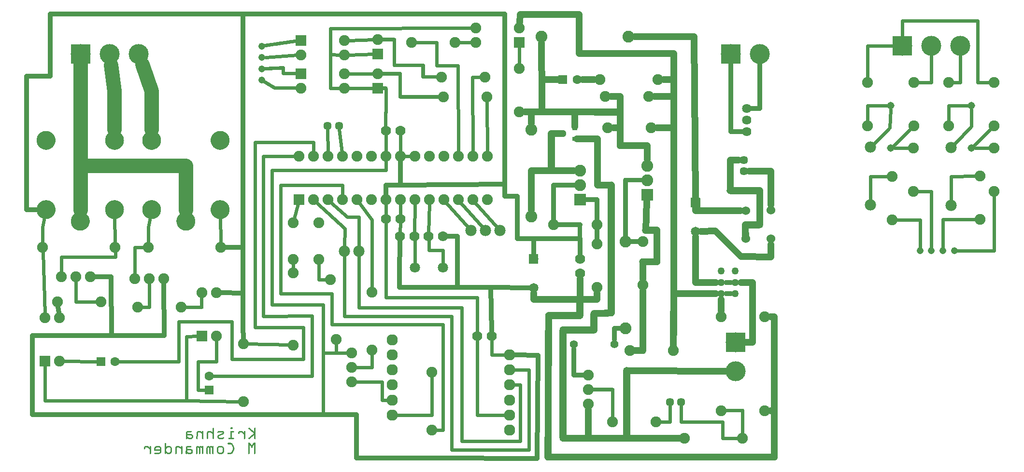
<source format=gbl>
G04 MADE WITH FRITZING*
G04 WWW.FRITZING.ORG*
G04 DOUBLE SIDED*
G04 HOLES PLATED*
G04 CONTOUR ON CENTER OF CONTOUR VECTOR*
%ASAXBY*%
%FSLAX23Y23*%
%MOIN*%
%OFA0B0*%
%SFA1.0B1.0*%
%ADD10C,0.075000*%
%ADD11C,0.077119*%
%ADD12C,0.050000*%
%ADD13C,0.051496*%
%ADD14C,0.078000*%
%ADD15C,0.057000*%
%ADD16C,0.064000*%
%ADD17C,0.047559*%
%ADD18C,0.060000*%
%ADD19C,0.055433*%
%ADD20C,0.082000*%
%ADD21C,0.129921*%
%ADD22C,0.062992*%
%ADD23C,0.065000*%
%ADD24C,0.137795*%
%ADD25C,0.070925*%
%ADD26C,0.070866*%
%ADD27C,0.070000*%
%ADD28R,0.035433X0.031496*%
%ADD29R,0.075000X0.075000*%
%ADD30R,0.082000X0.082000*%
%ADD31R,0.062992X0.062992*%
%ADD32R,0.137795X0.137795*%
%ADD33C,0.024000*%
%ADD34C,0.048000*%
%ADD35C,0.032000*%
%ADD36C,0.100000*%
%ADD37R,0.001000X0.001000*%
%LNCOPPER0*%
G90*
G70*
G54D10*
X2329Y1516D03*
X2368Y1102D03*
X5025Y1260D03*
X5325Y1260D03*
G54D11*
X3564Y474D03*
X3564Y579D03*
X3564Y683D03*
X3564Y787D03*
X3564Y891D03*
X3564Y995D03*
X2754Y579D03*
X2754Y683D03*
X2754Y787D03*
X2754Y891D03*
X2754Y995D03*
X2754Y1100D03*
G54D12*
X5123Y1496D03*
X5025Y1496D03*
X5025Y1417D03*
X5025Y1575D03*
X5123Y1575D03*
X5123Y1417D03*
G54D10*
X2073Y1654D03*
X2073Y1910D03*
X2250Y1654D03*
X2250Y1910D03*
X6037Y2878D03*
X6037Y2578D03*
X6357Y2877D03*
X6357Y2577D03*
X6909Y2877D03*
X6909Y2577D03*
X6352Y2425D03*
X6352Y2125D03*
X6909Y2424D03*
X6909Y2124D03*
X6594Y2877D03*
X6594Y2577D03*
X6207Y1929D03*
X6207Y2229D03*
X6812Y1932D03*
X6812Y2232D03*
G54D13*
X6195Y2425D03*
X6195Y2720D03*
X6751Y2424D03*
X6751Y2719D03*
G54D14*
X6057Y2031D03*
X6057Y2431D03*
X6613Y2030D03*
X6613Y2430D03*
G54D10*
X2654Y3075D03*
X2654Y3175D03*
X2654Y2838D03*
X2654Y2938D03*
G54D15*
X4671Y669D03*
X4750Y669D03*
X2309Y2579D03*
X2388Y2579D03*
X5183Y2264D03*
X5183Y2343D03*
G54D16*
X5203Y2539D03*
X5203Y2618D03*
X5203Y2697D03*
G54D17*
X6398Y1715D03*
X6477Y1715D03*
X6556Y1715D03*
X6635Y1715D03*
X1856Y2894D03*
X1856Y2972D03*
X1856Y3051D03*
X1856Y3130D03*
G54D18*
X5195Y1993D03*
X5195Y1798D03*
X5370Y1797D03*
X5368Y1996D03*
G54D19*
X4008Y1068D03*
X4288Y1068D03*
G54D20*
X4051Y2069D03*
X4051Y2169D03*
X4051Y2269D03*
X4514Y2103D03*
X4514Y2203D03*
X4514Y2303D03*
G54D21*
X1332Y1919D03*
X1568Y1999D03*
X1568Y2478D03*
X1096Y1999D03*
X1096Y2478D03*
X603Y1919D03*
X840Y1999D03*
X840Y2478D03*
X367Y1999D03*
X367Y2478D03*
G54D10*
X2111Y2068D03*
X2111Y2368D03*
X2211Y2068D03*
X2211Y2368D03*
X2311Y2068D03*
X2311Y2368D03*
X2411Y2068D03*
X2411Y2368D03*
X2511Y2068D03*
X2511Y2368D03*
X2611Y2068D03*
X2611Y2368D03*
X2711Y2068D03*
X2711Y2368D03*
X2811Y2068D03*
X2811Y2368D03*
X2911Y2068D03*
X2911Y2368D03*
X3011Y2068D03*
X3011Y2368D03*
X3111Y2068D03*
X3111Y2368D03*
X3211Y2068D03*
X3211Y2368D03*
X3311Y2068D03*
X3311Y2368D03*
X3411Y2068D03*
X3411Y2368D03*
X3632Y3155D03*
X3332Y3155D03*
X3632Y3255D03*
X3332Y3255D03*
X2127Y3169D03*
X2427Y3169D03*
X2127Y3069D03*
X2427Y3069D03*
X2127Y2940D03*
X2427Y2940D03*
X2127Y2840D03*
X2427Y2840D03*
X1442Y1125D03*
X1442Y1425D03*
X1542Y1125D03*
X1542Y1425D03*
X359Y952D03*
X359Y1252D03*
X459Y952D03*
X459Y1252D03*
X1071Y1738D03*
X1571Y1738D03*
X343Y1738D03*
X843Y1738D03*
X980Y1521D03*
X1080Y1521D03*
X1180Y1521D03*
X472Y1534D03*
X572Y1534D03*
X672Y1534D03*
G54D14*
X2427Y1713D03*
X2527Y1713D03*
X3300Y1856D03*
X3400Y1856D03*
X3500Y1856D03*
G54D10*
X4589Y2899D03*
X4189Y2899D03*
X1729Y673D03*
X1729Y1073D03*
X2073Y1063D03*
X2073Y1563D03*
X4277Y532D03*
X4577Y532D03*
X4773Y419D03*
X5173Y419D03*
X4396Y1024D03*
X4696Y1024D03*
X5025Y610D03*
X5325Y610D03*
X4484Y1778D03*
X4484Y1478D03*
X4169Y1762D03*
X4169Y1462D03*
X3869Y1895D03*
X4169Y1895D03*
X3633Y2975D03*
X3633Y2675D03*
X3409Y2778D03*
X3109Y2778D03*
X3190Y3155D03*
X2890Y3155D03*
X3397Y2916D03*
X3097Y2916D03*
X1300Y1324D03*
X1000Y1324D03*
X744Y1363D03*
X444Y1363D03*
G54D22*
X3933Y2899D03*
X4032Y2899D03*
X1492Y752D03*
X1492Y850D03*
X744Y950D03*
X843Y950D03*
G54D20*
X4366Y1177D03*
X4366Y1777D03*
X3717Y1952D03*
X3717Y2552D03*
X4386Y3194D03*
X3786Y3194D03*
G54D23*
X4848Y1847D03*
X4848Y2047D03*
X3732Y1459D03*
X3732Y1659D03*
G54D24*
X5124Y1083D03*
X5124Y883D03*
X607Y3076D03*
X807Y3076D03*
X1007Y3076D03*
X6274Y3133D03*
X6474Y3133D03*
X6674Y3133D03*
X5092Y3076D03*
X5292Y3076D03*
G54D25*
X3106Y1599D03*
G54D26*
X2913Y1599D03*
G54D10*
X4243Y2564D03*
X4543Y2564D03*
X4224Y2781D03*
X4524Y2781D03*
X4110Y655D03*
X4110Y755D03*
X4110Y855D03*
X2477Y808D03*
X2477Y908D03*
X2477Y1008D03*
X3028Y476D03*
X3028Y876D03*
X2614Y1027D03*
X2614Y1427D03*
G54D27*
X3107Y1815D03*
X3007Y1815D03*
X4051Y1559D03*
X4051Y1659D03*
X3441Y1126D03*
X3341Y1126D03*
X2813Y2545D03*
X2713Y2545D03*
X2812Y1934D03*
X2712Y1934D03*
X2910Y1815D03*
X2810Y1815D03*
G54D28*
X4016Y2562D03*
X4016Y2488D03*
X3933Y2525D03*
G54D29*
X2654Y3075D03*
X2654Y2838D03*
G54D30*
X4051Y2069D03*
X4514Y2103D03*
G54D29*
X2111Y2068D03*
X3632Y3155D03*
X2127Y3169D03*
X2127Y2940D03*
X1442Y1125D03*
X359Y952D03*
G54D31*
X3933Y2899D03*
X1492Y752D03*
X744Y950D03*
G54D32*
X5124Y1083D03*
X607Y3076D03*
X6274Y3133D03*
X5092Y3076D03*
G54D33*
X2428Y1870D02*
X2232Y2048D01*
D02*
X2427Y1743D02*
X2428Y1870D01*
D02*
X2073Y1625D02*
X2073Y1592D01*
D02*
X2250Y1516D02*
X2250Y1625D01*
D02*
X2300Y1516D02*
X2250Y1516D01*
D02*
X2368Y1008D02*
X2368Y1074D01*
G54D34*
D02*
X4848Y1993D02*
X5159Y1993D01*
D02*
X4848Y2011D02*
X4848Y1993D01*
D02*
X4988Y1496D02*
X4848Y1496D01*
D02*
X4848Y1496D02*
X4848Y1811D01*
D02*
X5243Y1496D02*
X5243Y1083D01*
D02*
X5243Y1083D02*
X5176Y1083D01*
D02*
X5161Y1496D02*
X5243Y1496D01*
G54D35*
D02*
X5091Y1496D02*
X5058Y1496D01*
G54D34*
D02*
X4700Y1417D02*
X4988Y1417D01*
G54D35*
D02*
X5058Y1417D02*
X5091Y1417D01*
G54D34*
D02*
X5025Y1380D02*
X5025Y1300D01*
G54D33*
D02*
X2390Y2554D02*
X2408Y2396D01*
G54D34*
D02*
X4514Y2441D02*
X4514Y2346D01*
G54D35*
D02*
X4366Y2203D02*
X4366Y1815D01*
G54D34*
D02*
X4484Y1639D02*
X4484Y1518D01*
D02*
X4484Y1024D02*
X4484Y1438D01*
D02*
X5088Y2343D02*
X5147Y2343D01*
D02*
X5088Y2131D02*
X5088Y2343D01*
D02*
X5368Y2264D02*
X5219Y2264D01*
G54D33*
D02*
X3632Y3126D02*
X3633Y3004D01*
D02*
X6770Y2443D02*
X6888Y2557D01*
G54D34*
D02*
X3717Y2675D02*
X3673Y2675D01*
G54D33*
D02*
X2368Y1008D02*
X2448Y1008D01*
D02*
X2280Y1008D02*
X2368Y1008D01*
D02*
X6778Y2424D02*
X6880Y2424D01*
D02*
X2311Y2396D02*
X2309Y2554D01*
D02*
X6674Y2877D02*
X6674Y3092D01*
D02*
X6622Y2877D02*
X6674Y2877D01*
G54D34*
D02*
X4110Y419D02*
X4110Y615D01*
G54D33*
D02*
X6797Y2877D02*
X6797Y3306D01*
D02*
X6880Y2877D02*
X6797Y2877D01*
G54D34*
D02*
X4374Y419D02*
X4734Y419D01*
G54D33*
D02*
X6797Y3306D02*
X6274Y3306D01*
D02*
X6274Y3306D02*
X6274Y3173D01*
G54D35*
D02*
X4051Y1895D02*
X3904Y1895D01*
G54D34*
D02*
X4171Y2170D02*
X4171Y2488D01*
D02*
X4171Y2488D02*
X4028Y2488D01*
D02*
X4267Y2170D02*
X4171Y2170D01*
G54D33*
D02*
X6594Y2719D02*
X6594Y2605D01*
G54D34*
D02*
X4328Y2781D02*
X4264Y2781D01*
D02*
X4329Y2673D02*
X4328Y2781D01*
G54D33*
D02*
X6724Y2719D02*
X6594Y2719D01*
G54D34*
D02*
X4329Y2564D02*
X4283Y2564D01*
D02*
X4329Y2673D02*
X4329Y2564D01*
G54D33*
D02*
X6751Y2575D02*
X6635Y2453D01*
G54D34*
D02*
X4504Y1856D02*
X4512Y2060D01*
G54D33*
D02*
X6751Y2575D02*
X6751Y2692D01*
G54D35*
D02*
X4008Y855D02*
X4008Y1034D01*
G54D33*
D02*
X6037Y2720D02*
X6037Y2606D01*
G54D35*
D02*
X4076Y855D02*
X4008Y855D01*
G54D33*
D02*
X6168Y2720D02*
X6037Y2720D01*
G54D35*
D02*
X4288Y1177D02*
X4329Y1177D01*
G54D33*
D02*
X6214Y2443D02*
X6337Y2557D01*
G54D35*
D02*
X4288Y1103D02*
X4288Y1177D01*
G54D33*
D02*
X6556Y1932D02*
X6783Y1932D01*
D02*
X6556Y1932D02*
X6556Y1740D01*
D02*
X6189Y2564D02*
X6079Y2453D01*
G54D34*
D02*
X4374Y886D02*
X5072Y883D01*
G54D33*
D02*
X6189Y2564D02*
X6194Y2693D01*
D02*
X6233Y3133D02*
X6037Y3133D01*
D02*
X4671Y532D02*
X4671Y644D01*
D02*
X6037Y3133D02*
X6037Y2906D01*
D02*
X4606Y532D02*
X4671Y532D01*
D02*
X6477Y1740D02*
X6477Y2125D01*
D02*
X5035Y419D02*
X5035Y532D01*
D02*
X6477Y2125D02*
X6381Y2125D01*
D02*
X4750Y532D02*
X4750Y644D01*
D02*
X5035Y532D02*
X4750Y532D01*
D02*
X6398Y1929D02*
X6235Y1929D01*
D02*
X5145Y419D02*
X5035Y419D01*
D02*
X6398Y1740D02*
X6398Y1929D01*
G54D34*
D02*
X5392Y610D02*
X5365Y610D01*
G54D33*
D02*
X6613Y2229D02*
X6613Y2061D01*
G54D34*
D02*
X5392Y288D02*
X5392Y610D01*
G54D33*
D02*
X6783Y2231D02*
X6613Y2229D01*
G54D34*
D02*
X5392Y1260D02*
X5392Y610D01*
D02*
X5365Y1260D02*
X5392Y1260D01*
G54D33*
D02*
X6222Y2425D02*
X6324Y2425D01*
D02*
X6057Y2229D02*
X6057Y2062D01*
G54D35*
D02*
X3205Y1815D02*
X3205Y1461D01*
G54D33*
D02*
X6178Y2229D02*
X6057Y2229D01*
G54D35*
D02*
X3205Y1815D02*
X3139Y1815D01*
G54D33*
D02*
X6474Y2877D02*
X6474Y3092D01*
D02*
X6386Y2877D02*
X6474Y2877D01*
G54D35*
D02*
X2807Y1558D02*
X2810Y1784D01*
G54D33*
D02*
X6659Y1715D02*
X6909Y1715D01*
G54D35*
D02*
X2807Y1461D02*
X2807Y1558D01*
G54D33*
D02*
X6909Y1715D02*
X6909Y2095D01*
G54D35*
D02*
X3205Y1461D02*
X2807Y1461D01*
D02*
X3435Y1461D02*
X3205Y1461D01*
D02*
X3435Y1461D02*
X3441Y1157D01*
D02*
X3701Y1459D02*
X3435Y1461D01*
G54D34*
D02*
X4700Y2564D02*
X4700Y2781D01*
D02*
X4700Y2899D02*
X4700Y2781D01*
D02*
X4700Y2564D02*
X4583Y2564D01*
D02*
X4700Y2781D02*
X4564Y2781D01*
D02*
X4700Y2899D02*
X4700Y3079D01*
D02*
X4700Y2899D02*
X4629Y2899D01*
D02*
X4047Y3079D02*
X4047Y3347D01*
D02*
X4047Y3347D02*
X3638Y3347D01*
D02*
X4700Y3079D02*
X4047Y3079D01*
G54D33*
D02*
X1080Y1493D02*
X1080Y1324D01*
D02*
X1080Y1324D02*
X1029Y1324D01*
D02*
X2080Y1937D02*
X2104Y2040D01*
D02*
X1700Y673D02*
X1336Y679D01*
D02*
X1336Y679D02*
X1336Y1123D01*
D02*
X1336Y1123D02*
X1413Y1125D01*
D02*
X1336Y679D02*
X359Y679D01*
D02*
X359Y679D02*
X359Y923D01*
G54D34*
D02*
X5291Y1894D02*
X5291Y2131D01*
G54D35*
D02*
X4169Y1796D02*
X4169Y1861D01*
G54D33*
D02*
X2911Y1789D02*
X2913Y1625D01*
D02*
X2712Y2519D02*
X2711Y2396D01*
D02*
X3008Y1789D02*
X3010Y1718D01*
D02*
X3010Y1718D02*
X3106Y1718D01*
D02*
X3106Y1718D02*
X3106Y1625D01*
D02*
X716Y1363D02*
X572Y1363D01*
D02*
X572Y1363D02*
X572Y1505D01*
G54D35*
D02*
X4404Y1777D02*
X4450Y1778D01*
G54D33*
D02*
X1042Y1738D02*
X980Y1738D01*
D02*
X980Y1738D02*
X980Y1550D01*
G54D35*
D02*
X3869Y2169D02*
X4014Y2169D01*
D02*
X3869Y1929D02*
X3869Y2169D01*
G54D33*
D02*
X1071Y1877D02*
X1071Y1766D01*
D02*
X1088Y1963D02*
X1071Y1877D01*
G54D34*
D02*
X4429Y3194D02*
X4839Y3194D01*
D02*
X4839Y3194D02*
X4848Y2083D01*
G54D33*
D02*
X2625Y3174D02*
X2456Y3170D01*
D02*
X343Y1877D02*
X343Y1766D01*
D02*
X360Y1963D02*
X343Y1877D01*
D02*
X2712Y1392D02*
X2712Y1774D01*
D02*
X2712Y1774D02*
X2712Y1907D01*
D02*
X3341Y1392D02*
X2712Y1392D01*
D02*
X3341Y1152D02*
X3341Y1392D01*
D02*
X3411Y2396D02*
X3409Y2750D01*
G54D35*
D02*
X449Y1329D02*
X454Y1286D01*
G54D33*
D02*
X2099Y3067D02*
X1881Y3053D01*
D02*
X2614Y1929D02*
X2528Y2045D01*
D02*
X2614Y1456D02*
X2614Y1929D01*
G54D35*
D02*
X3618Y1797D02*
X3732Y1797D01*
D02*
X3732Y1797D02*
X4051Y1797D01*
D02*
X3618Y2091D02*
X3618Y1797D01*
D02*
X3732Y1797D02*
X3732Y1689D01*
D02*
X3533Y2091D02*
X3618Y2091D01*
D02*
X4051Y1797D02*
X4051Y1691D01*
D02*
X3533Y2174D02*
X3533Y2091D01*
D02*
X2811Y2170D02*
X3533Y2174D01*
D02*
X3533Y2174D02*
X3533Y3352D01*
D02*
X2811Y2333D02*
X2811Y2170D01*
D02*
X3533Y3352D02*
X1727Y3352D01*
D02*
X2811Y2170D02*
X2712Y2170D01*
D02*
X396Y3352D02*
X1727Y3352D01*
D02*
X1727Y3352D02*
X1727Y1738D01*
D02*
X2712Y2170D02*
X2712Y2102D01*
D02*
X396Y2923D02*
X396Y3352D01*
D02*
X1727Y1738D02*
X1727Y1423D01*
D02*
X233Y2923D02*
X396Y2923D01*
D02*
X1727Y1423D02*
X1576Y1425D01*
D02*
X1727Y1423D02*
X1727Y1185D01*
D02*
X1727Y1738D02*
X1605Y1738D01*
D02*
X233Y1999D02*
X233Y2923D01*
D02*
X1727Y1185D02*
X1728Y1107D01*
D02*
X233Y1999D02*
X325Y1999D01*
G54D33*
D02*
X2328Y2840D02*
X2398Y2840D01*
D02*
X2328Y3071D02*
X2328Y2840D01*
D02*
X2398Y3070D02*
X2328Y3071D01*
D02*
X2328Y3071D02*
X2328Y3253D01*
D02*
X2328Y3253D02*
X3303Y3254D01*
D02*
X2505Y908D02*
X2614Y908D01*
D02*
X2614Y908D02*
X2614Y999D01*
D02*
X3380Y1878D02*
X3230Y2046D01*
D02*
X3280Y1878D02*
X3130Y2046D01*
D02*
X3234Y1323D02*
X2527Y1323D01*
D02*
X3234Y397D02*
X3234Y1323D01*
D02*
X3639Y397D02*
X3234Y397D01*
D02*
X2527Y1323D02*
X2527Y1683D01*
D02*
X3639Y787D02*
X3639Y397D01*
D02*
X3596Y787D02*
X3639Y787D01*
D02*
X2883Y2368D02*
X2840Y2368D01*
D02*
X3028Y847D02*
X3028Y579D01*
D02*
X3028Y579D02*
X2786Y579D01*
D02*
X3165Y1262D02*
X2427Y1262D01*
D02*
X3165Y337D02*
X3165Y1262D01*
D02*
X2427Y1262D02*
X2427Y1683D01*
D02*
X3699Y337D02*
X3165Y337D01*
D02*
X3699Y892D02*
X3699Y337D01*
D02*
X3596Y891D02*
X3699Y892D01*
D02*
X2211Y2465D02*
X1808Y2465D01*
D02*
X2211Y2396D02*
X2211Y2465D01*
D02*
X1808Y2465D02*
X1808Y1185D01*
D02*
X1808Y1185D02*
X2141Y1185D01*
D02*
X2141Y1185D02*
X2141Y965D01*
D02*
X2141Y965D02*
X1649Y965D01*
D02*
X1649Y965D02*
X1649Y1225D01*
D02*
X1649Y1225D02*
X1283Y1225D01*
D02*
X1283Y1225D02*
X1283Y950D01*
D02*
X1283Y950D02*
X870Y950D01*
D02*
X3219Y3155D02*
X3303Y3155D01*
D02*
X2684Y808D02*
X2505Y808D01*
D02*
X2684Y683D02*
X2684Y808D01*
D02*
X2722Y683D02*
X2684Y683D01*
D02*
X3441Y995D02*
X3532Y995D01*
D02*
X3441Y1100D02*
X3441Y995D01*
D02*
X3480Y1878D02*
X3330Y2046D01*
D02*
X3308Y2916D02*
X3368Y2916D01*
D02*
X3311Y2396D02*
X3308Y2916D01*
G54D34*
D02*
X5370Y1672D02*
X5370Y1760D01*
D02*
X4985Y1851D02*
X5163Y1674D01*
D02*
X5163Y1674D02*
X5370Y1672D01*
D02*
X4884Y1848D02*
X4985Y1851D01*
D02*
X4070Y2899D02*
X4149Y2899D01*
G54D33*
D02*
X2812Y1960D02*
X2811Y2039D01*
D02*
X1926Y1341D02*
X2280Y1343D01*
D02*
X2280Y1008D02*
X2280Y583D01*
D02*
X2280Y1343D02*
X2280Y1008D01*
D02*
X1926Y2272D02*
X1926Y1341D01*
G54D35*
D02*
X2509Y583D02*
X2280Y583D01*
G54D33*
D02*
X2711Y2272D02*
X1926Y2272D01*
G54D35*
D02*
X2280Y583D02*
X271Y583D01*
D02*
X2509Y281D02*
X2509Y583D01*
G54D33*
D02*
X2711Y2339D02*
X2711Y2272D01*
G54D35*
D02*
X271Y583D02*
X271Y1128D01*
D02*
X3028Y281D02*
X2509Y281D01*
D02*
X271Y1128D02*
X818Y1127D01*
D02*
X3756Y279D02*
X3028Y281D01*
D02*
X818Y1127D02*
X1181Y1127D01*
D02*
X818Y1127D02*
X817Y1534D01*
D02*
X3761Y991D02*
X3756Y279D01*
D02*
X1181Y1127D02*
X1180Y1487D01*
D02*
X817Y1534D02*
X706Y1534D01*
D02*
X3602Y995D02*
X3761Y991D01*
G54D36*
D02*
X1033Y3001D02*
X1094Y2819D01*
D02*
X1094Y2819D02*
X1095Y2553D01*
D02*
X817Y2997D02*
X838Y2818D01*
D02*
X838Y2818D02*
X839Y2553D01*
G54D33*
D02*
X2625Y2939D02*
X2456Y2940D01*
G54D35*
D02*
X5292Y2697D02*
X5292Y3030D01*
D02*
X5233Y2697D02*
X5292Y2697D01*
G54D33*
D02*
X2044Y1064D02*
X1757Y1072D01*
G54D35*
D02*
X5092Y2539D02*
X5092Y3030D01*
D02*
X5172Y2539D02*
X5092Y2539D01*
G54D33*
D02*
X3341Y579D02*
X3341Y1100D01*
D02*
X3532Y579D02*
X3341Y579D01*
G54D34*
D02*
X3854Y2268D02*
X3716Y2268D01*
D02*
X4008Y2269D02*
X3854Y2268D01*
D02*
X3716Y2268D02*
X3717Y1996D01*
G54D33*
D02*
X3007Y1842D02*
X3011Y2039D01*
G54D34*
D02*
X3732Y1423D02*
X3732Y1379D01*
D02*
X3732Y1379D02*
X4051Y1378D01*
D02*
X4169Y1378D02*
X4169Y1422D01*
D02*
X4051Y1378D02*
X4169Y1378D01*
D02*
X4051Y1378D02*
X4051Y1522D01*
G54D33*
D02*
X2811Y2396D02*
X2813Y2519D01*
D02*
X2446Y1949D02*
X2333Y2049D01*
D02*
X2526Y1948D02*
X2446Y1949D01*
D02*
X2527Y1743D02*
X2526Y1948D01*
D02*
X3208Y2995D02*
X3062Y2995D01*
D02*
X3062Y2995D02*
X3062Y3155D01*
D02*
X3211Y2396D02*
X3208Y2995D01*
D02*
X3062Y3155D02*
X2919Y3155D01*
D02*
X846Y1672D02*
X472Y1672D01*
D02*
X472Y1672D02*
X472Y1562D01*
D02*
X844Y1709D02*
X846Y1672D01*
D02*
X2910Y1842D02*
X2911Y2039D01*
G54D34*
D02*
X3638Y3347D02*
X3634Y3294D01*
G54D36*
D02*
X607Y2997D02*
X606Y2303D01*
D02*
X606Y2303D02*
X604Y1994D01*
D02*
X606Y2303D02*
X1332Y2303D01*
D02*
X1332Y2303D02*
X1332Y1994D01*
G54D33*
D02*
X840Y1963D02*
X842Y1766D01*
D02*
X2712Y1960D02*
X2711Y2039D01*
D02*
X358Y1280D02*
X344Y1709D01*
G54D35*
D02*
X4169Y2069D02*
X4089Y2069D01*
D02*
X4169Y1929D02*
X4169Y2069D01*
G54D34*
D02*
X5368Y2033D02*
X5368Y2264D01*
G54D33*
D02*
X2810Y1842D02*
X2811Y1907D01*
D02*
X1568Y1963D02*
X1571Y1766D01*
D02*
X2456Y3070D02*
X2625Y3074D01*
D02*
X717Y950D02*
X487Y952D01*
D02*
X1867Y2368D02*
X1867Y1263D01*
D02*
X1867Y1263D02*
X2202Y1264D01*
D02*
X2083Y2368D02*
X1867Y2368D01*
D02*
X2202Y1264D02*
X2202Y850D01*
D02*
X2202Y850D02*
X1519Y850D01*
D02*
X2339Y1205D02*
X2338Y1420D01*
D02*
X2338Y1420D02*
X1984Y1420D01*
D02*
X3107Y1205D02*
X2339Y1205D01*
D02*
X1984Y1420D02*
X1984Y2169D01*
D02*
X3107Y476D02*
X3107Y1205D01*
D02*
X1984Y2169D02*
X2411Y2169D01*
D02*
X3056Y476D02*
X3107Y476D01*
D02*
X2411Y2169D02*
X2411Y2096D01*
D02*
X1542Y949D02*
X1542Y1097D01*
D02*
X1414Y949D02*
X1542Y949D01*
D02*
X1414Y752D02*
X1414Y949D01*
D02*
X1465Y752D02*
X1414Y752D01*
D02*
X2625Y2839D02*
X2456Y2840D01*
G54D34*
D02*
X4016Y2674D02*
X4016Y2573D01*
D02*
X3717Y2675D02*
X3717Y2596D01*
D02*
X3789Y2674D02*
X3717Y2675D01*
D02*
X4374Y419D02*
X4110Y419D01*
D02*
X3786Y3017D02*
X3786Y3151D01*
D02*
X3789Y2899D02*
X3786Y3017D01*
D02*
X3895Y2899D02*
X3789Y2899D01*
D02*
X3789Y2674D02*
X3789Y2899D01*
D02*
X4016Y2674D02*
X3789Y2674D01*
G54D37*
X2653Y3187D02*
X2770Y3187D01*
X2649Y3186D02*
X2775Y3186D01*
X2647Y3185D02*
X2776Y3185D01*
X2646Y3184D02*
X2778Y3184D01*
X2645Y3183D02*
X2779Y3183D01*
X2644Y3182D02*
X2780Y3182D01*
X2121Y3181D02*
X2130Y3181D01*
X2643Y3181D02*
X2780Y3181D01*
X2114Y3180D02*
X2132Y3180D01*
X2643Y3180D02*
X2781Y3180D01*
X2107Y3179D02*
X2133Y3179D01*
X2642Y3179D02*
X2781Y3179D01*
X2100Y3178D02*
X2135Y3178D01*
X2642Y3178D02*
X2781Y3178D01*
X2094Y3177D02*
X2135Y3177D01*
X2642Y3177D02*
X2782Y3177D01*
X2087Y3176D02*
X2136Y3176D01*
X2642Y3176D02*
X2782Y3176D01*
X2080Y3175D02*
X2137Y3175D01*
X2642Y3175D02*
X2782Y3175D01*
X2073Y3174D02*
X2137Y3174D01*
X2642Y3174D02*
X2782Y3174D01*
X2066Y3173D02*
X2137Y3173D01*
X2642Y3173D02*
X2782Y3173D01*
X2059Y3172D02*
X2138Y3172D01*
X2642Y3172D02*
X2782Y3172D01*
X2052Y3171D02*
X2138Y3171D01*
X2642Y3171D02*
X2782Y3171D01*
X2045Y3170D02*
X2138Y3170D01*
X2643Y3170D02*
X2782Y3170D01*
X2039Y3169D02*
X2138Y3169D01*
X2643Y3169D02*
X2782Y3169D01*
X2032Y3168D02*
X2138Y3168D01*
X2644Y3168D02*
X2782Y3168D01*
X2025Y3167D02*
X2138Y3167D01*
X2645Y3167D02*
X2782Y3167D01*
X2018Y3166D02*
X2137Y3166D01*
X2646Y3166D02*
X2782Y3166D01*
X2011Y3165D02*
X2137Y3165D01*
X2647Y3165D02*
X2782Y3165D01*
X2004Y3164D02*
X2136Y3164D01*
X2649Y3164D02*
X2782Y3164D01*
X1997Y3163D02*
X2136Y3163D01*
X2759Y3163D02*
X2782Y3163D01*
X1990Y3162D02*
X2135Y3162D01*
X2759Y3162D02*
X2782Y3162D01*
X1984Y3161D02*
X2134Y3161D01*
X2759Y3161D02*
X2782Y3161D01*
X1977Y3160D02*
X2133Y3160D01*
X2759Y3160D02*
X2782Y3160D01*
X1970Y3159D02*
X2131Y3159D01*
X2759Y3159D02*
X2782Y3159D01*
X1963Y3158D02*
X2128Y3158D01*
X2759Y3158D02*
X2782Y3158D01*
X1956Y3157D02*
X2122Y3157D01*
X2759Y3157D02*
X2782Y3157D01*
X1949Y3156D02*
X2115Y3156D01*
X2759Y3156D02*
X2782Y3156D01*
X1942Y3155D02*
X2108Y3155D01*
X2759Y3155D02*
X2782Y3155D01*
X1935Y3154D02*
X2101Y3154D01*
X2759Y3154D02*
X2782Y3154D01*
X1928Y3153D02*
X2094Y3153D01*
X2759Y3153D02*
X2782Y3153D01*
X1922Y3152D02*
X2087Y3152D01*
X2759Y3152D02*
X2782Y3152D01*
X1915Y3151D02*
X2081Y3151D01*
X2759Y3151D02*
X2782Y3151D01*
X1908Y3150D02*
X2074Y3150D01*
X2759Y3150D02*
X2782Y3150D01*
X1901Y3149D02*
X2067Y3149D01*
X2759Y3149D02*
X2782Y3149D01*
X1894Y3148D02*
X2060Y3148D01*
X2759Y3148D02*
X2782Y3148D01*
X1887Y3147D02*
X2053Y3147D01*
X2759Y3147D02*
X2782Y3147D01*
X1880Y3146D02*
X2046Y3146D01*
X2759Y3146D02*
X2782Y3146D01*
X1873Y3145D02*
X2039Y3145D01*
X2759Y3145D02*
X2782Y3145D01*
X1867Y3144D02*
X2032Y3144D01*
X2759Y3144D02*
X2782Y3144D01*
X1860Y3143D02*
X2026Y3143D01*
X2759Y3143D02*
X2782Y3143D01*
X1853Y3142D02*
X2019Y3142D01*
X2759Y3142D02*
X2782Y3142D01*
X1851Y3141D02*
X2012Y3141D01*
X2759Y3141D02*
X2782Y3141D01*
X1849Y3140D02*
X2005Y3140D01*
X2759Y3140D02*
X2782Y3140D01*
X1848Y3139D02*
X1998Y3139D01*
X2759Y3139D02*
X2782Y3139D01*
X1847Y3138D02*
X1991Y3138D01*
X2759Y3138D02*
X2782Y3138D01*
X1846Y3137D02*
X1984Y3137D01*
X2759Y3137D02*
X2782Y3137D01*
X1846Y3136D02*
X1977Y3136D01*
X2759Y3136D02*
X2782Y3136D01*
X1845Y3135D02*
X1971Y3135D01*
X2759Y3135D02*
X2782Y3135D01*
X1845Y3134D02*
X1964Y3134D01*
X2759Y3134D02*
X2782Y3134D01*
X1844Y3133D02*
X1957Y3133D01*
X2759Y3133D02*
X2782Y3133D01*
X1844Y3132D02*
X1950Y3132D01*
X2759Y3132D02*
X2782Y3132D01*
X1844Y3131D02*
X1943Y3131D01*
X2759Y3131D02*
X2782Y3131D01*
X1844Y3130D02*
X1936Y3130D01*
X2759Y3130D02*
X2782Y3130D01*
X1844Y3129D02*
X1929Y3129D01*
X2759Y3129D02*
X2782Y3129D01*
X1844Y3128D02*
X1922Y3128D01*
X2759Y3128D02*
X2782Y3128D01*
X1845Y3127D02*
X1916Y3127D01*
X2759Y3127D02*
X2782Y3127D01*
X1845Y3126D02*
X1909Y3126D01*
X2759Y3126D02*
X2782Y3126D01*
X1845Y3125D02*
X1902Y3125D01*
X2759Y3125D02*
X2782Y3125D01*
X1846Y3124D02*
X1895Y3124D01*
X2759Y3124D02*
X2782Y3124D01*
X1847Y3123D02*
X1888Y3123D01*
X2759Y3123D02*
X2782Y3123D01*
X1848Y3122D02*
X1881Y3122D01*
X2759Y3122D02*
X2782Y3122D01*
X1849Y3121D02*
X1874Y3121D01*
X2759Y3121D02*
X2782Y3121D01*
X1850Y3120D02*
X1867Y3120D01*
X2759Y3120D02*
X2782Y3120D01*
X1852Y3119D02*
X1860Y3119D01*
X2759Y3119D02*
X2782Y3119D01*
X2759Y3118D02*
X2782Y3118D01*
X2759Y3117D02*
X2782Y3117D01*
X2759Y3116D02*
X2782Y3116D01*
X2759Y3115D02*
X2782Y3115D01*
X2759Y3114D02*
X2782Y3114D01*
X2759Y3113D02*
X2782Y3113D01*
X2759Y3112D02*
X2782Y3112D01*
X2759Y3111D02*
X2782Y3111D01*
X2759Y3110D02*
X2782Y3110D01*
X2759Y3109D02*
X2782Y3109D01*
X2759Y3108D02*
X2782Y3108D01*
X2759Y3107D02*
X2782Y3107D01*
X2759Y3106D02*
X2782Y3106D01*
X2759Y3105D02*
X2782Y3105D01*
X2759Y3104D02*
X2782Y3104D01*
X2759Y3103D02*
X2782Y3103D01*
X2759Y3102D02*
X2782Y3102D01*
X2759Y3101D02*
X2782Y3101D01*
X2759Y3100D02*
X2782Y3100D01*
X2759Y3099D02*
X2782Y3099D01*
X2759Y3098D02*
X2782Y3098D01*
X2759Y3097D02*
X2782Y3097D01*
X2759Y3096D02*
X2782Y3096D01*
X2759Y3095D02*
X2782Y3095D01*
X2759Y3094D02*
X2782Y3094D01*
X2759Y3093D02*
X2782Y3093D01*
X2759Y3092D02*
X2782Y3092D01*
X2759Y3091D02*
X2782Y3091D01*
X2759Y3090D02*
X2782Y3090D01*
X2759Y3089D02*
X2782Y3089D01*
X2759Y3088D02*
X2782Y3088D01*
X2759Y3087D02*
X2782Y3087D01*
X2759Y3086D02*
X2782Y3086D01*
X2759Y3085D02*
X2782Y3085D01*
X2759Y3084D02*
X2782Y3084D01*
X2759Y3083D02*
X2782Y3083D01*
X2759Y3082D02*
X2782Y3082D01*
X2759Y3081D02*
X2782Y3081D01*
X2759Y3080D02*
X2782Y3080D01*
X2759Y3079D02*
X2782Y3079D01*
X2759Y3078D02*
X2782Y3078D01*
X2759Y3077D02*
X2782Y3077D01*
X2759Y3076D02*
X2782Y3076D01*
X2759Y3075D02*
X2782Y3075D01*
X2759Y3074D02*
X2782Y3074D01*
X2759Y3073D02*
X2782Y3073D01*
X2759Y3072D02*
X2782Y3072D01*
X2759Y3071D02*
X2782Y3071D01*
X2759Y3070D02*
X2782Y3070D01*
X2759Y3069D02*
X2782Y3069D01*
X2759Y3068D02*
X2782Y3068D01*
X2759Y3067D02*
X2782Y3067D01*
X2759Y3066D02*
X2782Y3066D01*
X2759Y3065D02*
X2782Y3065D01*
X2759Y3064D02*
X2782Y3064D01*
X2759Y3063D02*
X2782Y3063D01*
X2759Y3062D02*
X2782Y3062D01*
X2759Y3061D02*
X2782Y3061D01*
X2759Y3060D02*
X2782Y3060D01*
X2759Y3059D02*
X2782Y3059D01*
X2759Y3058D02*
X2782Y3058D01*
X2759Y3057D02*
X2782Y3057D01*
X2759Y3056D02*
X2782Y3056D01*
X2759Y3055D02*
X2782Y3055D01*
X2759Y3054D02*
X2782Y3054D01*
X2759Y3053D02*
X2782Y3053D01*
X2759Y3052D02*
X2782Y3052D01*
X2759Y3051D02*
X2782Y3051D01*
X2759Y3050D02*
X2782Y3050D01*
X2759Y3049D02*
X2782Y3049D01*
X2759Y3048D02*
X2782Y3048D01*
X2759Y3047D02*
X2782Y3047D01*
X2759Y3046D02*
X2782Y3046D01*
X2759Y3045D02*
X2782Y3045D01*
X2759Y3044D02*
X2782Y3044D01*
X2759Y3043D02*
X2782Y3043D01*
X2759Y3042D02*
X2782Y3042D01*
X2759Y3041D02*
X2782Y3041D01*
X2759Y3040D02*
X2782Y3040D01*
X2759Y3039D02*
X2782Y3039D01*
X2759Y3038D02*
X2782Y3038D01*
X2759Y3037D02*
X2782Y3037D01*
X2759Y3036D02*
X2782Y3036D01*
X2759Y3035D02*
X2782Y3035D01*
X2759Y3034D02*
X2782Y3034D01*
X2759Y3033D02*
X2782Y3033D01*
X2759Y3032D02*
X2782Y3032D01*
X2759Y3031D02*
X2782Y3031D01*
X2759Y3030D02*
X2782Y3030D01*
X2759Y3029D02*
X2782Y3029D01*
X2759Y3028D02*
X2782Y3028D01*
X2759Y3027D02*
X2782Y3027D01*
X2759Y3026D02*
X2782Y3026D01*
X2759Y3025D02*
X2782Y3025D01*
X2759Y3024D02*
X2782Y3024D01*
X2759Y3023D02*
X2782Y3023D01*
X2759Y3022D02*
X2782Y3022D01*
X2759Y3021D02*
X2782Y3021D01*
X2759Y3020D02*
X2782Y3020D01*
X2759Y3019D02*
X2782Y3019D01*
X2759Y3018D02*
X2782Y3018D01*
X2759Y3017D02*
X2782Y3017D01*
X2759Y3016D02*
X2782Y3016D01*
X2759Y3015D02*
X2782Y3015D01*
X2759Y3014D02*
X2782Y3014D01*
X2759Y3013D02*
X2782Y3013D01*
X2759Y3012D02*
X2782Y3012D01*
X2759Y3011D02*
X2782Y3011D01*
X2759Y3010D02*
X2782Y3010D01*
X2759Y3009D02*
X2782Y3009D01*
X2759Y3008D02*
X2972Y3008D01*
X2759Y3007D02*
X2974Y3007D01*
X2759Y3006D02*
X2976Y3006D01*
X2759Y3005D02*
X2977Y3005D01*
X2759Y3004D02*
X2978Y3004D01*
X2759Y3003D02*
X2978Y3003D01*
X2759Y3002D02*
X2979Y3002D01*
X2759Y3001D02*
X2979Y3001D01*
X2759Y3000D02*
X2980Y3000D01*
X2759Y2999D02*
X2980Y2999D01*
X2759Y2998D02*
X2980Y2998D01*
X2759Y2997D02*
X2980Y2997D01*
X2759Y2996D02*
X2980Y2996D01*
X2759Y2995D02*
X2980Y2995D01*
X2759Y2994D02*
X2980Y2994D01*
X2759Y2993D02*
X2980Y2993D01*
X2760Y2992D02*
X2980Y2992D01*
X2000Y2991D02*
X2006Y2991D01*
X2760Y2991D02*
X2980Y2991D01*
X1976Y2990D02*
X2009Y2990D01*
X2761Y2990D02*
X2980Y2990D01*
X1953Y2989D02*
X2011Y2989D01*
X2762Y2989D02*
X2980Y2989D01*
X1929Y2988D02*
X2012Y2988D01*
X2763Y2988D02*
X2980Y2988D01*
X1906Y2987D02*
X2013Y2987D01*
X2764Y2987D02*
X2980Y2987D01*
X1882Y2986D02*
X2014Y2986D01*
X2765Y2986D02*
X2980Y2986D01*
X1859Y2985D02*
X2015Y2985D01*
X2768Y2985D02*
X2980Y2985D01*
X1852Y2984D02*
X2015Y2984D01*
X2957Y2984D02*
X2980Y2984D01*
X1850Y2983D02*
X2016Y2983D01*
X2957Y2983D02*
X2980Y2983D01*
X1848Y2982D02*
X2016Y2982D01*
X2957Y2982D02*
X2980Y2982D01*
X1847Y2981D02*
X2016Y2981D01*
X2957Y2981D02*
X2980Y2981D01*
X1846Y2980D02*
X2016Y2980D01*
X2957Y2980D02*
X2980Y2980D01*
X1846Y2979D02*
X2016Y2979D01*
X2957Y2979D02*
X2980Y2979D01*
X1845Y2978D02*
X2016Y2978D01*
X2957Y2978D02*
X2980Y2978D01*
X1845Y2977D02*
X2016Y2977D01*
X2957Y2977D02*
X2980Y2977D01*
X1845Y2976D02*
X2016Y2976D01*
X2957Y2976D02*
X2980Y2976D01*
X1844Y2975D02*
X2016Y2975D01*
X2957Y2975D02*
X2980Y2975D01*
X1844Y2974D02*
X2016Y2974D01*
X2957Y2974D02*
X2980Y2974D01*
X1844Y2973D02*
X2016Y2973D01*
X2957Y2973D02*
X2980Y2973D01*
X1844Y2972D02*
X2016Y2972D01*
X2957Y2972D02*
X2980Y2972D01*
X1844Y2971D02*
X2016Y2971D01*
X2957Y2971D02*
X2980Y2971D01*
X1844Y2970D02*
X2016Y2970D01*
X2957Y2970D02*
X2980Y2970D01*
X1845Y2969D02*
X2016Y2969D01*
X2957Y2969D02*
X2980Y2969D01*
X1845Y2968D02*
X2016Y2968D01*
X2957Y2968D02*
X2980Y2968D01*
X1846Y2967D02*
X2016Y2967D01*
X2957Y2967D02*
X2980Y2967D01*
X1846Y2966D02*
X1976Y2966D01*
X1993Y2966D02*
X2016Y2966D01*
X2957Y2966D02*
X2980Y2966D01*
X1847Y2965D02*
X1952Y2965D01*
X1993Y2965D02*
X2016Y2965D01*
X2957Y2965D02*
X2980Y2965D01*
X1848Y2964D02*
X1929Y2964D01*
X1993Y2964D02*
X2016Y2964D01*
X2957Y2964D02*
X2980Y2964D01*
X1849Y2963D02*
X1905Y2963D01*
X1993Y2963D02*
X2016Y2963D01*
X2957Y2963D02*
X2980Y2963D01*
X1851Y2962D02*
X1882Y2962D01*
X1993Y2962D02*
X2016Y2962D01*
X2957Y2962D02*
X2980Y2962D01*
X1854Y2961D02*
X1859Y2961D01*
X1993Y2961D02*
X2016Y2961D01*
X2957Y2961D02*
X2980Y2961D01*
X1993Y2960D02*
X2016Y2960D01*
X2957Y2960D02*
X2980Y2960D01*
X1993Y2959D02*
X2016Y2959D01*
X2957Y2959D02*
X2980Y2959D01*
X1993Y2958D02*
X2016Y2958D01*
X2957Y2958D02*
X2980Y2958D01*
X1993Y2957D02*
X2016Y2957D01*
X2957Y2957D02*
X2980Y2957D01*
X1993Y2956D02*
X2016Y2956D01*
X2957Y2956D02*
X2980Y2956D01*
X1993Y2955D02*
X2016Y2955D01*
X2957Y2955D02*
X2980Y2955D01*
X1993Y2954D02*
X2016Y2954D01*
X2957Y2954D02*
X2980Y2954D01*
X1993Y2953D02*
X2016Y2953D01*
X2957Y2953D02*
X2980Y2953D01*
X1993Y2952D02*
X2129Y2952D01*
X2957Y2952D02*
X2980Y2952D01*
X1993Y2951D02*
X2131Y2951D01*
X2957Y2951D02*
X2980Y2951D01*
X1993Y2950D02*
X2133Y2950D01*
X2649Y2950D02*
X2814Y2950D01*
X2957Y2950D02*
X2980Y2950D01*
X1993Y2949D02*
X2134Y2949D01*
X2647Y2949D02*
X2816Y2949D01*
X2957Y2949D02*
X2980Y2949D01*
X1993Y2948D02*
X2135Y2948D01*
X2646Y2948D02*
X2818Y2948D01*
X2957Y2948D02*
X2980Y2948D01*
X1993Y2947D02*
X2136Y2947D01*
X2645Y2947D02*
X2819Y2947D01*
X2957Y2947D02*
X2980Y2947D01*
X1993Y2946D02*
X2136Y2946D01*
X2644Y2946D02*
X2820Y2946D01*
X2957Y2946D02*
X2980Y2946D01*
X1993Y2945D02*
X2137Y2945D01*
X2643Y2945D02*
X2820Y2945D01*
X2957Y2945D02*
X2980Y2945D01*
X1993Y2944D02*
X2137Y2944D01*
X2643Y2944D02*
X2821Y2944D01*
X2957Y2944D02*
X2980Y2944D01*
X1993Y2943D02*
X2138Y2943D01*
X2642Y2943D02*
X2821Y2943D01*
X2957Y2943D02*
X2980Y2943D01*
X1993Y2942D02*
X2138Y2942D01*
X2642Y2942D02*
X2822Y2942D01*
X2957Y2942D02*
X2980Y2942D01*
X1993Y2941D02*
X2138Y2941D01*
X2642Y2941D02*
X2822Y2941D01*
X2957Y2941D02*
X2980Y2941D01*
X1993Y2940D02*
X2138Y2940D01*
X2642Y2940D02*
X2822Y2940D01*
X2957Y2940D02*
X2980Y2940D01*
X1993Y2939D02*
X2138Y2939D01*
X2642Y2939D02*
X2822Y2939D01*
X2957Y2939D02*
X2980Y2939D01*
X1994Y2938D02*
X2138Y2938D01*
X2642Y2938D02*
X2822Y2938D01*
X2957Y2938D02*
X2980Y2938D01*
X1994Y2937D02*
X2137Y2937D01*
X2642Y2937D02*
X2822Y2937D01*
X2957Y2937D02*
X2980Y2937D01*
X1994Y2936D02*
X2137Y2936D01*
X2642Y2936D02*
X2822Y2936D01*
X2957Y2936D02*
X2980Y2936D01*
X1995Y2935D02*
X2137Y2935D01*
X2642Y2935D02*
X2822Y2935D01*
X2957Y2935D02*
X2980Y2935D01*
X1995Y2934D02*
X2136Y2934D01*
X2643Y2934D02*
X2822Y2934D01*
X2957Y2934D02*
X2980Y2934D01*
X1996Y2933D02*
X2135Y2933D01*
X2643Y2933D02*
X2822Y2933D01*
X2957Y2933D02*
X2980Y2933D01*
X1997Y2932D02*
X2134Y2932D01*
X2644Y2932D02*
X2822Y2932D01*
X2957Y2932D02*
X2980Y2932D01*
X1998Y2931D02*
X2133Y2931D01*
X2645Y2931D02*
X2822Y2931D01*
X2957Y2931D02*
X2980Y2931D01*
X1999Y2930D02*
X2132Y2930D01*
X2645Y2930D02*
X2822Y2930D01*
X2957Y2930D02*
X2980Y2930D01*
X2002Y2929D02*
X2130Y2929D01*
X2647Y2929D02*
X2822Y2929D01*
X2957Y2929D02*
X2980Y2929D01*
X2648Y2928D02*
X2822Y2928D01*
X2957Y2928D02*
X3099Y2928D01*
X2652Y2927D02*
X2822Y2927D01*
X2957Y2927D02*
X3102Y2927D01*
X2799Y2926D02*
X2822Y2926D01*
X2957Y2926D02*
X3103Y2926D01*
X2799Y2925D02*
X2822Y2925D01*
X2957Y2925D02*
X3104Y2925D01*
X2799Y2924D02*
X2822Y2924D01*
X2957Y2924D02*
X3105Y2924D01*
X2799Y2923D02*
X2822Y2923D01*
X2957Y2923D02*
X3106Y2923D01*
X2799Y2922D02*
X2822Y2922D01*
X2957Y2922D02*
X3106Y2922D01*
X2799Y2921D02*
X2822Y2921D01*
X2957Y2921D02*
X3107Y2921D01*
X2799Y2920D02*
X2822Y2920D01*
X2957Y2920D02*
X3107Y2920D01*
X2799Y2919D02*
X2822Y2919D01*
X2957Y2919D02*
X3107Y2919D01*
X2799Y2918D02*
X2822Y2918D01*
X2957Y2918D02*
X3108Y2918D01*
X2799Y2917D02*
X2822Y2917D01*
X2957Y2917D02*
X3108Y2917D01*
X2799Y2916D02*
X2822Y2916D01*
X2957Y2916D02*
X3108Y2916D01*
X2799Y2915D02*
X2822Y2915D01*
X2957Y2915D02*
X3108Y2915D01*
X2799Y2914D02*
X2822Y2914D01*
X2957Y2914D02*
X3107Y2914D01*
X2799Y2913D02*
X2822Y2913D01*
X2958Y2913D02*
X3107Y2913D01*
X2799Y2912D02*
X2822Y2912D01*
X2958Y2912D02*
X3107Y2912D01*
X2799Y2911D02*
X2822Y2911D01*
X2959Y2911D02*
X3106Y2911D01*
X2799Y2910D02*
X2822Y2910D01*
X2959Y2910D02*
X3106Y2910D01*
X2799Y2909D02*
X2822Y2909D01*
X2960Y2909D02*
X3105Y2909D01*
X2799Y2908D02*
X2822Y2908D01*
X2961Y2908D02*
X3104Y2908D01*
X2799Y2907D02*
X2822Y2907D01*
X2962Y2907D02*
X3103Y2907D01*
X1855Y2906D02*
X1857Y2906D01*
X2799Y2906D02*
X2822Y2906D01*
X2964Y2906D02*
X3101Y2906D01*
X1851Y2905D02*
X1860Y2905D01*
X2799Y2905D02*
X2822Y2905D01*
X2966Y2905D02*
X3099Y2905D01*
X1849Y2904D02*
X1862Y2904D01*
X2799Y2904D02*
X2822Y2904D01*
X1848Y2903D02*
X1864Y2903D01*
X2799Y2903D02*
X2822Y2903D01*
X1847Y2902D02*
X1865Y2902D01*
X2799Y2902D02*
X2822Y2902D01*
X1846Y2901D02*
X1867Y2901D01*
X2799Y2901D02*
X2822Y2901D01*
X1846Y2900D02*
X1869Y2900D01*
X2799Y2900D02*
X2822Y2900D01*
X1845Y2899D02*
X1870Y2899D01*
X2799Y2899D02*
X2822Y2899D01*
X1845Y2898D02*
X1872Y2898D01*
X2799Y2898D02*
X2822Y2898D01*
X1844Y2897D02*
X1874Y2897D01*
X2799Y2897D02*
X2822Y2897D01*
X1844Y2896D02*
X1875Y2896D01*
X2799Y2896D02*
X2822Y2896D01*
X1844Y2895D02*
X1877Y2895D01*
X2799Y2895D02*
X2822Y2895D01*
X1844Y2894D02*
X1879Y2894D01*
X2799Y2894D02*
X2822Y2894D01*
X1844Y2893D02*
X1880Y2893D01*
X2799Y2893D02*
X2822Y2893D01*
X1844Y2892D02*
X1882Y2892D01*
X2799Y2892D02*
X2822Y2892D01*
X1845Y2891D02*
X1883Y2891D01*
X2799Y2891D02*
X2822Y2891D01*
X1845Y2890D02*
X1885Y2890D01*
X2799Y2890D02*
X2822Y2890D01*
X1845Y2889D02*
X1887Y2889D01*
X2799Y2889D02*
X2822Y2889D01*
X1846Y2888D02*
X1888Y2888D01*
X2799Y2888D02*
X2822Y2888D01*
X1846Y2887D02*
X1890Y2887D01*
X2799Y2887D02*
X2822Y2887D01*
X1847Y2886D02*
X1892Y2886D01*
X2799Y2886D02*
X2822Y2886D01*
X1848Y2885D02*
X1893Y2885D01*
X2799Y2885D02*
X2822Y2885D01*
X1850Y2884D02*
X1895Y2884D01*
X2799Y2884D02*
X2822Y2884D01*
X1851Y2883D02*
X1897Y2883D01*
X2799Y2883D02*
X2822Y2883D01*
X1853Y2882D02*
X1898Y2882D01*
X2799Y2882D02*
X2822Y2882D01*
X1855Y2881D02*
X1900Y2881D01*
X2799Y2881D02*
X2822Y2881D01*
X1856Y2880D02*
X1902Y2880D01*
X2799Y2880D02*
X2822Y2880D01*
X1858Y2879D02*
X1903Y2879D01*
X2799Y2879D02*
X2822Y2879D01*
X1860Y2878D02*
X1905Y2878D01*
X2799Y2878D02*
X2822Y2878D01*
X1861Y2877D02*
X1907Y2877D01*
X2799Y2877D02*
X2822Y2877D01*
X1863Y2876D02*
X1908Y2876D01*
X2799Y2876D02*
X2822Y2876D01*
X1865Y2875D02*
X1910Y2875D01*
X2799Y2875D02*
X2822Y2875D01*
X1866Y2874D02*
X1912Y2874D01*
X2799Y2874D02*
X2822Y2874D01*
X1868Y2873D02*
X1913Y2873D01*
X2799Y2873D02*
X2822Y2873D01*
X1869Y2872D02*
X1915Y2872D01*
X2799Y2872D02*
X2822Y2872D01*
X1871Y2871D02*
X1917Y2871D01*
X2799Y2871D02*
X2822Y2871D01*
X1873Y2870D02*
X1918Y2870D01*
X2799Y2870D02*
X2822Y2870D01*
X1874Y2869D02*
X1920Y2869D01*
X2799Y2869D02*
X2822Y2869D01*
X1876Y2868D02*
X1921Y2868D01*
X2799Y2868D02*
X2822Y2868D01*
X1878Y2867D02*
X1923Y2867D01*
X2799Y2867D02*
X2822Y2867D01*
X1879Y2866D02*
X1925Y2866D01*
X2799Y2866D02*
X2822Y2866D01*
X1881Y2865D02*
X1926Y2865D01*
X2799Y2865D02*
X2822Y2865D01*
X1883Y2864D02*
X1928Y2864D01*
X2799Y2864D02*
X2822Y2864D01*
X1884Y2863D02*
X1930Y2863D01*
X2799Y2863D02*
X2822Y2863D01*
X1886Y2862D02*
X1931Y2862D01*
X2799Y2862D02*
X2822Y2862D01*
X1888Y2861D02*
X1933Y2861D01*
X2799Y2861D02*
X2822Y2861D01*
X1889Y2860D02*
X1935Y2860D01*
X2799Y2860D02*
X2822Y2860D01*
X1891Y2859D02*
X1936Y2859D01*
X2799Y2859D02*
X2822Y2859D01*
X1893Y2858D02*
X1938Y2858D01*
X2799Y2858D02*
X2822Y2858D01*
X1894Y2857D02*
X1940Y2857D01*
X2799Y2857D02*
X2822Y2857D01*
X1896Y2856D02*
X1941Y2856D01*
X2799Y2856D02*
X2822Y2856D01*
X1898Y2855D02*
X1943Y2855D01*
X2799Y2855D02*
X2822Y2855D01*
X1899Y2854D02*
X1945Y2854D01*
X2799Y2854D02*
X2822Y2854D01*
X1901Y2853D02*
X1946Y2853D01*
X2799Y2853D02*
X2822Y2853D01*
X1903Y2852D02*
X2129Y2852D01*
X2799Y2852D02*
X2822Y2852D01*
X1904Y2851D02*
X2131Y2851D01*
X2799Y2851D02*
X2822Y2851D01*
X1906Y2850D02*
X2133Y2850D01*
X2649Y2850D02*
X2716Y2850D01*
X2799Y2850D02*
X2822Y2850D01*
X1907Y2849D02*
X2134Y2849D01*
X2647Y2849D02*
X2718Y2849D01*
X2799Y2849D02*
X2822Y2849D01*
X1909Y2848D02*
X2135Y2848D01*
X2646Y2848D02*
X2719Y2848D01*
X2799Y2848D02*
X2822Y2848D01*
X1911Y2847D02*
X2136Y2847D01*
X2645Y2847D02*
X2720Y2847D01*
X2799Y2847D02*
X2822Y2847D01*
X1912Y2846D02*
X2136Y2846D01*
X2644Y2846D02*
X2721Y2846D01*
X2799Y2846D02*
X2822Y2846D01*
X1914Y2845D02*
X2137Y2845D01*
X2643Y2845D02*
X2722Y2845D01*
X2799Y2845D02*
X2822Y2845D01*
X1916Y2844D02*
X2137Y2844D01*
X2643Y2844D02*
X2722Y2844D01*
X2799Y2844D02*
X2822Y2844D01*
X1917Y2843D02*
X2138Y2843D01*
X2642Y2843D02*
X2723Y2843D01*
X2799Y2843D02*
X2822Y2843D01*
X1919Y2842D02*
X2138Y2842D01*
X2642Y2842D02*
X2723Y2842D01*
X2799Y2842D02*
X2822Y2842D01*
X1921Y2841D02*
X2138Y2841D01*
X2642Y2841D02*
X2723Y2841D01*
X2799Y2841D02*
X2822Y2841D01*
X1922Y2840D02*
X2138Y2840D01*
X2642Y2840D02*
X2723Y2840D01*
X2799Y2840D02*
X2822Y2840D01*
X1924Y2839D02*
X2138Y2839D01*
X2642Y2839D02*
X2724Y2839D01*
X2799Y2839D02*
X2822Y2839D01*
X1926Y2838D02*
X2138Y2838D01*
X2642Y2838D02*
X2724Y2838D01*
X2799Y2838D02*
X2822Y2838D01*
X1927Y2837D02*
X2137Y2837D01*
X2642Y2837D02*
X2724Y2837D01*
X2799Y2837D02*
X2822Y2837D01*
X1929Y2836D02*
X2137Y2836D01*
X2642Y2836D02*
X2724Y2836D01*
X2799Y2836D02*
X2822Y2836D01*
X1931Y2835D02*
X2137Y2835D01*
X2642Y2835D02*
X2724Y2835D01*
X2799Y2835D02*
X2822Y2835D01*
X1932Y2834D02*
X2136Y2834D01*
X2643Y2834D02*
X2724Y2834D01*
X2799Y2834D02*
X2822Y2834D01*
X1934Y2833D02*
X2135Y2833D01*
X2643Y2833D02*
X2724Y2833D01*
X2799Y2833D02*
X2822Y2833D01*
X1936Y2832D02*
X2134Y2832D01*
X2644Y2832D02*
X2724Y2832D01*
X2799Y2832D02*
X2822Y2832D01*
X1937Y2831D02*
X2133Y2831D01*
X2645Y2831D02*
X2724Y2831D01*
X2799Y2831D02*
X2822Y2831D01*
X1939Y2830D02*
X2132Y2830D01*
X2645Y2830D02*
X2724Y2830D01*
X2799Y2830D02*
X2822Y2830D01*
X1941Y2829D02*
X2130Y2829D01*
X2647Y2829D02*
X2724Y2829D01*
X2799Y2829D02*
X2822Y2829D01*
X2648Y2828D02*
X2724Y2828D01*
X2799Y2828D02*
X2822Y2828D01*
X2652Y2827D02*
X2724Y2827D01*
X2799Y2827D02*
X2822Y2827D01*
X2701Y2826D02*
X2724Y2826D01*
X2799Y2826D02*
X2822Y2826D01*
X2701Y2825D02*
X2724Y2825D01*
X2799Y2825D02*
X2822Y2825D01*
X2701Y2824D02*
X2724Y2824D01*
X2799Y2824D02*
X2822Y2824D01*
X2701Y2823D02*
X2724Y2823D01*
X2799Y2823D02*
X2822Y2823D01*
X2701Y2822D02*
X2724Y2822D01*
X2799Y2822D02*
X2822Y2822D01*
X2701Y2821D02*
X2724Y2821D01*
X2799Y2821D02*
X2822Y2821D01*
X2701Y2820D02*
X2724Y2820D01*
X2799Y2820D02*
X2822Y2820D01*
X2701Y2819D02*
X2724Y2819D01*
X2799Y2819D02*
X2822Y2819D01*
X2701Y2818D02*
X2724Y2818D01*
X2799Y2818D02*
X2822Y2818D01*
X2701Y2817D02*
X2724Y2817D01*
X2799Y2817D02*
X2822Y2817D01*
X2701Y2816D02*
X2724Y2816D01*
X2799Y2816D02*
X2822Y2816D01*
X2701Y2815D02*
X2724Y2815D01*
X2799Y2815D02*
X2822Y2815D01*
X2701Y2814D02*
X2724Y2814D01*
X2799Y2814D02*
X2822Y2814D01*
X2701Y2813D02*
X2724Y2813D01*
X2799Y2813D02*
X2822Y2813D01*
X2701Y2812D02*
X2724Y2812D01*
X2799Y2812D02*
X2822Y2812D01*
X2701Y2811D02*
X2724Y2811D01*
X2799Y2811D02*
X2822Y2811D01*
X2701Y2810D02*
X2724Y2810D01*
X2799Y2810D02*
X2822Y2810D01*
X2701Y2809D02*
X2724Y2809D01*
X2799Y2809D02*
X2822Y2809D01*
X2701Y2808D02*
X2724Y2808D01*
X2799Y2808D02*
X2822Y2808D01*
X2701Y2807D02*
X2724Y2807D01*
X2799Y2807D02*
X2822Y2807D01*
X2701Y2806D02*
X2724Y2806D01*
X2799Y2806D02*
X2822Y2806D01*
X2701Y2805D02*
X2724Y2805D01*
X2799Y2805D02*
X2822Y2805D01*
X2701Y2804D02*
X2724Y2804D01*
X2799Y2804D02*
X2822Y2804D01*
X2701Y2803D02*
X2724Y2803D01*
X2799Y2803D02*
X2822Y2803D01*
X2701Y2802D02*
X2724Y2802D01*
X2799Y2802D02*
X2822Y2802D01*
X2701Y2801D02*
X2724Y2801D01*
X2799Y2801D02*
X2822Y2801D01*
X2701Y2800D02*
X2724Y2800D01*
X2799Y2800D02*
X2822Y2800D01*
X2701Y2799D02*
X2724Y2799D01*
X2799Y2799D02*
X2822Y2799D01*
X2701Y2798D02*
X2724Y2798D01*
X2799Y2798D02*
X2822Y2798D01*
X2701Y2797D02*
X2724Y2797D01*
X2799Y2797D02*
X2822Y2797D01*
X2701Y2796D02*
X2724Y2796D01*
X2799Y2796D02*
X2822Y2796D01*
X2701Y2795D02*
X2724Y2795D01*
X2799Y2795D02*
X2822Y2795D01*
X2701Y2794D02*
X2724Y2794D01*
X2799Y2794D02*
X2822Y2794D01*
X2701Y2793D02*
X2724Y2793D01*
X2799Y2793D02*
X2822Y2793D01*
X2701Y2792D02*
X2724Y2792D01*
X2799Y2792D02*
X2822Y2792D01*
X2701Y2791D02*
X2724Y2791D01*
X2799Y2791D02*
X2822Y2791D01*
X2701Y2790D02*
X2724Y2790D01*
X2799Y2790D02*
X3112Y2790D01*
X2701Y2789D02*
X2724Y2789D01*
X2799Y2789D02*
X3114Y2789D01*
X2701Y2788D02*
X2724Y2788D01*
X2799Y2788D02*
X3115Y2788D01*
X2701Y2787D02*
X2724Y2787D01*
X2799Y2787D02*
X3116Y2787D01*
X2701Y2786D02*
X2724Y2786D01*
X2799Y2786D02*
X3117Y2786D01*
X2701Y2785D02*
X2724Y2785D01*
X2799Y2785D02*
X3118Y2785D01*
X2701Y2784D02*
X2724Y2784D01*
X2799Y2784D02*
X3118Y2784D01*
X2701Y2783D02*
X2724Y2783D01*
X2799Y2783D02*
X3119Y2783D01*
X2701Y2782D02*
X2724Y2782D01*
X2799Y2782D02*
X3119Y2782D01*
X2701Y2781D02*
X2724Y2781D01*
X2799Y2781D02*
X3119Y2781D01*
X2701Y2780D02*
X2724Y2780D01*
X2799Y2780D02*
X3119Y2780D01*
X2701Y2779D02*
X2724Y2779D01*
X2799Y2779D02*
X3119Y2779D01*
X2701Y2778D02*
X2724Y2778D01*
X2799Y2778D02*
X3119Y2778D01*
X2701Y2777D02*
X2724Y2777D01*
X2799Y2777D02*
X3119Y2777D01*
X2701Y2776D02*
X2724Y2776D01*
X2799Y2776D02*
X3119Y2776D01*
X2701Y2775D02*
X2724Y2775D01*
X2800Y2775D02*
X3119Y2775D01*
X2701Y2774D02*
X2724Y2774D01*
X2800Y2774D02*
X3118Y2774D01*
X2701Y2773D02*
X2724Y2773D01*
X2801Y2773D02*
X3118Y2773D01*
X2701Y2772D02*
X2724Y2772D01*
X2801Y2772D02*
X3117Y2772D01*
X2701Y2771D02*
X2724Y2771D01*
X2802Y2771D02*
X3116Y2771D01*
X2701Y2770D02*
X2724Y2770D01*
X2803Y2770D02*
X3115Y2770D01*
X2701Y2769D02*
X2724Y2769D01*
X2804Y2769D02*
X3114Y2769D01*
X2701Y2768D02*
X2724Y2768D01*
X2806Y2768D02*
X3112Y2768D01*
X2701Y2767D02*
X2724Y2767D01*
X2810Y2767D02*
X3109Y2767D01*
X2701Y2766D02*
X2724Y2766D01*
X2701Y2765D02*
X2724Y2765D01*
X2701Y2764D02*
X2724Y2764D01*
X2701Y2763D02*
X2724Y2763D01*
X2701Y2762D02*
X2724Y2762D01*
X2701Y2761D02*
X2724Y2761D01*
X2701Y2760D02*
X2724Y2760D01*
X2701Y2759D02*
X2724Y2759D01*
X2701Y2758D02*
X2724Y2758D01*
X2701Y2757D02*
X2724Y2757D01*
X2701Y2756D02*
X2724Y2756D01*
X2701Y2755D02*
X2724Y2755D01*
X2701Y2754D02*
X2724Y2754D01*
X2701Y2753D02*
X2724Y2753D01*
X2701Y2752D02*
X2724Y2752D01*
X2701Y2751D02*
X2724Y2751D01*
X2701Y2750D02*
X2724Y2750D01*
X2701Y2749D02*
X2724Y2749D01*
X2701Y2748D02*
X2724Y2748D01*
X2701Y2747D02*
X2724Y2747D01*
X2701Y2746D02*
X2724Y2746D01*
X2701Y2745D02*
X2724Y2745D01*
X2701Y2744D02*
X2724Y2744D01*
X2701Y2743D02*
X2724Y2743D01*
X2701Y2742D02*
X2724Y2742D01*
X2701Y2741D02*
X2724Y2741D01*
X2701Y2740D02*
X2724Y2740D01*
X2701Y2739D02*
X2724Y2739D01*
X2701Y2738D02*
X2724Y2738D01*
X2701Y2737D02*
X2724Y2737D01*
X2701Y2736D02*
X2724Y2736D01*
X2701Y2735D02*
X2724Y2735D01*
X2701Y2734D02*
X2724Y2734D01*
X2701Y2733D02*
X2724Y2733D01*
X2701Y2732D02*
X2724Y2732D01*
X2701Y2731D02*
X2724Y2731D01*
X2701Y2730D02*
X2724Y2730D01*
X2701Y2729D02*
X2724Y2729D01*
X2701Y2728D02*
X2724Y2728D01*
X2701Y2727D02*
X2724Y2727D01*
X2701Y2726D02*
X2724Y2726D01*
X2701Y2725D02*
X2724Y2725D01*
X2701Y2724D02*
X2724Y2724D01*
X2701Y2723D02*
X2724Y2723D01*
X2701Y2722D02*
X2724Y2722D01*
X2701Y2721D02*
X2724Y2721D01*
X2701Y2720D02*
X2724Y2720D01*
X2701Y2719D02*
X2724Y2719D01*
X2701Y2718D02*
X2724Y2718D01*
X2701Y2717D02*
X2724Y2717D01*
X2701Y2716D02*
X2724Y2716D01*
X2701Y2715D02*
X2724Y2715D01*
X2701Y2714D02*
X2724Y2714D01*
X2701Y2713D02*
X2724Y2713D01*
X2701Y2712D02*
X2724Y2712D01*
X2701Y2711D02*
X2724Y2711D01*
X2701Y2710D02*
X2724Y2710D01*
X2701Y2709D02*
X2724Y2709D01*
X2701Y2708D02*
X2724Y2708D01*
X2701Y2707D02*
X2724Y2707D01*
X2701Y2706D02*
X2724Y2706D01*
X2701Y2705D02*
X2724Y2705D01*
X2701Y2704D02*
X2724Y2704D01*
X2701Y2703D02*
X2724Y2703D01*
X2701Y2702D02*
X2724Y2702D01*
X2701Y2701D02*
X2724Y2701D01*
X2701Y2700D02*
X2724Y2700D01*
X2701Y2699D02*
X2724Y2699D01*
X2701Y2698D02*
X2724Y2698D01*
X4013Y2698D02*
X4145Y2698D01*
X2701Y2697D02*
X2724Y2697D01*
X4008Y2697D02*
X4334Y2697D01*
X2701Y2696D02*
X2724Y2696D01*
X4006Y2696D02*
X4337Y2696D01*
X2701Y2695D02*
X2724Y2695D01*
X4004Y2695D02*
X4339Y2695D01*
X2701Y2694D02*
X2724Y2694D01*
X4002Y2694D02*
X4341Y2694D01*
X2701Y2693D02*
X2724Y2693D01*
X4001Y2693D02*
X4342Y2693D01*
X2701Y2692D02*
X2724Y2692D01*
X4000Y2692D02*
X4343Y2692D01*
X2701Y2691D02*
X2724Y2691D01*
X3999Y2691D02*
X4345Y2691D01*
X2701Y2690D02*
X2724Y2690D01*
X3998Y2690D02*
X4346Y2690D01*
X2701Y2689D02*
X2724Y2689D01*
X3997Y2689D02*
X4346Y2689D01*
X2701Y2688D02*
X2724Y2688D01*
X3996Y2688D02*
X4347Y2688D01*
X2701Y2687D02*
X2724Y2687D01*
X3995Y2687D02*
X4348Y2687D01*
X2701Y2686D02*
X2724Y2686D01*
X3995Y2686D02*
X4349Y2686D01*
X2701Y2685D02*
X2724Y2685D01*
X3994Y2685D02*
X4349Y2685D01*
X2701Y2684D02*
X2724Y2684D01*
X3994Y2684D02*
X4350Y2684D01*
X2701Y2683D02*
X2724Y2683D01*
X3993Y2683D02*
X4350Y2683D01*
X2701Y2682D02*
X2724Y2682D01*
X3993Y2682D02*
X4351Y2682D01*
X2701Y2681D02*
X2724Y2681D01*
X3993Y2681D02*
X4351Y2681D01*
X2701Y2680D02*
X2724Y2680D01*
X3992Y2680D02*
X4351Y2680D01*
X2701Y2679D02*
X2724Y2679D01*
X3992Y2679D02*
X4351Y2679D01*
X2701Y2678D02*
X2724Y2678D01*
X3992Y2678D02*
X4352Y2678D01*
X2701Y2677D02*
X2724Y2677D01*
X3992Y2677D02*
X4352Y2677D01*
X2701Y2676D02*
X2724Y2676D01*
X3992Y2676D02*
X4352Y2676D01*
X2701Y2675D02*
X2724Y2675D01*
X3992Y2675D02*
X4352Y2675D01*
X2700Y2674D02*
X2724Y2674D01*
X3992Y2674D02*
X4352Y2674D01*
X2700Y2673D02*
X2724Y2673D01*
X3992Y2673D02*
X4352Y2673D01*
X2700Y2672D02*
X2724Y2672D01*
X3992Y2672D02*
X4352Y2672D01*
X2700Y2671D02*
X2724Y2671D01*
X3992Y2671D02*
X4352Y2671D01*
X2700Y2670D02*
X2724Y2670D01*
X3992Y2670D02*
X4352Y2670D01*
X2700Y2669D02*
X2724Y2669D01*
X3992Y2669D02*
X4352Y2669D01*
X2700Y2668D02*
X2724Y2668D01*
X3993Y2668D02*
X4351Y2668D01*
X2700Y2667D02*
X2724Y2667D01*
X3993Y2667D02*
X4351Y2667D01*
X2700Y2666D02*
X2723Y2666D01*
X3993Y2666D02*
X4351Y2666D01*
X2700Y2665D02*
X2723Y2665D01*
X3994Y2665D02*
X4350Y2665D01*
X2700Y2664D02*
X2723Y2664D01*
X3994Y2664D02*
X4350Y2664D01*
X2700Y2663D02*
X2723Y2663D01*
X3995Y2663D02*
X4349Y2663D01*
X2700Y2662D02*
X2723Y2662D01*
X3995Y2662D02*
X4349Y2662D01*
X2700Y2661D02*
X2723Y2661D01*
X3996Y2661D02*
X4348Y2661D01*
X2700Y2660D02*
X2723Y2660D01*
X3996Y2660D02*
X4348Y2660D01*
X2700Y2659D02*
X2723Y2659D01*
X3997Y2659D02*
X4347Y2659D01*
X2700Y2658D02*
X2723Y2658D01*
X3998Y2658D02*
X4346Y2658D01*
X2700Y2657D02*
X2723Y2657D01*
X3999Y2657D02*
X4345Y2657D01*
X2700Y2656D02*
X2723Y2656D01*
X4000Y2656D02*
X4344Y2656D01*
X2700Y2655D02*
X2723Y2655D01*
X4001Y2655D02*
X4343Y2655D01*
X2700Y2654D02*
X2723Y2654D01*
X4003Y2654D02*
X4342Y2654D01*
X2700Y2653D02*
X2723Y2653D01*
X4005Y2653D02*
X4340Y2653D01*
X2700Y2652D02*
X2723Y2652D01*
X4007Y2652D02*
X4338Y2652D01*
X2700Y2651D02*
X2723Y2651D01*
X4010Y2651D02*
X4336Y2651D01*
X2700Y2650D02*
X2723Y2650D01*
X4148Y2650D02*
X4332Y2650D01*
X2700Y2649D02*
X2723Y2649D01*
X2700Y2648D02*
X2723Y2648D01*
X2700Y2647D02*
X2723Y2647D01*
X2700Y2646D02*
X2723Y2646D01*
X2700Y2645D02*
X2723Y2645D01*
X2700Y2644D02*
X2723Y2644D01*
X2700Y2643D02*
X2723Y2643D01*
X2700Y2642D02*
X2723Y2642D01*
X2700Y2641D02*
X2723Y2641D01*
X2700Y2640D02*
X2723Y2640D01*
X2700Y2639D02*
X2723Y2639D01*
X2700Y2638D02*
X2723Y2638D01*
X2700Y2637D02*
X2723Y2637D01*
X2700Y2636D02*
X2723Y2636D01*
X2700Y2635D02*
X2723Y2635D01*
X2700Y2634D02*
X2723Y2634D01*
X2700Y2633D02*
X2723Y2633D01*
X2700Y2632D02*
X2723Y2632D01*
X2700Y2631D02*
X2723Y2631D01*
X2700Y2630D02*
X2723Y2630D01*
X2700Y2629D02*
X2723Y2629D01*
X2700Y2628D02*
X2723Y2628D01*
X2700Y2627D02*
X2723Y2627D01*
X2700Y2626D02*
X2723Y2626D01*
X2700Y2625D02*
X2723Y2625D01*
X2700Y2624D02*
X2723Y2624D01*
X2700Y2623D02*
X2723Y2623D01*
X2700Y2622D02*
X2723Y2622D01*
X2700Y2621D02*
X2723Y2621D01*
X2700Y2620D02*
X2723Y2620D01*
X2700Y2619D02*
X2723Y2619D01*
X2700Y2618D02*
X2723Y2618D01*
X2700Y2617D02*
X2723Y2617D01*
X2700Y2616D02*
X2723Y2616D01*
X2700Y2615D02*
X2723Y2615D01*
X2700Y2614D02*
X2723Y2614D01*
X2700Y2613D02*
X2723Y2613D01*
X2700Y2612D02*
X2723Y2612D01*
X2700Y2611D02*
X2723Y2611D01*
X2700Y2610D02*
X2723Y2610D01*
X2700Y2609D02*
X2723Y2609D01*
X2700Y2608D02*
X2723Y2608D01*
X2700Y2607D02*
X2723Y2607D01*
X2700Y2606D02*
X2723Y2606D01*
X2700Y2605D02*
X2723Y2605D01*
X2700Y2604D02*
X2723Y2604D01*
X2700Y2603D02*
X2723Y2603D01*
X2700Y2602D02*
X2723Y2602D01*
X2700Y2601D02*
X2723Y2601D01*
X2700Y2600D02*
X2723Y2600D01*
X2700Y2599D02*
X2723Y2599D01*
X2700Y2598D02*
X2723Y2598D01*
X2700Y2597D02*
X2723Y2597D01*
X2700Y2596D02*
X2723Y2596D01*
X2700Y2595D02*
X2723Y2595D01*
X2700Y2594D02*
X2723Y2594D01*
X2700Y2593D02*
X2723Y2593D01*
X2700Y2592D02*
X2723Y2592D01*
X2700Y2591D02*
X2723Y2591D01*
X2700Y2590D02*
X2723Y2590D01*
X2700Y2589D02*
X2723Y2589D01*
X2700Y2588D02*
X2723Y2588D01*
X4323Y2588D02*
X4334Y2588D01*
X4694Y2588D02*
X4705Y2588D01*
X2700Y2587D02*
X2723Y2587D01*
X4320Y2587D02*
X4337Y2587D01*
X4691Y2587D02*
X4708Y2587D01*
X2700Y2586D02*
X2723Y2586D01*
X4318Y2586D02*
X4339Y2586D01*
X4689Y2586D02*
X4710Y2586D01*
X2700Y2585D02*
X2723Y2585D01*
X4316Y2585D02*
X4341Y2585D01*
X4687Y2585D02*
X4712Y2585D01*
X2700Y2584D02*
X2723Y2584D01*
X4315Y2584D02*
X4342Y2584D01*
X4686Y2584D02*
X4713Y2584D01*
X2700Y2583D02*
X2723Y2583D01*
X4314Y2583D02*
X4344Y2583D01*
X4684Y2583D02*
X4714Y2583D01*
X2700Y2582D02*
X2723Y2582D01*
X4312Y2582D02*
X4345Y2582D01*
X4683Y2582D02*
X4716Y2582D01*
X2700Y2581D02*
X2723Y2581D01*
X4311Y2581D02*
X4346Y2581D01*
X4682Y2581D02*
X4716Y2581D01*
X2700Y2580D02*
X2723Y2580D01*
X4311Y2580D02*
X4347Y2580D01*
X4681Y2580D02*
X4717Y2580D01*
X2700Y2579D02*
X2723Y2579D01*
X4310Y2579D02*
X4347Y2579D01*
X4681Y2579D02*
X4718Y2579D01*
X2700Y2578D02*
X2723Y2578D01*
X4309Y2578D02*
X4348Y2578D01*
X4680Y2578D02*
X4719Y2578D01*
X2700Y2577D02*
X2723Y2577D01*
X4309Y2577D02*
X4349Y2577D01*
X4679Y2577D02*
X4719Y2577D01*
X2700Y2576D02*
X2723Y2576D01*
X4308Y2576D02*
X4349Y2576D01*
X4679Y2576D02*
X4720Y2576D01*
X2700Y2575D02*
X2723Y2575D01*
X4307Y2575D02*
X4350Y2575D01*
X4678Y2575D02*
X4721Y2575D01*
X2700Y2574D02*
X2723Y2574D01*
X4307Y2574D02*
X4350Y2574D01*
X4678Y2574D02*
X4721Y2574D01*
X2700Y2573D02*
X2723Y2573D01*
X4307Y2573D02*
X4351Y2573D01*
X4677Y2573D02*
X4721Y2573D01*
X2700Y2572D02*
X2723Y2572D01*
X4306Y2572D02*
X4351Y2572D01*
X4677Y2572D02*
X4722Y2572D01*
X2700Y2571D02*
X2723Y2571D01*
X4306Y2571D02*
X4351Y2571D01*
X4677Y2571D02*
X4722Y2571D01*
X2700Y2570D02*
X2723Y2570D01*
X4306Y2570D02*
X4351Y2570D01*
X4676Y2570D02*
X4722Y2570D01*
X2700Y2569D02*
X2723Y2569D01*
X4305Y2569D02*
X4352Y2569D01*
X4676Y2569D02*
X4722Y2569D01*
X2700Y2568D02*
X2723Y2568D01*
X4305Y2568D02*
X4352Y2568D01*
X4676Y2568D02*
X4723Y2568D01*
X2700Y2567D02*
X2723Y2567D01*
X4305Y2567D02*
X4352Y2567D01*
X4676Y2567D02*
X4723Y2567D01*
X2700Y2566D02*
X2723Y2566D01*
X4305Y2566D02*
X4352Y2566D01*
X4676Y2566D02*
X4723Y2566D01*
X2700Y2565D02*
X2723Y2565D01*
X4305Y2565D02*
X4352Y2565D01*
X4676Y2565D02*
X4723Y2565D01*
X2700Y2564D02*
X2723Y2564D01*
X4305Y2564D02*
X4352Y2564D01*
X4676Y2564D02*
X4723Y2564D01*
X2700Y2563D02*
X2723Y2563D01*
X4305Y2563D02*
X4352Y2563D01*
X4676Y2563D02*
X4723Y2563D01*
X2700Y2562D02*
X2723Y2562D01*
X4305Y2562D02*
X4352Y2562D01*
X4676Y2562D02*
X4723Y2562D01*
X2700Y2561D02*
X2723Y2561D01*
X4305Y2561D02*
X4352Y2561D01*
X4676Y2561D02*
X4723Y2561D01*
X2700Y2560D02*
X2723Y2560D01*
X4305Y2560D02*
X4352Y2560D01*
X4676Y2560D02*
X4723Y2560D01*
X2700Y2559D02*
X2723Y2559D01*
X4305Y2559D02*
X4352Y2559D01*
X4676Y2559D02*
X4723Y2559D01*
X2700Y2558D02*
X2723Y2558D01*
X4305Y2558D02*
X4352Y2558D01*
X4676Y2558D02*
X4723Y2558D01*
X2700Y2557D02*
X2723Y2557D01*
X4305Y2557D02*
X4352Y2557D01*
X4676Y2557D02*
X4723Y2557D01*
X2700Y2556D02*
X2723Y2556D01*
X4305Y2556D02*
X4352Y2556D01*
X4676Y2556D02*
X4723Y2556D01*
X2700Y2555D02*
X2723Y2555D01*
X4305Y2555D02*
X4352Y2555D01*
X4676Y2555D02*
X4723Y2555D01*
X2700Y2554D02*
X2723Y2554D01*
X4305Y2554D02*
X4352Y2554D01*
X4676Y2554D02*
X4723Y2554D01*
X2700Y2553D02*
X2723Y2553D01*
X4305Y2553D02*
X4352Y2553D01*
X4676Y2553D02*
X4723Y2553D01*
X2700Y2552D02*
X2723Y2552D01*
X4305Y2552D02*
X4352Y2552D01*
X4676Y2552D02*
X4723Y2552D01*
X2700Y2551D02*
X2723Y2551D01*
X4305Y2551D02*
X4352Y2551D01*
X4676Y2551D02*
X4723Y2551D01*
X2700Y2550D02*
X2723Y2550D01*
X4305Y2550D02*
X4352Y2550D01*
X4676Y2550D02*
X4723Y2550D01*
X2700Y2549D02*
X2723Y2549D01*
X3903Y2549D02*
X3936Y2549D01*
X4305Y2549D02*
X4352Y2549D01*
X4676Y2549D02*
X4723Y2549D01*
X2700Y2548D02*
X2723Y2548D01*
X3850Y2548D02*
X3940Y2548D01*
X4305Y2548D02*
X4352Y2548D01*
X4676Y2548D02*
X4723Y2548D01*
X2700Y2547D02*
X2723Y2547D01*
X3846Y2547D02*
X3942Y2547D01*
X4305Y2547D02*
X4352Y2547D01*
X4676Y2547D02*
X4723Y2547D01*
X2700Y2546D02*
X2723Y2546D01*
X3844Y2546D02*
X3944Y2546D01*
X4305Y2546D02*
X4352Y2546D01*
X4676Y2546D02*
X4723Y2546D01*
X2700Y2545D02*
X2723Y2545D01*
X3842Y2545D02*
X3946Y2545D01*
X4305Y2545D02*
X4352Y2545D01*
X4676Y2545D02*
X4723Y2545D01*
X2701Y2544D02*
X2723Y2544D01*
X3840Y2544D02*
X3947Y2544D01*
X4305Y2544D02*
X4352Y2544D01*
X4676Y2544D02*
X4723Y2544D01*
X365Y2543D02*
X368Y2543D01*
X838Y2543D02*
X841Y2543D01*
X1094Y2543D02*
X1097Y2543D01*
X1566Y2543D02*
X1569Y2543D01*
X2701Y2543D02*
X2723Y2543D01*
X3839Y2543D02*
X3948Y2543D01*
X4305Y2543D02*
X4352Y2543D01*
X4676Y2543D02*
X4723Y2543D01*
X356Y2542D02*
X377Y2542D01*
X829Y2542D02*
X850Y2542D01*
X1084Y2542D02*
X1106Y2542D01*
X1557Y2542D02*
X1578Y2542D01*
X2701Y2542D02*
X2723Y2542D01*
X3838Y2542D02*
X3949Y2542D01*
X4305Y2542D02*
X4352Y2542D01*
X4676Y2542D02*
X4723Y2542D01*
X351Y2541D02*
X382Y2541D01*
X824Y2541D02*
X854Y2541D01*
X1080Y2541D02*
X1110Y2541D01*
X1552Y2541D02*
X1583Y2541D01*
X2701Y2541D02*
X2723Y2541D01*
X3837Y2541D02*
X3950Y2541D01*
X4305Y2541D02*
X4352Y2541D01*
X4676Y2541D02*
X4723Y2541D01*
X348Y2540D02*
X386Y2540D01*
X820Y2540D02*
X858Y2540D01*
X1076Y2540D02*
X1114Y2540D01*
X1548Y2540D02*
X1587Y2540D01*
X2702Y2540D02*
X2722Y2540D01*
X3836Y2540D02*
X3951Y2540D01*
X4305Y2540D02*
X4352Y2540D01*
X4676Y2540D02*
X4723Y2540D01*
X345Y2539D02*
X389Y2539D01*
X817Y2539D02*
X861Y2539D01*
X1073Y2539D02*
X1117Y2539D01*
X1545Y2539D02*
X1589Y2539D01*
X2702Y2539D02*
X2722Y2539D01*
X3835Y2539D02*
X3952Y2539D01*
X4305Y2539D02*
X4352Y2539D01*
X4676Y2539D02*
X4723Y2539D01*
X342Y2538D02*
X391Y2538D01*
X814Y2538D02*
X864Y2538D01*
X1070Y2538D02*
X1120Y2538D01*
X1543Y2538D02*
X1592Y2538D01*
X2703Y2538D02*
X2721Y2538D01*
X3834Y2538D02*
X3952Y2538D01*
X4305Y2538D02*
X4352Y2538D01*
X4676Y2538D02*
X4723Y2538D01*
X340Y2537D02*
X394Y2537D01*
X812Y2537D02*
X866Y2537D01*
X1068Y2537D02*
X1122Y2537D01*
X1541Y2537D02*
X1594Y2537D01*
X2704Y2537D02*
X2720Y2537D01*
X3833Y2537D02*
X3953Y2537D01*
X4305Y2537D02*
X4352Y2537D01*
X4676Y2537D02*
X4723Y2537D01*
X338Y2536D02*
X396Y2536D01*
X810Y2536D02*
X868Y2536D01*
X1066Y2536D02*
X1124Y2536D01*
X1539Y2536D02*
X1596Y2536D01*
X2705Y2536D02*
X2719Y2536D01*
X3833Y2536D02*
X3953Y2536D01*
X4305Y2536D02*
X4352Y2536D01*
X4676Y2536D02*
X4723Y2536D01*
X336Y2535D02*
X398Y2535D01*
X808Y2535D02*
X870Y2535D01*
X1064Y2535D02*
X1126Y2535D01*
X1537Y2535D02*
X1598Y2535D01*
X2706Y2535D02*
X2718Y2535D01*
X3832Y2535D02*
X3954Y2535D01*
X4305Y2535D02*
X4352Y2535D01*
X4676Y2535D02*
X4723Y2535D01*
X334Y2534D02*
X399Y2534D01*
X807Y2534D02*
X872Y2534D01*
X1063Y2534D02*
X1127Y2534D01*
X1535Y2534D02*
X1600Y2534D01*
X2708Y2534D02*
X2716Y2534D01*
X3832Y2534D02*
X3954Y2534D01*
X4305Y2534D02*
X4352Y2534D01*
X4676Y2534D02*
X4723Y2534D01*
X333Y2533D02*
X401Y2533D01*
X805Y2533D02*
X873Y2533D01*
X1061Y2533D02*
X1129Y2533D01*
X1533Y2533D02*
X1601Y2533D01*
X3831Y2533D02*
X3955Y2533D01*
X4305Y2533D02*
X4352Y2533D01*
X4676Y2533D02*
X4723Y2533D01*
X331Y2532D02*
X402Y2532D01*
X803Y2532D02*
X875Y2532D01*
X1059Y2532D02*
X1131Y2532D01*
X1532Y2532D02*
X1603Y2532D01*
X3831Y2532D02*
X3955Y2532D01*
X4305Y2532D02*
X4352Y2532D01*
X4676Y2532D02*
X4723Y2532D01*
X330Y2531D02*
X404Y2531D01*
X802Y2531D02*
X876Y2531D01*
X1058Y2531D02*
X1132Y2531D01*
X1530Y2531D02*
X1604Y2531D01*
X3831Y2531D02*
X3955Y2531D01*
X4305Y2531D02*
X4352Y2531D01*
X4676Y2531D02*
X4723Y2531D01*
X328Y2530D02*
X405Y2530D01*
X801Y2530D02*
X877Y2530D01*
X1057Y2530D02*
X1133Y2530D01*
X1529Y2530D02*
X1606Y2530D01*
X3830Y2530D02*
X3956Y2530D01*
X4305Y2530D02*
X4352Y2530D01*
X4676Y2530D02*
X4723Y2530D01*
X327Y2529D02*
X406Y2529D01*
X799Y2529D02*
X879Y2529D01*
X1055Y2529D02*
X1135Y2529D01*
X1528Y2529D02*
X1607Y2529D01*
X3830Y2529D02*
X3956Y2529D01*
X4305Y2529D02*
X4352Y2529D01*
X4676Y2529D02*
X4723Y2529D01*
X326Y2528D02*
X408Y2528D01*
X798Y2528D02*
X880Y2528D01*
X1054Y2528D02*
X1136Y2528D01*
X1526Y2528D02*
X1608Y2528D01*
X3830Y2528D02*
X3956Y2528D01*
X4305Y2528D02*
X4352Y2528D01*
X4676Y2528D02*
X4723Y2528D01*
X325Y2527D02*
X409Y2527D01*
X797Y2527D02*
X881Y2527D01*
X1053Y2527D02*
X1137Y2527D01*
X1525Y2527D02*
X1610Y2527D01*
X3830Y2527D02*
X3956Y2527D01*
X4305Y2527D02*
X4352Y2527D01*
X4676Y2527D02*
X4723Y2527D01*
X323Y2526D02*
X410Y2526D01*
X796Y2526D02*
X882Y2526D01*
X1052Y2526D02*
X1138Y2526D01*
X1524Y2526D02*
X1611Y2526D01*
X3830Y2526D02*
X3956Y2526D01*
X4305Y2526D02*
X4352Y2526D01*
X4676Y2526D02*
X4723Y2526D01*
X322Y2525D02*
X411Y2525D01*
X795Y2525D02*
X884Y2525D01*
X1051Y2525D02*
X1139Y2525D01*
X1523Y2525D02*
X1612Y2525D01*
X3830Y2525D02*
X3956Y2525D01*
X4305Y2525D02*
X4352Y2525D01*
X4676Y2525D02*
X4723Y2525D01*
X321Y2524D02*
X412Y2524D01*
X794Y2524D02*
X885Y2524D01*
X1050Y2524D02*
X1141Y2524D01*
X1522Y2524D02*
X1613Y2524D01*
X3830Y2524D02*
X3956Y2524D01*
X4305Y2524D02*
X4352Y2524D01*
X4676Y2524D02*
X4723Y2524D01*
X320Y2523D02*
X413Y2523D01*
X793Y2523D02*
X886Y2523D01*
X1049Y2523D02*
X1141Y2523D01*
X1521Y2523D02*
X1614Y2523D01*
X3830Y2523D02*
X3956Y2523D01*
X4305Y2523D02*
X4352Y2523D01*
X4676Y2523D02*
X4723Y2523D01*
X319Y2522D02*
X414Y2522D01*
X792Y2522D02*
X886Y2522D01*
X1048Y2522D02*
X1142Y2522D01*
X1520Y2522D02*
X1615Y2522D01*
X3830Y2522D02*
X3956Y2522D01*
X4305Y2522D02*
X4352Y2522D01*
X4676Y2522D02*
X4723Y2522D01*
X319Y2521D02*
X415Y2521D01*
X791Y2521D02*
X887Y2521D01*
X1047Y2521D02*
X1143Y2521D01*
X1519Y2521D02*
X1616Y2521D01*
X3830Y2521D02*
X3956Y2521D01*
X4305Y2521D02*
X4352Y2521D01*
X4676Y2521D02*
X4723Y2521D01*
X318Y2520D02*
X416Y2520D01*
X790Y2520D02*
X888Y2520D01*
X1046Y2520D02*
X1144Y2520D01*
X1518Y2520D02*
X1616Y2520D01*
X3830Y2520D02*
X3955Y2520D01*
X4305Y2520D02*
X4352Y2520D01*
X4676Y2520D02*
X4723Y2520D01*
X317Y2519D02*
X417Y2519D01*
X789Y2519D02*
X889Y2519D01*
X1045Y2519D02*
X1145Y2519D01*
X1518Y2519D02*
X1617Y2519D01*
X3830Y2519D02*
X3955Y2519D01*
X4305Y2519D02*
X4352Y2519D01*
X4676Y2519D02*
X4723Y2519D01*
X316Y2518D02*
X417Y2518D01*
X788Y2518D02*
X890Y2518D01*
X1044Y2518D02*
X1146Y2518D01*
X1517Y2518D02*
X1618Y2518D01*
X3830Y2518D02*
X3955Y2518D01*
X4305Y2518D02*
X4352Y2518D01*
X4676Y2518D02*
X4723Y2518D01*
X315Y2517D02*
X418Y2517D01*
X788Y2517D02*
X890Y2517D01*
X1044Y2517D02*
X1146Y2517D01*
X1516Y2517D02*
X1619Y2517D01*
X3830Y2517D02*
X3954Y2517D01*
X4305Y2517D02*
X4352Y2517D01*
X4676Y2517D02*
X4723Y2517D01*
X315Y2516D02*
X419Y2516D01*
X787Y2516D02*
X891Y2516D01*
X1043Y2516D02*
X1147Y2516D01*
X1515Y2516D02*
X1620Y2516D01*
X3830Y2516D02*
X3954Y2516D01*
X4305Y2516D02*
X4352Y2516D01*
X4676Y2516D02*
X4723Y2516D01*
X314Y2515D02*
X420Y2515D01*
X786Y2515D02*
X892Y2515D01*
X1042Y2515D02*
X1148Y2515D01*
X1515Y2515D02*
X1620Y2515D01*
X3830Y2515D02*
X3954Y2515D01*
X4305Y2515D02*
X4352Y2515D01*
X4676Y2515D02*
X4723Y2515D01*
X313Y2514D02*
X420Y2514D01*
X786Y2514D02*
X893Y2514D01*
X1041Y2514D02*
X1149Y2514D01*
X1514Y2514D02*
X1621Y2514D01*
X3830Y2514D02*
X3953Y2514D01*
X4305Y2514D02*
X4352Y2514D01*
X4676Y2514D02*
X4723Y2514D01*
X313Y2513D02*
X421Y2513D01*
X785Y2513D02*
X893Y2513D01*
X1041Y2513D02*
X1149Y2513D01*
X1513Y2513D02*
X1622Y2513D01*
X3830Y2513D02*
X3952Y2513D01*
X4305Y2513D02*
X4352Y2513D01*
X4676Y2513D02*
X4723Y2513D01*
X312Y2512D02*
X422Y2512D01*
X784Y2512D02*
X894Y2512D01*
X1040Y2512D02*
X1150Y2512D01*
X1513Y2512D02*
X1622Y2512D01*
X3830Y2512D02*
X3952Y2512D01*
X4305Y2512D02*
X4352Y2512D01*
X4676Y2512D02*
X4723Y2512D01*
X311Y2511D02*
X422Y2511D01*
X784Y2511D02*
X894Y2511D01*
X1040Y2511D02*
X1150Y2511D01*
X1512Y2511D02*
X1623Y2511D01*
X3830Y2511D02*
X3951Y2511D01*
X4305Y2511D02*
X4352Y2511D01*
X4676Y2511D02*
X4723Y2511D01*
X311Y2510D02*
X423Y2510D01*
X783Y2510D02*
X895Y2510D01*
X1039Y2510D02*
X1151Y2510D01*
X1511Y2510D02*
X1623Y2510D01*
X3830Y2510D02*
X3950Y2510D01*
X4305Y2510D02*
X4352Y2510D01*
X4676Y2510D02*
X4723Y2510D01*
X310Y2509D02*
X423Y2509D01*
X783Y2509D02*
X896Y2509D01*
X1038Y2509D02*
X1152Y2509D01*
X1511Y2509D02*
X1624Y2509D01*
X3830Y2509D02*
X3949Y2509D01*
X4305Y2509D02*
X4352Y2509D01*
X4676Y2509D02*
X4723Y2509D01*
X310Y2508D02*
X424Y2508D01*
X782Y2508D02*
X896Y2508D01*
X1038Y2508D02*
X1152Y2508D01*
X1510Y2508D02*
X1625Y2508D01*
X3830Y2508D02*
X3948Y2508D01*
X4305Y2508D02*
X4352Y2508D01*
X4676Y2508D02*
X4723Y2508D01*
X309Y2507D02*
X424Y2507D01*
X782Y2507D02*
X897Y2507D01*
X1037Y2507D02*
X1153Y2507D01*
X1510Y2507D02*
X1625Y2507D01*
X3830Y2507D02*
X3947Y2507D01*
X4305Y2507D02*
X4352Y2507D01*
X4676Y2507D02*
X4723Y2507D01*
X309Y2506D02*
X425Y2506D01*
X781Y2506D02*
X897Y2506D01*
X1037Y2506D02*
X1153Y2506D01*
X1509Y2506D02*
X1625Y2506D01*
X3830Y2506D02*
X3946Y2506D01*
X4305Y2506D02*
X4352Y2506D01*
X4676Y2506D02*
X4723Y2506D01*
X308Y2505D02*
X425Y2505D01*
X781Y2505D02*
X898Y2505D01*
X1036Y2505D02*
X1154Y2505D01*
X1509Y2505D02*
X1626Y2505D01*
X3830Y2505D02*
X3944Y2505D01*
X4305Y2505D02*
X4352Y2505D01*
X4676Y2505D02*
X4723Y2505D01*
X308Y2504D02*
X426Y2504D01*
X780Y2504D02*
X898Y2504D01*
X1036Y2504D02*
X1154Y2504D01*
X1508Y2504D02*
X1626Y2504D01*
X3830Y2504D02*
X3943Y2504D01*
X4305Y2504D02*
X4352Y2504D01*
X4676Y2504D02*
X4723Y2504D01*
X307Y2503D02*
X360Y2503D01*
X374Y2503D02*
X426Y2503D01*
X780Y2503D02*
X832Y2503D01*
X846Y2503D02*
X899Y2503D01*
X1036Y2503D02*
X1088Y2503D01*
X1102Y2503D02*
X1155Y2503D01*
X1508Y2503D02*
X1560Y2503D01*
X1574Y2503D02*
X1627Y2503D01*
X3830Y2503D02*
X3940Y2503D01*
X4305Y2503D02*
X4352Y2503D01*
X4676Y2503D02*
X4723Y2503D01*
X307Y2502D02*
X357Y2502D01*
X377Y2502D02*
X427Y2502D01*
X779Y2502D02*
X829Y2502D01*
X849Y2502D02*
X899Y2502D01*
X1035Y2502D02*
X1085Y2502D01*
X1105Y2502D02*
X1155Y2502D01*
X1508Y2502D02*
X1558Y2502D01*
X1577Y2502D02*
X1627Y2502D01*
X3830Y2502D02*
X3937Y2502D01*
X4305Y2502D02*
X4352Y2502D01*
X4676Y2502D02*
X4723Y2502D01*
X307Y2501D02*
X355Y2501D01*
X379Y2501D02*
X427Y2501D01*
X779Y2501D02*
X827Y2501D01*
X851Y2501D02*
X899Y2501D01*
X1035Y2501D02*
X1083Y2501D01*
X1107Y2501D02*
X1155Y2501D01*
X1507Y2501D02*
X1555Y2501D01*
X1579Y2501D02*
X1628Y2501D01*
X3830Y2501D02*
X3902Y2501D01*
X4305Y2501D02*
X4352Y2501D01*
X4676Y2501D02*
X4723Y2501D01*
X306Y2500D02*
X353Y2500D01*
X381Y2500D02*
X427Y2500D01*
X779Y2500D02*
X825Y2500D01*
X853Y2500D02*
X900Y2500D01*
X1034Y2500D02*
X1081Y2500D01*
X1109Y2500D02*
X1156Y2500D01*
X1507Y2500D02*
X1554Y2500D01*
X1581Y2500D02*
X1628Y2500D01*
X3830Y2500D02*
X3877Y2500D01*
X4305Y2500D02*
X4352Y2500D01*
X4676Y2500D02*
X4723Y2500D01*
X306Y2499D02*
X351Y2499D01*
X382Y2499D02*
X428Y2499D01*
X778Y2499D02*
X824Y2499D01*
X855Y2499D02*
X900Y2499D01*
X1034Y2499D02*
X1080Y2499D01*
X1110Y2499D02*
X1156Y2499D01*
X1506Y2499D02*
X1552Y2499D01*
X1583Y2499D02*
X1628Y2499D01*
X3830Y2499D02*
X3877Y2499D01*
X4305Y2499D02*
X4352Y2499D01*
X4676Y2499D02*
X4723Y2499D01*
X305Y2498D02*
X350Y2498D01*
X383Y2498D02*
X428Y2498D01*
X778Y2498D02*
X823Y2498D01*
X856Y2498D02*
X900Y2498D01*
X1034Y2498D02*
X1078Y2498D01*
X1112Y2498D02*
X1156Y2498D01*
X1506Y2498D02*
X1551Y2498D01*
X1584Y2498D02*
X1629Y2498D01*
X3830Y2498D02*
X3877Y2498D01*
X4305Y2498D02*
X4352Y2498D01*
X4676Y2498D02*
X4723Y2498D01*
X305Y2497D02*
X349Y2497D01*
X384Y2497D02*
X428Y2497D01*
X778Y2497D02*
X821Y2497D01*
X857Y2497D02*
X901Y2497D01*
X1033Y2497D02*
X1077Y2497D01*
X1113Y2497D02*
X1157Y2497D01*
X1506Y2497D02*
X1550Y2497D01*
X1585Y2497D02*
X1629Y2497D01*
X3830Y2497D02*
X3877Y2497D01*
X4305Y2497D02*
X4352Y2497D01*
X4676Y2497D02*
X4723Y2497D01*
X305Y2496D02*
X348Y2496D01*
X386Y2496D02*
X429Y2496D01*
X777Y2496D02*
X820Y2496D01*
X858Y2496D02*
X901Y2496D01*
X1033Y2496D02*
X1076Y2496D01*
X1114Y2496D02*
X1157Y2496D01*
X1506Y2496D02*
X1549Y2496D01*
X1586Y2496D02*
X1629Y2496D01*
X3830Y2496D02*
X3877Y2496D01*
X4305Y2496D02*
X4352Y2496D01*
X4676Y2496D02*
X4723Y2496D01*
X305Y2495D02*
X347Y2495D01*
X386Y2495D02*
X429Y2495D01*
X777Y2495D02*
X819Y2495D01*
X859Y2495D02*
X901Y2495D01*
X1033Y2495D02*
X1075Y2495D01*
X1115Y2495D02*
X1157Y2495D01*
X1505Y2495D02*
X1548Y2495D01*
X1587Y2495D02*
X1629Y2495D01*
X3830Y2495D02*
X3877Y2495D01*
X4305Y2495D02*
X4352Y2495D01*
X4676Y2495D02*
X4723Y2495D01*
X304Y2494D02*
X346Y2494D01*
X387Y2494D02*
X429Y2494D01*
X777Y2494D02*
X819Y2494D01*
X860Y2494D02*
X901Y2494D01*
X1033Y2494D02*
X1074Y2494D01*
X1116Y2494D02*
X1157Y2494D01*
X1505Y2494D02*
X1547Y2494D01*
X1588Y2494D02*
X1630Y2494D01*
X3830Y2494D02*
X3877Y2494D01*
X4305Y2494D02*
X4352Y2494D01*
X4676Y2494D02*
X4723Y2494D01*
X304Y2493D02*
X345Y2493D01*
X388Y2493D02*
X429Y2493D01*
X777Y2493D02*
X818Y2493D01*
X861Y2493D02*
X902Y2493D01*
X1032Y2493D02*
X1074Y2493D01*
X1116Y2493D02*
X1158Y2493D01*
X1505Y2493D02*
X1546Y2493D01*
X1589Y2493D02*
X1630Y2493D01*
X3830Y2493D02*
X3877Y2493D01*
X4305Y2493D02*
X4352Y2493D01*
X4676Y2493D02*
X4723Y2493D01*
X304Y2492D02*
X345Y2492D01*
X389Y2492D02*
X430Y2492D01*
X776Y2492D02*
X817Y2492D01*
X861Y2492D02*
X902Y2492D01*
X1032Y2492D02*
X1073Y2492D01*
X1117Y2492D02*
X1158Y2492D01*
X1505Y2492D02*
X1545Y2492D01*
X1589Y2492D02*
X1630Y2492D01*
X3830Y2492D02*
X3877Y2492D01*
X4305Y2492D02*
X4352Y2492D01*
X4675Y2492D02*
X4723Y2492D01*
X304Y2491D02*
X344Y2491D01*
X389Y2491D02*
X430Y2491D01*
X776Y2491D02*
X817Y2491D01*
X862Y2491D02*
X902Y2491D01*
X1032Y2491D02*
X1072Y2491D01*
X1118Y2491D02*
X1158Y2491D01*
X1504Y2491D02*
X1545Y2491D01*
X1590Y2491D02*
X1630Y2491D01*
X3830Y2491D02*
X3877Y2491D01*
X4305Y2491D02*
X4352Y2491D01*
X4675Y2491D02*
X4723Y2491D01*
X304Y2490D02*
X344Y2490D01*
X390Y2490D02*
X430Y2490D01*
X776Y2490D02*
X816Y2490D01*
X862Y2490D02*
X902Y2490D01*
X1032Y2490D02*
X1072Y2490D01*
X1118Y2490D02*
X1158Y2490D01*
X1504Y2490D02*
X1544Y2490D01*
X1591Y2490D02*
X1631Y2490D01*
X3830Y2490D02*
X3877Y2490D01*
X4305Y2490D02*
X4352Y2490D01*
X4675Y2490D02*
X4722Y2490D01*
X303Y2489D02*
X343Y2489D01*
X390Y2489D02*
X430Y2489D01*
X776Y2489D02*
X815Y2489D01*
X863Y2489D02*
X902Y2489D01*
X1032Y2489D02*
X1071Y2489D01*
X1119Y2489D02*
X1158Y2489D01*
X1504Y2489D02*
X1544Y2489D01*
X1591Y2489D02*
X1631Y2489D01*
X3830Y2489D02*
X3877Y2489D01*
X4305Y2489D02*
X4352Y2489D01*
X4675Y2489D02*
X4722Y2489D01*
X303Y2488D02*
X343Y2488D01*
X391Y2488D02*
X430Y2488D01*
X776Y2488D02*
X815Y2488D01*
X863Y2488D02*
X903Y2488D01*
X1031Y2488D02*
X1071Y2488D01*
X1119Y2488D02*
X1159Y2488D01*
X1504Y2488D02*
X1543Y2488D01*
X1592Y2488D02*
X1631Y2488D01*
X3830Y2488D02*
X3877Y2488D01*
X4305Y2488D02*
X4352Y2488D01*
X4675Y2488D02*
X4722Y2488D01*
X303Y2487D02*
X342Y2487D01*
X391Y2487D02*
X430Y2487D01*
X775Y2487D02*
X815Y2487D01*
X864Y2487D02*
X903Y2487D01*
X1031Y2487D02*
X1070Y2487D01*
X1120Y2487D02*
X1159Y2487D01*
X1504Y2487D02*
X1543Y2487D01*
X1592Y2487D02*
X1631Y2487D01*
X3830Y2487D02*
X3877Y2487D01*
X4305Y2487D02*
X4352Y2487D01*
X4675Y2487D02*
X4722Y2487D01*
X303Y2486D02*
X342Y2486D01*
X392Y2486D02*
X431Y2486D01*
X775Y2486D02*
X814Y2486D01*
X864Y2486D02*
X903Y2486D01*
X1031Y2486D02*
X1070Y2486D01*
X1120Y2486D02*
X1159Y2486D01*
X1504Y2486D02*
X1542Y2486D01*
X1592Y2486D02*
X1631Y2486D01*
X3830Y2486D02*
X3877Y2486D01*
X4305Y2486D02*
X4352Y2486D01*
X4675Y2486D02*
X4722Y2486D01*
X303Y2485D02*
X342Y2485D01*
X392Y2485D02*
X431Y2485D01*
X775Y2485D02*
X814Y2485D01*
X864Y2485D02*
X903Y2485D01*
X1031Y2485D02*
X1070Y2485D01*
X1120Y2485D02*
X1159Y2485D01*
X1503Y2485D02*
X1542Y2485D01*
X1593Y2485D02*
X1631Y2485D01*
X3830Y2485D02*
X3877Y2485D01*
X4305Y2485D02*
X4352Y2485D01*
X4675Y2485D02*
X4722Y2485D01*
X303Y2484D02*
X341Y2484D01*
X392Y2484D02*
X431Y2484D01*
X775Y2484D02*
X814Y2484D01*
X865Y2484D02*
X903Y2484D01*
X1031Y2484D02*
X1070Y2484D01*
X1121Y2484D02*
X1159Y2484D01*
X1503Y2484D02*
X1542Y2484D01*
X1593Y2484D02*
X1632Y2484D01*
X3830Y2484D02*
X3877Y2484D01*
X4305Y2484D02*
X4352Y2484D01*
X4675Y2484D02*
X4722Y2484D01*
X303Y2483D02*
X341Y2483D01*
X392Y2483D02*
X431Y2483D01*
X775Y2483D02*
X813Y2483D01*
X865Y2483D02*
X903Y2483D01*
X1031Y2483D02*
X1069Y2483D01*
X1121Y2483D02*
X1159Y2483D01*
X1503Y2483D02*
X1542Y2483D01*
X1593Y2483D02*
X1632Y2483D01*
X3830Y2483D02*
X3877Y2483D01*
X4305Y2483D02*
X4352Y2483D01*
X4675Y2483D02*
X4722Y2483D01*
X303Y2482D02*
X341Y2482D01*
X393Y2482D02*
X431Y2482D01*
X775Y2482D02*
X813Y2482D01*
X865Y2482D02*
X903Y2482D01*
X1031Y2482D02*
X1069Y2482D01*
X1121Y2482D02*
X1159Y2482D01*
X1503Y2482D02*
X1542Y2482D01*
X1593Y2482D02*
X1632Y2482D01*
X3830Y2482D02*
X3877Y2482D01*
X4305Y2482D02*
X4352Y2482D01*
X4675Y2482D02*
X4722Y2482D01*
X302Y2481D02*
X341Y2481D01*
X393Y2481D02*
X431Y2481D01*
X775Y2481D02*
X813Y2481D01*
X865Y2481D02*
X903Y2481D01*
X1031Y2481D02*
X1069Y2481D01*
X1121Y2481D02*
X1159Y2481D01*
X1503Y2481D02*
X1541Y2481D01*
X1593Y2481D02*
X1632Y2481D01*
X3830Y2481D02*
X3877Y2481D01*
X4305Y2481D02*
X4352Y2481D01*
X4675Y2481D02*
X4722Y2481D01*
X302Y2480D02*
X341Y2480D01*
X393Y2480D02*
X431Y2480D01*
X775Y2480D02*
X813Y2480D01*
X865Y2480D02*
X903Y2480D01*
X1031Y2480D02*
X1069Y2480D01*
X1121Y2480D02*
X1159Y2480D01*
X1503Y2480D02*
X1541Y2480D01*
X1593Y2480D02*
X1632Y2480D01*
X3830Y2480D02*
X3877Y2480D01*
X4305Y2480D02*
X4352Y2480D01*
X4675Y2480D02*
X4722Y2480D01*
X302Y2479D02*
X341Y2479D01*
X393Y2479D02*
X431Y2479D01*
X775Y2479D02*
X813Y2479D01*
X865Y2479D02*
X904Y2479D01*
X1031Y2479D02*
X1069Y2479D01*
X1121Y2479D02*
X1159Y2479D01*
X1503Y2479D02*
X1541Y2479D01*
X1593Y2479D02*
X1632Y2479D01*
X3830Y2479D02*
X3877Y2479D01*
X4305Y2479D02*
X4352Y2479D01*
X4675Y2479D02*
X4722Y2479D01*
X302Y2478D02*
X341Y2478D01*
X393Y2478D02*
X431Y2478D01*
X775Y2478D02*
X813Y2478D01*
X865Y2478D02*
X904Y2478D01*
X1031Y2478D02*
X1069Y2478D01*
X1121Y2478D02*
X1159Y2478D01*
X1503Y2478D02*
X1541Y2478D01*
X1593Y2478D02*
X1632Y2478D01*
X3830Y2478D02*
X3877Y2478D01*
X4305Y2478D02*
X4352Y2478D01*
X4675Y2478D02*
X4722Y2478D01*
X302Y2477D02*
X341Y2477D01*
X393Y2477D02*
X431Y2477D01*
X775Y2477D02*
X813Y2477D01*
X865Y2477D02*
X904Y2477D01*
X1031Y2477D02*
X1069Y2477D01*
X1121Y2477D02*
X1159Y2477D01*
X1503Y2477D02*
X1541Y2477D01*
X1593Y2477D02*
X1632Y2477D01*
X3830Y2477D02*
X3877Y2477D01*
X4305Y2477D02*
X4352Y2477D01*
X4675Y2477D02*
X4722Y2477D01*
X302Y2476D02*
X341Y2476D01*
X393Y2476D02*
X431Y2476D01*
X775Y2476D02*
X813Y2476D01*
X865Y2476D02*
X903Y2476D01*
X1031Y2476D02*
X1069Y2476D01*
X1121Y2476D02*
X1159Y2476D01*
X1503Y2476D02*
X1541Y2476D01*
X1593Y2476D02*
X1632Y2476D01*
X3830Y2476D02*
X3877Y2476D01*
X4305Y2476D02*
X4352Y2476D01*
X4675Y2476D02*
X4722Y2476D01*
X302Y2475D02*
X341Y2475D01*
X393Y2475D02*
X431Y2475D01*
X775Y2475D02*
X813Y2475D01*
X865Y2475D02*
X903Y2475D01*
X1031Y2475D02*
X1069Y2475D01*
X1121Y2475D02*
X1159Y2475D01*
X1503Y2475D02*
X1541Y2475D01*
X1593Y2475D02*
X1632Y2475D01*
X3830Y2475D02*
X3877Y2475D01*
X4305Y2475D02*
X4352Y2475D01*
X4675Y2475D02*
X4722Y2475D01*
X303Y2474D02*
X341Y2474D01*
X393Y2474D02*
X431Y2474D01*
X775Y2474D02*
X813Y2474D01*
X865Y2474D02*
X903Y2474D01*
X1031Y2474D02*
X1069Y2474D01*
X1121Y2474D02*
X1159Y2474D01*
X1503Y2474D02*
X1542Y2474D01*
X1593Y2474D02*
X1632Y2474D01*
X3830Y2474D02*
X3877Y2474D01*
X4305Y2474D02*
X4352Y2474D01*
X4675Y2474D02*
X4722Y2474D01*
X303Y2473D02*
X341Y2473D01*
X392Y2473D02*
X431Y2473D01*
X775Y2473D02*
X813Y2473D01*
X865Y2473D02*
X903Y2473D01*
X1031Y2473D02*
X1069Y2473D01*
X1121Y2473D02*
X1159Y2473D01*
X1503Y2473D02*
X1542Y2473D01*
X1593Y2473D02*
X1632Y2473D01*
X3830Y2473D02*
X3877Y2473D01*
X4305Y2473D02*
X4352Y2473D01*
X4675Y2473D02*
X4722Y2473D01*
X303Y2472D02*
X341Y2472D01*
X392Y2472D02*
X431Y2472D01*
X775Y2472D02*
X814Y2472D01*
X865Y2472D02*
X903Y2472D01*
X1031Y2472D02*
X1070Y2472D01*
X1120Y2472D02*
X1159Y2472D01*
X1503Y2472D02*
X1542Y2472D01*
X1593Y2472D02*
X1631Y2472D01*
X3830Y2472D02*
X3877Y2472D01*
X4305Y2472D02*
X4352Y2472D01*
X4675Y2472D02*
X4722Y2472D01*
X303Y2471D02*
X342Y2471D01*
X392Y2471D02*
X431Y2471D01*
X775Y2471D02*
X814Y2471D01*
X864Y2471D02*
X903Y2471D01*
X1031Y2471D02*
X1070Y2471D01*
X1120Y2471D02*
X1159Y2471D01*
X1503Y2471D02*
X1542Y2471D01*
X1593Y2471D02*
X1631Y2471D01*
X3830Y2471D02*
X3877Y2471D01*
X4305Y2471D02*
X4352Y2471D01*
X4675Y2471D02*
X4722Y2471D01*
X303Y2470D02*
X342Y2470D01*
X392Y2470D02*
X431Y2470D01*
X775Y2470D02*
X814Y2470D01*
X864Y2470D02*
X903Y2470D01*
X1031Y2470D02*
X1070Y2470D01*
X1120Y2470D02*
X1159Y2470D01*
X1504Y2470D02*
X1543Y2470D01*
X1592Y2470D02*
X1631Y2470D01*
X3830Y2470D02*
X3877Y2470D01*
X4305Y2470D02*
X4352Y2470D01*
X4675Y2470D02*
X4722Y2470D01*
X303Y2469D02*
X342Y2469D01*
X391Y2469D02*
X430Y2469D01*
X775Y2469D02*
X815Y2469D01*
X864Y2469D02*
X903Y2469D01*
X1031Y2469D02*
X1071Y2469D01*
X1119Y2469D02*
X1159Y2469D01*
X1504Y2469D02*
X1543Y2469D01*
X1592Y2469D02*
X1631Y2469D01*
X3830Y2469D02*
X3877Y2469D01*
X4305Y2469D02*
X4352Y2469D01*
X4675Y2469D02*
X4722Y2469D01*
X303Y2468D02*
X343Y2468D01*
X391Y2468D02*
X430Y2468D01*
X776Y2468D02*
X815Y2468D01*
X863Y2468D02*
X903Y2468D01*
X1032Y2468D02*
X1071Y2468D01*
X1119Y2468D02*
X1159Y2468D01*
X1504Y2468D02*
X1543Y2468D01*
X1591Y2468D02*
X1631Y2468D01*
X3830Y2468D02*
X3877Y2468D01*
X4305Y2468D02*
X4352Y2468D01*
X4675Y2468D02*
X4722Y2468D01*
X303Y2467D02*
X343Y2467D01*
X390Y2467D02*
X430Y2467D01*
X776Y2467D02*
X816Y2467D01*
X863Y2467D02*
X902Y2467D01*
X1032Y2467D02*
X1072Y2467D01*
X1118Y2467D02*
X1158Y2467D01*
X1504Y2467D02*
X1544Y2467D01*
X1591Y2467D02*
X1631Y2467D01*
X3830Y2467D02*
X3877Y2467D01*
X4305Y2467D02*
X4352Y2467D01*
X4675Y2467D02*
X4722Y2467D01*
X304Y2466D02*
X344Y2466D01*
X390Y2466D02*
X430Y2466D01*
X776Y2466D02*
X816Y2466D01*
X862Y2466D02*
X902Y2466D01*
X1032Y2466D02*
X1072Y2466D01*
X1118Y2466D02*
X1158Y2466D01*
X1504Y2466D02*
X1544Y2466D01*
X1590Y2466D02*
X1631Y2466D01*
X3830Y2466D02*
X3877Y2466D01*
X4305Y2466D02*
X4352Y2466D01*
X4675Y2466D02*
X4722Y2466D01*
X304Y2465D02*
X344Y2465D01*
X389Y2465D02*
X430Y2465D01*
X776Y2465D02*
X817Y2465D01*
X862Y2465D02*
X902Y2465D01*
X1032Y2465D02*
X1073Y2465D01*
X1117Y2465D02*
X1158Y2465D01*
X1504Y2465D02*
X1545Y2465D01*
X1590Y2465D02*
X1630Y2465D01*
X3830Y2465D02*
X3877Y2465D01*
X4305Y2465D02*
X4515Y2465D01*
X4675Y2465D02*
X4722Y2465D01*
X304Y2464D02*
X345Y2464D01*
X389Y2464D02*
X429Y2464D01*
X776Y2464D02*
X817Y2464D01*
X861Y2464D02*
X902Y2464D01*
X1032Y2464D02*
X1073Y2464D01*
X1117Y2464D02*
X1158Y2464D01*
X1505Y2464D02*
X1546Y2464D01*
X1589Y2464D02*
X1630Y2464D01*
X3830Y2464D02*
X3877Y2464D01*
X4305Y2464D02*
X4520Y2464D01*
X4675Y2464D02*
X4722Y2464D01*
X304Y2463D02*
X346Y2463D01*
X388Y2463D02*
X429Y2463D01*
X777Y2463D02*
X818Y2463D01*
X860Y2463D02*
X902Y2463D01*
X1033Y2463D02*
X1074Y2463D01*
X1116Y2463D02*
X1158Y2463D01*
X1505Y2463D02*
X1546Y2463D01*
X1589Y2463D02*
X1630Y2463D01*
X3830Y2463D02*
X3877Y2463D01*
X4305Y2463D02*
X4522Y2463D01*
X4675Y2463D02*
X4722Y2463D01*
X304Y2462D02*
X346Y2462D01*
X387Y2462D02*
X429Y2462D01*
X777Y2462D02*
X819Y2462D01*
X859Y2462D02*
X901Y2462D01*
X1033Y2462D02*
X1075Y2462D01*
X1115Y2462D02*
X1157Y2462D01*
X1505Y2462D02*
X1547Y2462D01*
X1588Y2462D02*
X1630Y2462D01*
X3830Y2462D02*
X3877Y2462D01*
X4305Y2462D02*
X4524Y2462D01*
X4675Y2462D02*
X4722Y2462D01*
X305Y2461D02*
X347Y2461D01*
X386Y2461D02*
X429Y2461D01*
X777Y2461D02*
X820Y2461D01*
X859Y2461D02*
X901Y2461D01*
X1033Y2461D02*
X1076Y2461D01*
X1114Y2461D02*
X1157Y2461D01*
X1505Y2461D02*
X1548Y2461D01*
X1587Y2461D02*
X1629Y2461D01*
X3830Y2461D02*
X3877Y2461D01*
X4305Y2461D02*
X4526Y2461D01*
X4675Y2461D02*
X4722Y2461D01*
X305Y2460D02*
X348Y2460D01*
X385Y2460D02*
X428Y2460D01*
X777Y2460D02*
X821Y2460D01*
X858Y2460D02*
X901Y2460D01*
X1033Y2460D02*
X1077Y2460D01*
X1114Y2460D02*
X1157Y2460D01*
X1506Y2460D02*
X1549Y2460D01*
X1586Y2460D02*
X1629Y2460D01*
X3830Y2460D02*
X3877Y2460D01*
X4305Y2460D02*
X4527Y2460D01*
X4675Y2460D02*
X4722Y2460D01*
X305Y2459D02*
X349Y2459D01*
X384Y2459D02*
X428Y2459D01*
X778Y2459D02*
X822Y2459D01*
X856Y2459D02*
X901Y2459D01*
X1034Y2459D02*
X1078Y2459D01*
X1112Y2459D02*
X1157Y2459D01*
X1506Y2459D02*
X1550Y2459D01*
X1585Y2459D02*
X1629Y2459D01*
X3830Y2459D02*
X3877Y2459D01*
X4305Y2459D02*
X4528Y2459D01*
X4675Y2459D02*
X4722Y2459D01*
X306Y2458D02*
X351Y2458D01*
X383Y2458D02*
X428Y2458D01*
X778Y2458D02*
X823Y2458D01*
X855Y2458D02*
X900Y2458D01*
X1034Y2458D02*
X1079Y2458D01*
X1111Y2458D02*
X1156Y2458D01*
X1506Y2458D02*
X1551Y2458D01*
X1584Y2458D02*
X1629Y2458D01*
X3830Y2458D02*
X3877Y2458D01*
X4305Y2458D02*
X4529Y2458D01*
X4675Y2458D02*
X4722Y2458D01*
X306Y2457D02*
X352Y2457D01*
X382Y2457D02*
X428Y2457D01*
X778Y2457D02*
X824Y2457D01*
X854Y2457D02*
X900Y2457D01*
X1034Y2457D02*
X1080Y2457D01*
X1110Y2457D02*
X1156Y2457D01*
X1507Y2457D02*
X1552Y2457D01*
X1582Y2457D02*
X1628Y2457D01*
X3830Y2457D02*
X3877Y2457D01*
X4305Y2457D02*
X4530Y2457D01*
X4675Y2457D02*
X4722Y2457D01*
X306Y2456D02*
X354Y2456D01*
X380Y2456D02*
X427Y2456D01*
X779Y2456D02*
X826Y2456D01*
X852Y2456D02*
X900Y2456D01*
X1035Y2456D02*
X1082Y2456D01*
X1108Y2456D02*
X1155Y2456D01*
X1507Y2456D02*
X1554Y2456D01*
X1581Y2456D02*
X1628Y2456D01*
X3830Y2456D02*
X3877Y2456D01*
X4305Y2456D02*
X4531Y2456D01*
X4675Y2456D02*
X4722Y2456D01*
X307Y2455D02*
X355Y2455D01*
X378Y2455D02*
X427Y2455D01*
X779Y2455D02*
X828Y2455D01*
X850Y2455D02*
X899Y2455D01*
X1035Y2455D02*
X1084Y2455D01*
X1106Y2455D02*
X1155Y2455D01*
X1507Y2455D02*
X1556Y2455D01*
X1579Y2455D02*
X1628Y2455D01*
X3830Y2455D02*
X3877Y2455D01*
X4305Y2455D02*
X4532Y2455D01*
X4675Y2455D02*
X4722Y2455D01*
X307Y2454D02*
X358Y2454D01*
X376Y2454D02*
X426Y2454D01*
X779Y2454D02*
X830Y2454D01*
X848Y2454D02*
X899Y2454D01*
X1035Y2454D02*
X1086Y2454D01*
X1104Y2454D02*
X1155Y2454D01*
X1508Y2454D02*
X1558Y2454D01*
X1576Y2454D02*
X1627Y2454D01*
X3830Y2454D02*
X3877Y2454D01*
X4305Y2454D02*
X4533Y2454D01*
X4675Y2454D02*
X4722Y2454D01*
X307Y2453D02*
X361Y2453D01*
X372Y2453D02*
X426Y2453D01*
X780Y2453D02*
X833Y2453D01*
X845Y2453D02*
X898Y2453D01*
X1036Y2453D02*
X1089Y2453D01*
X1101Y2453D02*
X1154Y2453D01*
X1508Y2453D02*
X1562Y2453D01*
X1573Y2453D02*
X1627Y2453D01*
X3830Y2453D02*
X3877Y2453D01*
X4305Y2453D02*
X4533Y2453D01*
X4675Y2453D02*
X4722Y2453D01*
X308Y2452D02*
X426Y2452D01*
X780Y2452D02*
X898Y2452D01*
X1036Y2452D02*
X1154Y2452D01*
X1508Y2452D02*
X1626Y2452D01*
X3830Y2452D02*
X3877Y2452D01*
X4305Y2452D02*
X4534Y2452D01*
X4675Y2452D02*
X4722Y2452D01*
X308Y2451D02*
X425Y2451D01*
X781Y2451D02*
X898Y2451D01*
X1037Y2451D02*
X1153Y2451D01*
X1509Y2451D02*
X1626Y2451D01*
X3830Y2451D02*
X3877Y2451D01*
X4305Y2451D02*
X4534Y2451D01*
X4675Y2451D02*
X4722Y2451D01*
X309Y2450D02*
X425Y2450D01*
X781Y2450D02*
X897Y2450D01*
X1037Y2450D02*
X1153Y2450D01*
X1509Y2450D02*
X1625Y2450D01*
X3830Y2450D02*
X3877Y2450D01*
X4305Y2450D02*
X4535Y2450D01*
X4675Y2450D02*
X4722Y2450D01*
X309Y2449D02*
X424Y2449D01*
X782Y2449D02*
X897Y2449D01*
X1038Y2449D02*
X1152Y2449D01*
X1510Y2449D02*
X1625Y2449D01*
X3830Y2449D02*
X3877Y2449D01*
X4305Y2449D02*
X4535Y2449D01*
X4675Y2449D02*
X4722Y2449D01*
X310Y2448D02*
X424Y2448D01*
X782Y2448D02*
X896Y2448D01*
X1038Y2448D02*
X1152Y2448D01*
X1510Y2448D02*
X1624Y2448D01*
X3830Y2448D02*
X3877Y2448D01*
X4305Y2448D02*
X4535Y2448D01*
X4675Y2448D02*
X4722Y2448D01*
X310Y2447D02*
X423Y2447D01*
X783Y2447D02*
X896Y2447D01*
X1039Y2447D02*
X1151Y2447D01*
X1511Y2447D02*
X1624Y2447D01*
X3830Y2447D02*
X3877Y2447D01*
X4305Y2447D02*
X4536Y2447D01*
X4675Y2447D02*
X4722Y2447D01*
X311Y2446D02*
X423Y2446D01*
X783Y2446D02*
X895Y2446D01*
X1039Y2446D02*
X1151Y2446D01*
X1512Y2446D02*
X1623Y2446D01*
X3830Y2446D02*
X3877Y2446D01*
X4305Y2446D02*
X4536Y2446D01*
X4675Y2446D02*
X4722Y2446D01*
X312Y2445D02*
X422Y2445D01*
X784Y2445D02*
X894Y2445D01*
X1040Y2445D02*
X1150Y2445D01*
X1512Y2445D02*
X1623Y2445D01*
X3830Y2445D02*
X3877Y2445D01*
X4305Y2445D02*
X4536Y2445D01*
X4675Y2445D02*
X4722Y2445D01*
X312Y2444D02*
X421Y2444D01*
X785Y2444D02*
X894Y2444D01*
X1040Y2444D02*
X1150Y2444D01*
X1513Y2444D02*
X1622Y2444D01*
X3830Y2444D02*
X3877Y2444D01*
X4305Y2444D02*
X4536Y2444D01*
X4675Y2444D02*
X4722Y2444D01*
X313Y2443D02*
X421Y2443D01*
X785Y2443D02*
X893Y2443D01*
X1041Y2443D02*
X1149Y2443D01*
X1513Y2443D02*
X1621Y2443D01*
X3830Y2443D02*
X3877Y2443D01*
X4305Y2443D02*
X4536Y2443D01*
X4675Y2443D02*
X4722Y2443D01*
X313Y2442D02*
X420Y2442D01*
X786Y2442D02*
X892Y2442D01*
X1042Y2442D02*
X1148Y2442D01*
X1514Y2442D02*
X1621Y2442D01*
X3830Y2442D02*
X3877Y2442D01*
X4305Y2442D02*
X4536Y2442D01*
X4675Y2442D02*
X4722Y2442D01*
X314Y2441D02*
X419Y2441D01*
X786Y2441D02*
X892Y2441D01*
X1042Y2441D02*
X1148Y2441D01*
X1515Y2441D02*
X1620Y2441D01*
X3830Y2441D02*
X3877Y2441D01*
X4305Y2441D02*
X4536Y2441D01*
X4675Y2441D02*
X4722Y2441D01*
X315Y2440D02*
X419Y2440D01*
X787Y2440D02*
X891Y2440D01*
X1043Y2440D02*
X1147Y2440D01*
X1516Y2440D02*
X1619Y2440D01*
X3830Y2440D02*
X3877Y2440D01*
X4305Y2440D02*
X4536Y2440D01*
X4675Y2440D02*
X4722Y2440D01*
X316Y2439D02*
X418Y2439D01*
X788Y2439D02*
X890Y2439D01*
X1044Y2439D02*
X1146Y2439D01*
X1516Y2439D02*
X1619Y2439D01*
X3830Y2439D02*
X3877Y2439D01*
X4305Y2439D02*
X4536Y2439D01*
X4675Y2439D02*
X4722Y2439D01*
X316Y2438D02*
X417Y2438D01*
X789Y2438D02*
X890Y2438D01*
X1045Y2438D02*
X1145Y2438D01*
X1517Y2438D02*
X1618Y2438D01*
X3830Y2438D02*
X3877Y2438D01*
X4305Y2438D02*
X4536Y2438D01*
X4675Y2438D02*
X4722Y2438D01*
X317Y2437D02*
X416Y2437D01*
X789Y2437D02*
X889Y2437D01*
X1045Y2437D02*
X1145Y2437D01*
X1518Y2437D02*
X1617Y2437D01*
X3830Y2437D02*
X3877Y2437D01*
X4305Y2437D02*
X4536Y2437D01*
X4675Y2437D02*
X4722Y2437D01*
X318Y2436D02*
X416Y2436D01*
X790Y2436D02*
X888Y2436D01*
X1046Y2436D02*
X1144Y2436D01*
X1519Y2436D02*
X1616Y2436D01*
X3830Y2436D02*
X3877Y2436D01*
X4306Y2436D02*
X4536Y2436D01*
X4675Y2436D02*
X4722Y2436D01*
X319Y2435D02*
X415Y2435D01*
X791Y2435D02*
X887Y2435D01*
X1047Y2435D02*
X1143Y2435D01*
X1519Y2435D02*
X1615Y2435D01*
X3830Y2435D02*
X3877Y2435D01*
X4306Y2435D02*
X4535Y2435D01*
X4675Y2435D02*
X4722Y2435D01*
X320Y2434D02*
X414Y2434D01*
X792Y2434D02*
X886Y2434D01*
X1048Y2434D02*
X1142Y2434D01*
X1520Y2434D02*
X1614Y2434D01*
X3830Y2434D02*
X3877Y2434D01*
X4306Y2434D02*
X4535Y2434D01*
X4675Y2434D02*
X4722Y2434D01*
X321Y2433D02*
X413Y2433D01*
X793Y2433D02*
X885Y2433D01*
X1049Y2433D02*
X1141Y2433D01*
X1521Y2433D02*
X1614Y2433D01*
X3830Y2433D02*
X3877Y2433D01*
X4307Y2433D02*
X4535Y2433D01*
X4675Y2433D02*
X4722Y2433D01*
X322Y2432D02*
X412Y2432D01*
X794Y2432D02*
X884Y2432D01*
X1050Y2432D02*
X1140Y2432D01*
X1522Y2432D02*
X1613Y2432D01*
X3830Y2432D02*
X3877Y2432D01*
X4307Y2432D02*
X4535Y2432D01*
X4675Y2432D02*
X4722Y2432D01*
X323Y2431D02*
X411Y2431D01*
X795Y2431D02*
X883Y2431D01*
X1051Y2431D02*
X1139Y2431D01*
X1523Y2431D02*
X1611Y2431D01*
X3830Y2431D02*
X3877Y2431D01*
X4307Y2431D02*
X4534Y2431D01*
X4675Y2431D02*
X4722Y2431D01*
X324Y2430D02*
X410Y2430D01*
X796Y2430D02*
X882Y2430D01*
X1052Y2430D02*
X1138Y2430D01*
X1524Y2430D02*
X1610Y2430D01*
X3830Y2430D02*
X3877Y2430D01*
X4308Y2430D02*
X4533Y2430D01*
X4675Y2430D02*
X4722Y2430D01*
X325Y2429D02*
X409Y2429D01*
X797Y2429D02*
X881Y2429D01*
X1053Y2429D02*
X1137Y2429D01*
X1526Y2429D02*
X1609Y2429D01*
X3830Y2429D02*
X3877Y2429D01*
X4309Y2429D02*
X4533Y2429D01*
X4675Y2429D02*
X4722Y2429D01*
X326Y2428D02*
X407Y2428D01*
X798Y2428D02*
X880Y2428D01*
X1054Y2428D02*
X1136Y2428D01*
X1527Y2428D02*
X1608Y2428D01*
X3830Y2428D02*
X3877Y2428D01*
X4309Y2428D02*
X4532Y2428D01*
X4675Y2428D02*
X4722Y2428D01*
X327Y2427D02*
X406Y2427D01*
X800Y2427D02*
X878Y2427D01*
X1056Y2427D02*
X1134Y2427D01*
X1528Y2427D02*
X1607Y2427D01*
X3830Y2427D02*
X3877Y2427D01*
X4310Y2427D02*
X4532Y2427D01*
X4675Y2427D02*
X4722Y2427D01*
X329Y2426D02*
X405Y2426D01*
X801Y2426D02*
X877Y2426D01*
X1057Y2426D02*
X1133Y2426D01*
X1529Y2426D02*
X1605Y2426D01*
X3830Y2426D02*
X3877Y2426D01*
X4311Y2426D02*
X4531Y2426D01*
X4675Y2426D02*
X4722Y2426D01*
X330Y2425D02*
X403Y2425D01*
X803Y2425D02*
X876Y2425D01*
X1058Y2425D02*
X1132Y2425D01*
X1531Y2425D02*
X1604Y2425D01*
X3830Y2425D02*
X3877Y2425D01*
X4311Y2425D02*
X4530Y2425D01*
X4675Y2425D02*
X4722Y2425D01*
X332Y2424D02*
X402Y2424D01*
X804Y2424D02*
X874Y2424D01*
X1060Y2424D02*
X1130Y2424D01*
X1532Y2424D02*
X1603Y2424D01*
X3830Y2424D02*
X3877Y2424D01*
X4312Y2424D02*
X4529Y2424D01*
X4675Y2424D02*
X4722Y2424D01*
X333Y2423D02*
X400Y2423D01*
X806Y2423D02*
X873Y2423D01*
X1062Y2423D02*
X1129Y2423D01*
X1534Y2423D02*
X1601Y2423D01*
X3830Y2423D02*
X3877Y2423D01*
X4314Y2423D02*
X4528Y2423D01*
X4675Y2423D02*
X4722Y2423D01*
X335Y2422D02*
X399Y2422D01*
X807Y2422D02*
X871Y2422D01*
X1063Y2422D02*
X1127Y2422D01*
X1536Y2422D02*
X1599Y2422D01*
X3830Y2422D02*
X3877Y2422D01*
X4315Y2422D02*
X4527Y2422D01*
X4675Y2422D02*
X4722Y2422D01*
X337Y2421D02*
X397Y2421D01*
X809Y2421D02*
X869Y2421D01*
X1065Y2421D02*
X1125Y2421D01*
X1537Y2421D02*
X1598Y2421D01*
X3830Y2421D02*
X3877Y2421D01*
X4316Y2421D02*
X4525Y2421D01*
X4675Y2421D02*
X4722Y2421D01*
X339Y2420D02*
X395Y2420D01*
X811Y2420D02*
X867Y2420D01*
X1067Y2420D02*
X1123Y2420D01*
X1539Y2420D02*
X1596Y2420D01*
X3830Y2420D02*
X3877Y2420D01*
X4318Y2420D02*
X4523Y2420D01*
X4675Y2420D02*
X4722Y2420D01*
X341Y2419D02*
X393Y2419D01*
X813Y2419D02*
X865Y2419D01*
X1069Y2419D02*
X1121Y2419D01*
X1541Y2419D02*
X1594Y2419D01*
X3830Y2419D02*
X3877Y2419D01*
X4320Y2419D02*
X4521Y2419D01*
X4675Y2419D02*
X4722Y2419D01*
X343Y2418D02*
X391Y2418D01*
X815Y2418D02*
X863Y2418D01*
X1071Y2418D02*
X1119Y2418D01*
X1544Y2418D02*
X1591Y2418D01*
X3830Y2418D02*
X3877Y2418D01*
X4323Y2418D02*
X4518Y2418D01*
X4675Y2418D02*
X4722Y2418D01*
X346Y2417D02*
X388Y2417D01*
X818Y2417D02*
X860Y2417D01*
X1074Y2417D02*
X1116Y2417D01*
X1546Y2417D02*
X1588Y2417D01*
X3830Y2417D02*
X3877Y2417D01*
X4675Y2417D02*
X4722Y2417D01*
X349Y2416D02*
X385Y2416D01*
X821Y2416D02*
X857Y2416D01*
X1077Y2416D02*
X1113Y2416D01*
X1549Y2416D02*
X1585Y2416D01*
X3830Y2416D02*
X3877Y2416D01*
X4675Y2416D02*
X4722Y2416D01*
X353Y2415D02*
X381Y2415D01*
X825Y2415D02*
X853Y2415D01*
X1081Y2415D02*
X1109Y2415D01*
X1553Y2415D02*
X1581Y2415D01*
X3830Y2415D02*
X3877Y2415D01*
X4675Y2415D02*
X4722Y2415D01*
X358Y2414D02*
X375Y2414D01*
X831Y2414D02*
X848Y2414D01*
X1086Y2414D02*
X1104Y2414D01*
X1559Y2414D02*
X1576Y2414D01*
X3830Y2414D02*
X3877Y2414D01*
X4675Y2414D02*
X4722Y2414D01*
X3830Y2413D02*
X3877Y2413D01*
X4675Y2413D02*
X4722Y2413D01*
X3830Y2412D02*
X3877Y2412D01*
X4675Y2412D02*
X4722Y2412D01*
X3830Y2411D02*
X3877Y2411D01*
X4675Y2411D02*
X4722Y2411D01*
X3830Y2410D02*
X3877Y2410D01*
X4675Y2410D02*
X4722Y2410D01*
X3830Y2409D02*
X3877Y2409D01*
X4675Y2409D02*
X4722Y2409D01*
X3830Y2408D02*
X3877Y2408D01*
X4675Y2408D02*
X4722Y2408D01*
X3830Y2407D02*
X3877Y2407D01*
X4675Y2407D02*
X4722Y2407D01*
X3830Y2406D02*
X3877Y2406D01*
X4675Y2406D02*
X4722Y2406D01*
X3830Y2405D02*
X3877Y2405D01*
X4675Y2405D02*
X4722Y2405D01*
X3830Y2404D02*
X3877Y2404D01*
X4675Y2404D02*
X4722Y2404D01*
X3830Y2403D02*
X3877Y2403D01*
X4675Y2403D02*
X4722Y2403D01*
X3830Y2402D02*
X3877Y2402D01*
X4675Y2402D02*
X4722Y2402D01*
X3830Y2401D02*
X3877Y2401D01*
X4675Y2401D02*
X4722Y2401D01*
X3830Y2400D02*
X3877Y2400D01*
X4675Y2400D02*
X4722Y2400D01*
X3830Y2399D02*
X3877Y2399D01*
X4675Y2399D02*
X4722Y2399D01*
X3830Y2398D02*
X3877Y2398D01*
X4675Y2398D02*
X4722Y2398D01*
X3830Y2397D02*
X3877Y2397D01*
X4675Y2397D02*
X4722Y2397D01*
X3830Y2396D02*
X3877Y2396D01*
X4675Y2396D02*
X4722Y2396D01*
X3830Y2395D02*
X3877Y2395D01*
X4675Y2395D02*
X4722Y2395D01*
X3830Y2394D02*
X3877Y2394D01*
X4675Y2394D02*
X4722Y2394D01*
X3830Y2393D02*
X3877Y2393D01*
X4675Y2393D02*
X4722Y2393D01*
X3830Y2392D02*
X3877Y2392D01*
X4675Y2392D02*
X4722Y2392D01*
X3830Y2391D02*
X3877Y2391D01*
X4675Y2391D02*
X4722Y2391D01*
X3830Y2390D02*
X3877Y2390D01*
X4675Y2390D02*
X4722Y2390D01*
X3830Y2389D02*
X3877Y2389D01*
X4675Y2389D02*
X4722Y2389D01*
X3830Y2388D02*
X3877Y2388D01*
X4675Y2388D02*
X4722Y2388D01*
X3830Y2387D02*
X3877Y2387D01*
X4675Y2387D02*
X4722Y2387D01*
X3830Y2386D02*
X3877Y2386D01*
X4675Y2386D02*
X4722Y2386D01*
X3830Y2385D02*
X3877Y2385D01*
X4675Y2385D02*
X4722Y2385D01*
X3830Y2384D02*
X3877Y2384D01*
X4675Y2384D02*
X4722Y2384D01*
X3830Y2383D02*
X3877Y2383D01*
X4675Y2383D02*
X4722Y2383D01*
X3830Y2382D02*
X3877Y2382D01*
X4675Y2382D02*
X4722Y2382D01*
X3830Y2381D02*
X3877Y2381D01*
X4675Y2381D02*
X4722Y2381D01*
X3830Y2380D02*
X3877Y2380D01*
X4675Y2380D02*
X4722Y2380D01*
X3830Y2379D02*
X3877Y2379D01*
X4675Y2379D02*
X4722Y2379D01*
X3830Y2378D02*
X3877Y2378D01*
X4675Y2378D02*
X4722Y2378D01*
X3830Y2377D02*
X3877Y2377D01*
X4675Y2377D02*
X4722Y2377D01*
X3830Y2376D02*
X3877Y2376D01*
X4675Y2376D02*
X4722Y2376D01*
X3830Y2375D02*
X3877Y2375D01*
X4675Y2375D02*
X4722Y2375D01*
X3830Y2374D02*
X3877Y2374D01*
X4675Y2374D02*
X4722Y2374D01*
X3830Y2373D02*
X3877Y2373D01*
X4675Y2373D02*
X4722Y2373D01*
X3830Y2372D02*
X3877Y2372D01*
X4675Y2372D02*
X4722Y2372D01*
X3830Y2371D02*
X3877Y2371D01*
X4675Y2371D02*
X4722Y2371D01*
X3830Y2370D02*
X3877Y2370D01*
X4675Y2370D02*
X4722Y2370D01*
X3830Y2369D02*
X3877Y2369D01*
X4675Y2369D02*
X4722Y2369D01*
X3830Y2368D02*
X3877Y2368D01*
X4675Y2368D02*
X4722Y2368D01*
X3830Y2367D02*
X3877Y2367D01*
X4675Y2367D02*
X4722Y2367D01*
X3830Y2366D02*
X3877Y2366D01*
X4675Y2366D02*
X4722Y2366D01*
X3830Y2365D02*
X3877Y2365D01*
X4675Y2365D02*
X4722Y2365D01*
X3830Y2364D02*
X3877Y2364D01*
X4675Y2364D02*
X4722Y2364D01*
X3830Y2363D02*
X3877Y2363D01*
X4675Y2363D02*
X4722Y2363D01*
X3830Y2362D02*
X3877Y2362D01*
X4675Y2362D02*
X4722Y2362D01*
X3830Y2361D02*
X3877Y2361D01*
X4675Y2361D02*
X4722Y2361D01*
X3830Y2360D02*
X3877Y2360D01*
X4675Y2360D02*
X4722Y2360D01*
X3830Y2359D02*
X3877Y2359D01*
X4675Y2359D02*
X4722Y2359D01*
X3830Y2358D02*
X3877Y2358D01*
X4675Y2358D02*
X4722Y2358D01*
X3830Y2357D02*
X3877Y2357D01*
X4675Y2357D02*
X4722Y2357D01*
X3830Y2356D02*
X3877Y2356D01*
X4675Y2356D02*
X4722Y2356D01*
X3830Y2355D02*
X3877Y2355D01*
X4675Y2355D02*
X4722Y2355D01*
X3830Y2354D02*
X3877Y2354D01*
X4675Y2354D02*
X4722Y2354D01*
X3830Y2353D02*
X3877Y2353D01*
X4675Y2353D02*
X4722Y2353D01*
X3830Y2352D02*
X3877Y2352D01*
X4675Y2352D02*
X4722Y2352D01*
X3830Y2351D02*
X3877Y2351D01*
X4675Y2351D02*
X4722Y2351D01*
X3830Y2350D02*
X3877Y2350D01*
X4675Y2350D02*
X4722Y2350D01*
X3830Y2349D02*
X3877Y2349D01*
X4675Y2349D02*
X4722Y2349D01*
X3830Y2348D02*
X3877Y2348D01*
X4675Y2348D02*
X4722Y2348D01*
X3830Y2347D02*
X3877Y2347D01*
X4675Y2347D02*
X4722Y2347D01*
X3830Y2346D02*
X3877Y2346D01*
X4675Y2346D02*
X4722Y2346D01*
X3830Y2345D02*
X3877Y2345D01*
X4675Y2345D02*
X4722Y2345D01*
X3830Y2344D02*
X3877Y2344D01*
X4675Y2344D02*
X4722Y2344D01*
X3830Y2343D02*
X3877Y2343D01*
X4675Y2343D02*
X4722Y2343D01*
X3830Y2342D02*
X3877Y2342D01*
X4675Y2342D02*
X4722Y2342D01*
X3830Y2341D02*
X3877Y2341D01*
X4675Y2341D02*
X4722Y2341D01*
X3830Y2340D02*
X3877Y2340D01*
X4675Y2340D02*
X4722Y2340D01*
X3830Y2339D02*
X3877Y2339D01*
X4675Y2339D02*
X4722Y2339D01*
X3830Y2338D02*
X3877Y2338D01*
X4675Y2338D02*
X4722Y2338D01*
X3830Y2337D02*
X3877Y2337D01*
X4675Y2337D02*
X4722Y2337D01*
X3830Y2336D02*
X3877Y2336D01*
X4675Y2336D02*
X4722Y2336D01*
X3830Y2335D02*
X3877Y2335D01*
X4675Y2335D02*
X4722Y2335D01*
X3830Y2334D02*
X3877Y2334D01*
X4675Y2334D02*
X4722Y2334D01*
X3830Y2333D02*
X3877Y2333D01*
X4675Y2333D02*
X4722Y2333D01*
X3830Y2332D02*
X3877Y2332D01*
X4675Y2332D02*
X4722Y2332D01*
X3830Y2331D02*
X3877Y2331D01*
X4675Y2331D02*
X4722Y2331D01*
X3830Y2330D02*
X3877Y2330D01*
X4675Y2330D02*
X4722Y2330D01*
X3830Y2329D02*
X3877Y2329D01*
X4675Y2329D02*
X4722Y2329D01*
X3830Y2328D02*
X3877Y2328D01*
X4675Y2328D02*
X4722Y2328D01*
X3830Y2327D02*
X3877Y2327D01*
X4675Y2327D02*
X4722Y2327D01*
X3830Y2326D02*
X3877Y2326D01*
X4675Y2326D02*
X4722Y2326D01*
X3830Y2325D02*
X3877Y2325D01*
X4675Y2325D02*
X4722Y2325D01*
X3830Y2324D02*
X3877Y2324D01*
X4675Y2324D02*
X4722Y2324D01*
X3830Y2323D02*
X3877Y2323D01*
X4675Y2323D02*
X4722Y2323D01*
X3830Y2322D02*
X3877Y2322D01*
X4675Y2322D02*
X4722Y2322D01*
X3830Y2321D02*
X3877Y2321D01*
X4675Y2321D02*
X4722Y2321D01*
X3830Y2320D02*
X3877Y2320D01*
X4675Y2320D02*
X4722Y2320D01*
X3830Y2319D02*
X3877Y2319D01*
X4675Y2319D02*
X4722Y2319D01*
X3830Y2318D02*
X3877Y2318D01*
X4675Y2318D02*
X4722Y2318D01*
X3830Y2317D02*
X3877Y2317D01*
X4675Y2317D02*
X4722Y2317D01*
X3830Y2316D02*
X3877Y2316D01*
X4675Y2316D02*
X4722Y2316D01*
X3830Y2315D02*
X3877Y2315D01*
X4675Y2315D02*
X4722Y2315D01*
X3830Y2314D02*
X3877Y2314D01*
X4675Y2314D02*
X4722Y2314D01*
X3830Y2313D02*
X3877Y2313D01*
X4675Y2313D02*
X4722Y2313D01*
X3830Y2312D02*
X3877Y2312D01*
X4675Y2312D02*
X4722Y2312D01*
X3830Y2311D02*
X3877Y2311D01*
X4675Y2311D02*
X4722Y2311D01*
X3830Y2310D02*
X3877Y2310D01*
X4675Y2310D02*
X4722Y2310D01*
X3830Y2309D02*
X3877Y2309D01*
X4675Y2309D02*
X4722Y2309D01*
X3830Y2308D02*
X3877Y2308D01*
X4675Y2308D02*
X4722Y2308D01*
X3830Y2307D02*
X3877Y2307D01*
X4675Y2307D02*
X4722Y2307D01*
X3830Y2306D02*
X3877Y2306D01*
X4675Y2306D02*
X4722Y2306D01*
X3830Y2305D02*
X3877Y2305D01*
X4675Y2305D02*
X4722Y2305D01*
X3830Y2304D02*
X3877Y2304D01*
X4675Y2304D02*
X4722Y2304D01*
X3830Y2303D02*
X3877Y2303D01*
X4675Y2303D02*
X4722Y2303D01*
X3830Y2302D02*
X3877Y2302D01*
X4675Y2302D02*
X4722Y2302D01*
X3830Y2301D02*
X3877Y2301D01*
X4675Y2301D02*
X4722Y2301D01*
X3830Y2300D02*
X3877Y2300D01*
X4675Y2300D02*
X4722Y2300D01*
X3830Y2299D02*
X3877Y2299D01*
X4675Y2299D02*
X4722Y2299D01*
X3830Y2298D02*
X3877Y2298D01*
X4675Y2298D02*
X4722Y2298D01*
X3830Y2297D02*
X3877Y2297D01*
X4675Y2297D02*
X4722Y2297D01*
X3830Y2296D02*
X3877Y2296D01*
X4675Y2296D02*
X4722Y2296D01*
X3830Y2295D02*
X3877Y2295D01*
X4675Y2295D02*
X4722Y2295D01*
X3830Y2294D02*
X3877Y2294D01*
X4675Y2294D02*
X4722Y2294D01*
X3830Y2293D02*
X3877Y2293D01*
X4675Y2293D02*
X4722Y2293D01*
X3830Y2292D02*
X3877Y2292D01*
X4675Y2292D02*
X4722Y2292D01*
X3830Y2291D02*
X3877Y2291D01*
X4675Y2291D02*
X4722Y2291D01*
X3830Y2290D02*
X3877Y2290D01*
X4675Y2290D02*
X4722Y2290D01*
X3830Y2289D02*
X3877Y2289D01*
X4675Y2289D02*
X4722Y2289D01*
X3830Y2288D02*
X3877Y2288D01*
X4675Y2288D02*
X4722Y2288D01*
X3830Y2287D02*
X3877Y2287D01*
X4675Y2287D02*
X4722Y2287D01*
X3830Y2286D02*
X3877Y2286D01*
X4675Y2286D02*
X4722Y2286D01*
X3830Y2285D02*
X3877Y2285D01*
X4675Y2285D02*
X4722Y2285D01*
X3830Y2284D02*
X3877Y2284D01*
X4675Y2284D02*
X4722Y2284D01*
X3830Y2283D02*
X3877Y2283D01*
X4675Y2283D02*
X4722Y2283D01*
X3830Y2282D02*
X3877Y2282D01*
X4675Y2282D02*
X4722Y2282D01*
X3830Y2281D02*
X3877Y2281D01*
X4675Y2281D02*
X4722Y2281D01*
X3830Y2280D02*
X3877Y2280D01*
X4675Y2280D02*
X4722Y2280D01*
X3830Y2279D02*
X3877Y2279D01*
X4675Y2279D02*
X4722Y2279D01*
X3830Y2278D02*
X3877Y2278D01*
X4675Y2278D02*
X4722Y2278D01*
X3830Y2277D02*
X3877Y2277D01*
X4675Y2277D02*
X4722Y2277D01*
X3830Y2276D02*
X3877Y2276D01*
X4675Y2276D02*
X4722Y2276D01*
X3830Y2275D02*
X3877Y2275D01*
X4675Y2275D02*
X4722Y2275D01*
X3830Y2274D02*
X3877Y2274D01*
X4675Y2274D02*
X4722Y2274D01*
X3830Y2273D02*
X3877Y2273D01*
X4675Y2273D02*
X4722Y2273D01*
X3830Y2272D02*
X3877Y2272D01*
X4675Y2272D02*
X4722Y2272D01*
X3830Y2271D02*
X3877Y2271D01*
X4675Y2271D02*
X4722Y2271D01*
X3830Y2270D02*
X3877Y2270D01*
X4675Y2270D02*
X4722Y2270D01*
X3830Y2269D02*
X3877Y2269D01*
X4675Y2269D02*
X4722Y2269D01*
X3830Y2268D02*
X3877Y2268D01*
X4675Y2268D02*
X4722Y2268D01*
X3830Y2267D02*
X3877Y2267D01*
X4675Y2267D02*
X4722Y2267D01*
X3830Y2266D02*
X3877Y2266D01*
X4675Y2266D02*
X4722Y2266D01*
X3830Y2265D02*
X3876Y2265D01*
X4675Y2265D02*
X4722Y2265D01*
X3830Y2264D02*
X3876Y2264D01*
X4675Y2264D02*
X4722Y2264D01*
X3830Y2263D02*
X3876Y2263D01*
X4675Y2263D02*
X4722Y2263D01*
X3831Y2262D02*
X3876Y2262D01*
X4675Y2262D02*
X4722Y2262D01*
X3831Y2261D02*
X3875Y2261D01*
X4675Y2261D02*
X4722Y2261D01*
X3831Y2260D02*
X3875Y2260D01*
X4675Y2260D02*
X4722Y2260D01*
X3832Y2259D02*
X3875Y2259D01*
X4675Y2259D02*
X4722Y2259D01*
X3832Y2258D02*
X3874Y2258D01*
X4675Y2258D02*
X4722Y2258D01*
X3833Y2257D02*
X3874Y2257D01*
X4675Y2257D02*
X4722Y2257D01*
X3833Y2256D02*
X3873Y2256D01*
X4675Y2256D02*
X4722Y2256D01*
X3834Y2255D02*
X3873Y2255D01*
X4675Y2255D02*
X4722Y2255D01*
X3835Y2254D02*
X3872Y2254D01*
X4675Y2254D02*
X4722Y2254D01*
X3836Y2253D02*
X3871Y2253D01*
X4675Y2253D02*
X4722Y2253D01*
X3836Y2252D02*
X3870Y2252D01*
X4675Y2252D02*
X4722Y2252D01*
X3838Y2251D02*
X3869Y2251D01*
X4675Y2251D02*
X4722Y2251D01*
X3839Y2250D02*
X3868Y2250D01*
X4675Y2250D02*
X4722Y2250D01*
X3840Y2249D02*
X3867Y2249D01*
X4675Y2249D02*
X4722Y2249D01*
X3842Y2248D02*
X3865Y2248D01*
X4675Y2248D02*
X4722Y2248D01*
X3843Y2247D02*
X3863Y2247D01*
X4675Y2247D02*
X4722Y2247D01*
X3846Y2246D02*
X3861Y2246D01*
X4675Y2246D02*
X4722Y2246D01*
X3849Y2245D02*
X3857Y2245D01*
X4675Y2245D02*
X4722Y2245D01*
X4675Y2244D02*
X4722Y2244D01*
X4675Y2243D02*
X4722Y2243D01*
X4675Y2242D02*
X4722Y2242D01*
X4675Y2241D02*
X4722Y2241D01*
X4675Y2240D02*
X4722Y2240D01*
X4675Y2239D02*
X4722Y2239D01*
X4675Y2238D02*
X4722Y2238D01*
X4675Y2237D02*
X4722Y2237D01*
X4675Y2236D02*
X4722Y2236D01*
X4675Y2235D02*
X4722Y2235D01*
X4675Y2234D02*
X4722Y2234D01*
X4675Y2233D02*
X4722Y2233D01*
X4675Y2232D02*
X4722Y2232D01*
X4675Y2231D02*
X4722Y2231D01*
X4675Y2230D02*
X4722Y2230D01*
X4675Y2229D02*
X4722Y2229D01*
X4675Y2228D02*
X4722Y2228D01*
X4675Y2227D02*
X4722Y2227D01*
X4675Y2226D02*
X4722Y2226D01*
X4675Y2225D02*
X4722Y2225D01*
X4675Y2224D02*
X4722Y2224D01*
X4675Y2223D02*
X4722Y2223D01*
X4675Y2222D02*
X4722Y2222D01*
X4675Y2221D02*
X4722Y2221D01*
X4675Y2220D02*
X4722Y2220D01*
X4362Y2219D02*
X4517Y2219D01*
X4675Y2219D02*
X4722Y2219D01*
X4359Y2218D02*
X4519Y2218D01*
X4675Y2218D02*
X4722Y2218D01*
X4357Y2217D02*
X4521Y2217D01*
X4675Y2217D02*
X4722Y2217D01*
X4356Y2216D02*
X4522Y2216D01*
X4675Y2216D02*
X4722Y2216D01*
X4355Y2215D02*
X4524Y2215D01*
X4675Y2215D02*
X4722Y2215D01*
X4354Y2214D02*
X4524Y2214D01*
X4675Y2214D02*
X4722Y2214D01*
X4353Y2213D02*
X4525Y2213D01*
X4675Y2213D02*
X4722Y2213D01*
X4352Y2212D02*
X4526Y2212D01*
X4675Y2212D02*
X4722Y2212D01*
X4352Y2211D02*
X4527Y2211D01*
X4675Y2211D02*
X4722Y2211D01*
X4351Y2210D02*
X4527Y2210D01*
X4675Y2210D02*
X4722Y2210D01*
X4351Y2209D02*
X4527Y2209D01*
X4675Y2209D02*
X4722Y2209D01*
X4351Y2208D02*
X4528Y2208D01*
X4675Y2208D02*
X4722Y2208D01*
X4350Y2207D02*
X4528Y2207D01*
X4675Y2207D02*
X4722Y2207D01*
X4350Y2206D02*
X4528Y2206D01*
X4675Y2206D02*
X4722Y2206D01*
X4350Y2205D02*
X4528Y2205D01*
X4675Y2205D02*
X4722Y2205D01*
X4350Y2204D02*
X4528Y2204D01*
X4675Y2204D02*
X4722Y2204D01*
X4350Y2203D02*
X4528Y2203D01*
X4675Y2203D02*
X4722Y2203D01*
X4350Y2202D02*
X4528Y2202D01*
X4675Y2202D02*
X4722Y2202D01*
X4350Y2201D02*
X4528Y2201D01*
X4675Y2201D02*
X4722Y2201D01*
X4350Y2200D02*
X4528Y2200D01*
X4675Y2200D02*
X4722Y2200D01*
X4351Y2199D02*
X4528Y2199D01*
X4675Y2199D02*
X4722Y2199D01*
X4351Y2198D02*
X4527Y2198D01*
X4675Y2198D02*
X4722Y2198D01*
X4352Y2197D02*
X4527Y2197D01*
X4675Y2197D02*
X4722Y2197D01*
X4352Y2196D02*
X4526Y2196D01*
X4675Y2196D02*
X4722Y2196D01*
X4353Y2195D02*
X4526Y2195D01*
X4675Y2195D02*
X4722Y2195D01*
X4265Y2194D02*
X4268Y2194D01*
X4353Y2194D02*
X4525Y2194D01*
X4675Y2194D02*
X4722Y2194D01*
X4260Y2193D02*
X4273Y2193D01*
X4354Y2193D02*
X4524Y2193D01*
X4675Y2193D02*
X4722Y2193D01*
X4257Y2192D02*
X4276Y2192D01*
X4355Y2192D02*
X4523Y2192D01*
X4675Y2192D02*
X4722Y2192D01*
X4255Y2191D02*
X4278Y2191D01*
X4356Y2191D02*
X4522Y2191D01*
X4675Y2191D02*
X4722Y2191D01*
X4254Y2190D02*
X4279Y2190D01*
X4358Y2190D02*
X4521Y2190D01*
X4675Y2190D02*
X4722Y2190D01*
X4252Y2189D02*
X4281Y2189D01*
X4360Y2189D02*
X4519Y2189D01*
X4675Y2189D02*
X4722Y2189D01*
X4251Y2188D02*
X4282Y2188D01*
X4363Y2188D02*
X4516Y2188D01*
X4675Y2188D02*
X4722Y2188D01*
X4250Y2187D02*
X4283Y2187D01*
X4675Y2187D02*
X4722Y2187D01*
X4249Y2186D02*
X4284Y2186D01*
X4675Y2186D02*
X4722Y2186D01*
X4248Y2185D02*
X4285Y2185D01*
X4675Y2185D02*
X4722Y2185D01*
X4248Y2184D02*
X4286Y2184D01*
X4675Y2184D02*
X4722Y2184D01*
X4247Y2183D02*
X4286Y2183D01*
X4675Y2183D02*
X4722Y2183D01*
X4246Y2182D02*
X4287Y2182D01*
X4675Y2182D02*
X4722Y2182D01*
X4246Y2181D02*
X4287Y2181D01*
X4675Y2181D02*
X4722Y2181D01*
X4245Y2180D02*
X4288Y2180D01*
X4675Y2180D02*
X4722Y2180D01*
X4245Y2179D02*
X4288Y2179D01*
X4675Y2179D02*
X4722Y2179D01*
X4245Y2178D02*
X4289Y2178D01*
X4675Y2178D02*
X4722Y2178D01*
X4244Y2177D02*
X4289Y2177D01*
X4675Y2177D02*
X4722Y2177D01*
X4244Y2176D02*
X4289Y2176D01*
X4675Y2176D02*
X4722Y2176D01*
X4244Y2175D02*
X4290Y2175D01*
X4675Y2175D02*
X4722Y2175D01*
X4243Y2174D02*
X4290Y2174D01*
X4675Y2174D02*
X4722Y2174D01*
X4243Y2173D02*
X4290Y2173D01*
X4675Y2173D02*
X4722Y2173D01*
X4243Y2172D02*
X4290Y2172D01*
X4675Y2172D02*
X4722Y2172D01*
X4243Y2171D02*
X4290Y2171D01*
X4675Y2171D02*
X4722Y2171D01*
X4243Y2170D02*
X4290Y2170D01*
X4675Y2170D02*
X4722Y2170D01*
X4243Y2169D02*
X4290Y2169D01*
X4675Y2169D02*
X4722Y2169D01*
X4243Y2168D02*
X4290Y2168D01*
X4675Y2168D02*
X4722Y2168D01*
X4243Y2167D02*
X4290Y2167D01*
X4675Y2167D02*
X4722Y2167D01*
X4243Y2166D02*
X4290Y2166D01*
X4675Y2166D02*
X4722Y2166D01*
X4243Y2165D02*
X4290Y2165D01*
X4675Y2165D02*
X4722Y2165D01*
X4243Y2164D02*
X4290Y2164D01*
X4675Y2164D02*
X4722Y2164D01*
X4243Y2163D02*
X4290Y2163D01*
X4675Y2163D02*
X4722Y2163D01*
X4243Y2162D02*
X4290Y2162D01*
X4675Y2162D02*
X4722Y2162D01*
X4243Y2161D02*
X4290Y2161D01*
X4675Y2161D02*
X4722Y2161D01*
X4243Y2160D02*
X4290Y2160D01*
X4675Y2160D02*
X4722Y2160D01*
X4243Y2159D02*
X4290Y2159D01*
X4675Y2159D02*
X4722Y2159D01*
X4243Y2158D02*
X4290Y2158D01*
X4675Y2158D02*
X4722Y2158D01*
X4243Y2157D02*
X4290Y2157D01*
X4675Y2157D02*
X4722Y2157D01*
X4243Y2156D02*
X4290Y2156D01*
X4675Y2156D02*
X4722Y2156D01*
X4243Y2155D02*
X4290Y2155D01*
X4675Y2155D02*
X4722Y2155D01*
X4243Y2154D02*
X4290Y2154D01*
X4675Y2154D02*
X4722Y2154D01*
X5082Y2154D02*
X5296Y2154D01*
X4243Y2153D02*
X4290Y2153D01*
X4675Y2153D02*
X4722Y2153D01*
X5079Y2153D02*
X5300Y2153D01*
X4243Y2152D02*
X4290Y2152D01*
X4675Y2152D02*
X4722Y2152D01*
X5077Y2152D02*
X5301Y2152D01*
X4243Y2151D02*
X4290Y2151D01*
X4675Y2151D02*
X4722Y2151D01*
X5075Y2151D02*
X5303Y2151D01*
X4243Y2150D02*
X4290Y2150D01*
X4675Y2150D02*
X4722Y2150D01*
X5074Y2150D02*
X5305Y2150D01*
X4243Y2149D02*
X4290Y2149D01*
X4675Y2149D02*
X4722Y2149D01*
X5072Y2149D02*
X5306Y2149D01*
X4243Y2148D02*
X4290Y2148D01*
X4675Y2148D02*
X4722Y2148D01*
X5071Y2148D02*
X5307Y2148D01*
X4243Y2147D02*
X4290Y2147D01*
X4675Y2147D02*
X4722Y2147D01*
X5070Y2147D02*
X5308Y2147D01*
X4243Y2146D02*
X4290Y2146D01*
X4675Y2146D02*
X4722Y2146D01*
X5070Y2146D02*
X5309Y2146D01*
X4243Y2145D02*
X4290Y2145D01*
X4675Y2145D02*
X4722Y2145D01*
X5069Y2145D02*
X5309Y2145D01*
X4243Y2144D02*
X4290Y2144D01*
X4675Y2144D02*
X4722Y2144D01*
X5068Y2144D02*
X5310Y2144D01*
X4243Y2143D02*
X4290Y2143D01*
X4675Y2143D02*
X4722Y2143D01*
X5067Y2143D02*
X5311Y2143D01*
X4243Y2142D02*
X4290Y2142D01*
X4675Y2142D02*
X4722Y2142D01*
X5067Y2142D02*
X5311Y2142D01*
X4243Y2141D02*
X4290Y2141D01*
X4675Y2141D02*
X4722Y2141D01*
X5066Y2141D02*
X5312Y2141D01*
X4243Y2140D02*
X4290Y2140D01*
X4675Y2140D02*
X4722Y2140D01*
X5066Y2140D02*
X5312Y2140D01*
X4243Y2139D02*
X4290Y2139D01*
X4675Y2139D02*
X4722Y2139D01*
X5066Y2139D02*
X5313Y2139D01*
X4243Y2138D02*
X4290Y2138D01*
X4675Y2138D02*
X4722Y2138D01*
X5065Y2138D02*
X5313Y2138D01*
X4243Y2137D02*
X4290Y2137D01*
X4675Y2137D02*
X4722Y2137D01*
X5065Y2137D02*
X5313Y2137D01*
X4243Y2136D02*
X4290Y2136D01*
X4675Y2136D02*
X4722Y2136D01*
X5065Y2136D02*
X5314Y2136D01*
X4243Y2135D02*
X4290Y2135D01*
X4675Y2135D02*
X4722Y2135D01*
X5064Y2135D02*
X5314Y2135D01*
X4243Y2134D02*
X4290Y2134D01*
X4675Y2134D02*
X4722Y2134D01*
X5064Y2134D02*
X5314Y2134D01*
X4243Y2133D02*
X4290Y2133D01*
X4675Y2133D02*
X4722Y2133D01*
X5064Y2133D02*
X5314Y2133D01*
X4243Y2132D02*
X4290Y2132D01*
X4675Y2132D02*
X4722Y2132D01*
X5064Y2132D02*
X5314Y2132D01*
X4243Y2131D02*
X4290Y2131D01*
X4675Y2131D02*
X4722Y2131D01*
X5064Y2131D02*
X5314Y2131D01*
X4243Y2130D02*
X4290Y2130D01*
X4675Y2130D02*
X4722Y2130D01*
X5064Y2130D02*
X5314Y2130D01*
X4243Y2129D02*
X4290Y2129D01*
X4675Y2129D02*
X4722Y2129D01*
X5064Y2129D02*
X5314Y2129D01*
X4243Y2128D02*
X4290Y2128D01*
X4675Y2128D02*
X4722Y2128D01*
X5064Y2128D02*
X5314Y2128D01*
X4243Y2127D02*
X4290Y2127D01*
X4675Y2127D02*
X4722Y2127D01*
X5064Y2127D02*
X5314Y2127D01*
X4243Y2126D02*
X4290Y2126D01*
X4675Y2126D02*
X4722Y2126D01*
X5065Y2126D02*
X5314Y2126D01*
X4243Y2125D02*
X4290Y2125D01*
X4675Y2125D02*
X4722Y2125D01*
X5065Y2125D02*
X5313Y2125D01*
X4243Y2124D02*
X4290Y2124D01*
X4675Y2124D02*
X4722Y2124D01*
X5065Y2124D02*
X5313Y2124D01*
X4243Y2123D02*
X4290Y2123D01*
X4675Y2123D02*
X4722Y2123D01*
X5066Y2123D02*
X5313Y2123D01*
X4243Y2122D02*
X4290Y2122D01*
X4675Y2122D02*
X4722Y2122D01*
X5066Y2122D02*
X5312Y2122D01*
X4243Y2121D02*
X4290Y2121D01*
X4675Y2121D02*
X4722Y2121D01*
X5066Y2121D02*
X5312Y2121D01*
X4243Y2120D02*
X4290Y2120D01*
X4675Y2120D02*
X4722Y2120D01*
X5067Y2120D02*
X5311Y2120D01*
X4243Y2119D02*
X4290Y2119D01*
X4675Y2119D02*
X4722Y2119D01*
X5067Y2119D02*
X5311Y2119D01*
X4243Y2118D02*
X4290Y2118D01*
X4675Y2118D02*
X4722Y2118D01*
X5068Y2118D02*
X5310Y2118D01*
X4243Y2117D02*
X4290Y2117D01*
X4675Y2117D02*
X4722Y2117D01*
X5069Y2117D02*
X5310Y2117D01*
X4243Y2116D02*
X4290Y2116D01*
X4675Y2116D02*
X4722Y2116D01*
X5069Y2116D02*
X5309Y2116D01*
X4243Y2115D02*
X4290Y2115D01*
X4675Y2115D02*
X4722Y2115D01*
X5070Y2115D02*
X5308Y2115D01*
X4243Y2114D02*
X4290Y2114D01*
X4675Y2114D02*
X4722Y2114D01*
X5071Y2114D02*
X5307Y2114D01*
X4243Y2113D02*
X4290Y2113D01*
X4675Y2113D02*
X4722Y2113D01*
X5072Y2113D02*
X5306Y2113D01*
X4243Y2112D02*
X4290Y2112D01*
X4675Y2112D02*
X4722Y2112D01*
X5074Y2112D02*
X5305Y2112D01*
X4243Y2111D02*
X4290Y2111D01*
X4675Y2111D02*
X4722Y2111D01*
X5075Y2111D02*
X5303Y2111D01*
X4243Y2110D02*
X4290Y2110D01*
X4675Y2110D02*
X4722Y2110D01*
X5077Y2110D02*
X5302Y2110D01*
X4243Y2109D02*
X4290Y2109D01*
X4675Y2109D02*
X4722Y2109D01*
X5078Y2109D02*
X5300Y2109D01*
X4243Y2108D02*
X4290Y2108D01*
X4675Y2108D02*
X4722Y2108D01*
X5081Y2108D02*
X5297Y2108D01*
X4243Y2107D02*
X4290Y2107D01*
X4675Y2107D02*
X4722Y2107D01*
X5087Y2107D02*
X5291Y2107D01*
X4243Y2106D02*
X4290Y2106D01*
X4675Y2106D02*
X4722Y2106D01*
X4243Y2105D02*
X4290Y2105D01*
X4675Y2105D02*
X4722Y2105D01*
X4243Y2104D02*
X4290Y2104D01*
X4675Y2104D02*
X4722Y2104D01*
X4243Y2103D02*
X4290Y2103D01*
X4675Y2103D02*
X4722Y2103D01*
X4243Y2102D02*
X4290Y2102D01*
X4675Y2102D02*
X4722Y2102D01*
X4243Y2101D02*
X4290Y2101D01*
X4675Y2101D02*
X4722Y2101D01*
X4243Y2100D02*
X4290Y2100D01*
X4675Y2100D02*
X4722Y2100D01*
X4243Y2099D02*
X4290Y2099D01*
X4675Y2099D02*
X4722Y2099D01*
X4243Y2098D02*
X4290Y2098D01*
X4675Y2098D02*
X4722Y2098D01*
X4243Y2097D02*
X4290Y2097D01*
X4675Y2097D02*
X4722Y2097D01*
X4243Y2096D02*
X4290Y2096D01*
X4675Y2096D02*
X4722Y2096D01*
X4243Y2095D02*
X4290Y2095D01*
X4675Y2095D02*
X4722Y2095D01*
X4243Y2094D02*
X4290Y2094D01*
X4675Y2094D02*
X4722Y2094D01*
X4243Y2093D02*
X4290Y2093D01*
X4675Y2093D02*
X4722Y2093D01*
X4243Y2092D02*
X4290Y2092D01*
X4675Y2092D02*
X4722Y2092D01*
X4243Y2091D02*
X4290Y2091D01*
X4675Y2091D02*
X4722Y2091D01*
X4243Y2090D02*
X4290Y2090D01*
X4675Y2090D02*
X4722Y2090D01*
X4243Y2089D02*
X4290Y2089D01*
X4675Y2089D02*
X4722Y2089D01*
X4243Y2088D02*
X4290Y2088D01*
X4675Y2088D02*
X4722Y2088D01*
X4243Y2087D02*
X4290Y2087D01*
X4675Y2087D02*
X4722Y2087D01*
X4243Y2086D02*
X4290Y2086D01*
X4675Y2086D02*
X4722Y2086D01*
X4243Y2085D02*
X4290Y2085D01*
X4675Y2085D02*
X4722Y2085D01*
X4243Y2084D02*
X4290Y2084D01*
X4675Y2084D02*
X4722Y2084D01*
X4243Y2083D02*
X4290Y2083D01*
X4675Y2083D02*
X4722Y2083D01*
X4243Y2082D02*
X4290Y2082D01*
X4675Y2082D02*
X4722Y2082D01*
X4243Y2081D02*
X4290Y2081D01*
X4675Y2081D02*
X4722Y2081D01*
X4243Y2080D02*
X4290Y2080D01*
X4675Y2080D02*
X4722Y2080D01*
X4816Y2080D02*
X4879Y2080D01*
X4243Y2079D02*
X4290Y2079D01*
X4675Y2079D02*
X4722Y2079D01*
X4816Y2079D02*
X4880Y2079D01*
X4243Y2078D02*
X4290Y2078D01*
X4675Y2078D02*
X4722Y2078D01*
X4816Y2078D02*
X4880Y2078D01*
X4243Y2077D02*
X4290Y2077D01*
X4675Y2077D02*
X4722Y2077D01*
X4816Y2077D02*
X4880Y2077D01*
X4243Y2076D02*
X4290Y2076D01*
X4675Y2076D02*
X4722Y2076D01*
X4816Y2076D02*
X4880Y2076D01*
X4243Y2075D02*
X4290Y2075D01*
X4675Y2075D02*
X4722Y2075D01*
X4816Y2075D02*
X4880Y2075D01*
X4243Y2074D02*
X4290Y2074D01*
X4675Y2074D02*
X4722Y2074D01*
X4816Y2074D02*
X4880Y2074D01*
X4243Y2073D02*
X4290Y2073D01*
X4675Y2073D02*
X4722Y2073D01*
X4816Y2073D02*
X4880Y2073D01*
X4243Y2072D02*
X4290Y2072D01*
X4675Y2072D02*
X4722Y2072D01*
X4816Y2072D02*
X4880Y2072D01*
X4243Y2071D02*
X4290Y2071D01*
X4675Y2071D02*
X4722Y2071D01*
X4816Y2071D02*
X4880Y2071D01*
X4243Y2070D02*
X4290Y2070D01*
X4675Y2070D02*
X4722Y2070D01*
X4816Y2070D02*
X4880Y2070D01*
X4243Y2069D02*
X4290Y2069D01*
X4675Y2069D02*
X4722Y2069D01*
X4816Y2069D02*
X4880Y2069D01*
X4243Y2068D02*
X4290Y2068D01*
X4675Y2068D02*
X4722Y2068D01*
X4816Y2068D02*
X4880Y2068D01*
X4243Y2067D02*
X4290Y2067D01*
X4675Y2067D02*
X4722Y2067D01*
X4816Y2067D02*
X4880Y2067D01*
X4243Y2066D02*
X4290Y2066D01*
X4675Y2066D02*
X4722Y2066D01*
X4816Y2066D02*
X4880Y2066D01*
X4243Y2065D02*
X4290Y2065D01*
X4675Y2065D02*
X4722Y2065D01*
X4816Y2065D02*
X4880Y2065D01*
X358Y2064D02*
X375Y2064D01*
X831Y2064D02*
X848Y2064D01*
X1086Y2064D02*
X1104Y2064D01*
X1559Y2064D02*
X1576Y2064D01*
X4243Y2064D02*
X4290Y2064D01*
X4675Y2064D02*
X4722Y2064D01*
X4816Y2064D02*
X4880Y2064D01*
X353Y2063D02*
X381Y2063D01*
X825Y2063D02*
X853Y2063D01*
X1081Y2063D02*
X1109Y2063D01*
X1553Y2063D02*
X1581Y2063D01*
X4243Y2063D02*
X4290Y2063D01*
X4675Y2063D02*
X4722Y2063D01*
X4816Y2063D02*
X4880Y2063D01*
X349Y2062D02*
X385Y2062D01*
X821Y2062D02*
X857Y2062D01*
X1077Y2062D02*
X1113Y2062D01*
X1549Y2062D02*
X1585Y2062D01*
X4243Y2062D02*
X4290Y2062D01*
X4675Y2062D02*
X4722Y2062D01*
X4816Y2062D02*
X4880Y2062D01*
X346Y2061D02*
X388Y2061D01*
X818Y2061D02*
X860Y2061D01*
X1074Y2061D02*
X1116Y2061D01*
X1546Y2061D02*
X1588Y2061D01*
X4243Y2061D02*
X4290Y2061D01*
X4675Y2061D02*
X4722Y2061D01*
X4816Y2061D02*
X4844Y2061D01*
X4851Y2061D02*
X4880Y2061D01*
X343Y2060D02*
X391Y2060D01*
X815Y2060D02*
X863Y2060D01*
X1071Y2060D02*
X1119Y2060D01*
X1544Y2060D02*
X1591Y2060D01*
X4243Y2060D02*
X4290Y2060D01*
X4675Y2060D02*
X4722Y2060D01*
X4816Y2060D02*
X4841Y2060D01*
X4854Y2060D02*
X4880Y2060D01*
X341Y2059D02*
X393Y2059D01*
X813Y2059D02*
X865Y2059D01*
X1069Y2059D02*
X1121Y2059D01*
X1541Y2059D02*
X1594Y2059D01*
X4243Y2059D02*
X4290Y2059D01*
X4675Y2059D02*
X4722Y2059D01*
X4816Y2059D02*
X4839Y2059D01*
X4856Y2059D02*
X4880Y2059D01*
X339Y2058D02*
X395Y2058D01*
X811Y2058D02*
X867Y2058D01*
X1067Y2058D02*
X1123Y2058D01*
X1539Y2058D02*
X1596Y2058D01*
X4243Y2058D02*
X4290Y2058D01*
X4675Y2058D02*
X4722Y2058D01*
X4816Y2058D02*
X4838Y2058D01*
X4857Y2058D02*
X4880Y2058D01*
X337Y2057D02*
X397Y2057D01*
X809Y2057D02*
X869Y2057D01*
X1065Y2057D02*
X1125Y2057D01*
X1537Y2057D02*
X1598Y2057D01*
X4243Y2057D02*
X4290Y2057D01*
X4675Y2057D02*
X4722Y2057D01*
X4816Y2057D02*
X4837Y2057D01*
X4858Y2057D02*
X4880Y2057D01*
X335Y2056D02*
X399Y2056D01*
X807Y2056D02*
X871Y2056D01*
X1063Y2056D02*
X1127Y2056D01*
X1536Y2056D02*
X1599Y2056D01*
X4243Y2056D02*
X4290Y2056D01*
X4675Y2056D02*
X4722Y2056D01*
X4816Y2056D02*
X4836Y2056D01*
X4859Y2056D02*
X4880Y2056D01*
X333Y2055D02*
X400Y2055D01*
X806Y2055D02*
X873Y2055D01*
X1062Y2055D02*
X1129Y2055D01*
X1534Y2055D02*
X1601Y2055D01*
X4243Y2055D02*
X4290Y2055D01*
X4675Y2055D02*
X4722Y2055D01*
X4816Y2055D02*
X4835Y2055D01*
X4860Y2055D02*
X4880Y2055D01*
X332Y2054D02*
X402Y2054D01*
X804Y2054D02*
X874Y2054D01*
X1060Y2054D02*
X1130Y2054D01*
X1532Y2054D02*
X1603Y2054D01*
X4243Y2054D02*
X4290Y2054D01*
X4675Y2054D02*
X4722Y2054D01*
X4816Y2054D02*
X4835Y2054D01*
X4860Y2054D02*
X4880Y2054D01*
X330Y2053D02*
X403Y2053D01*
X803Y2053D02*
X876Y2053D01*
X1058Y2053D02*
X1132Y2053D01*
X1531Y2053D02*
X1604Y2053D01*
X4243Y2053D02*
X4290Y2053D01*
X4675Y2053D02*
X4722Y2053D01*
X4816Y2053D02*
X4834Y2053D01*
X4861Y2053D02*
X4880Y2053D01*
X329Y2052D02*
X405Y2052D01*
X801Y2052D02*
X877Y2052D01*
X1057Y2052D02*
X1133Y2052D01*
X1529Y2052D02*
X1605Y2052D01*
X4243Y2052D02*
X4290Y2052D01*
X4675Y2052D02*
X4722Y2052D01*
X4816Y2052D02*
X4834Y2052D01*
X4861Y2052D02*
X4880Y2052D01*
X327Y2051D02*
X406Y2051D01*
X800Y2051D02*
X878Y2051D01*
X1056Y2051D02*
X1134Y2051D01*
X1528Y2051D02*
X1607Y2051D01*
X4243Y2051D02*
X4290Y2051D01*
X4675Y2051D02*
X4722Y2051D01*
X4816Y2051D02*
X4834Y2051D01*
X4861Y2051D02*
X4880Y2051D01*
X326Y2050D02*
X407Y2050D01*
X798Y2050D02*
X880Y2050D01*
X1054Y2050D02*
X1136Y2050D01*
X1527Y2050D02*
X1608Y2050D01*
X4243Y2050D02*
X4290Y2050D01*
X4675Y2050D02*
X4722Y2050D01*
X4816Y2050D02*
X4833Y2050D01*
X4862Y2050D02*
X4880Y2050D01*
X325Y2049D02*
X409Y2049D01*
X797Y2049D02*
X881Y2049D01*
X1053Y2049D02*
X1137Y2049D01*
X1526Y2049D02*
X1609Y2049D01*
X4243Y2049D02*
X4290Y2049D01*
X4675Y2049D02*
X4722Y2049D01*
X4816Y2049D02*
X4833Y2049D01*
X4862Y2049D02*
X4880Y2049D01*
X324Y2048D02*
X410Y2048D01*
X796Y2048D02*
X882Y2048D01*
X1052Y2048D02*
X1138Y2048D01*
X1524Y2048D02*
X1610Y2048D01*
X4243Y2048D02*
X4290Y2048D01*
X4675Y2048D02*
X4722Y2048D01*
X4816Y2048D02*
X4833Y2048D01*
X4862Y2048D02*
X4880Y2048D01*
X323Y2047D02*
X411Y2047D01*
X795Y2047D02*
X883Y2047D01*
X1051Y2047D02*
X1139Y2047D01*
X1523Y2047D02*
X1611Y2047D01*
X4243Y2047D02*
X4290Y2047D01*
X4675Y2047D02*
X4722Y2047D01*
X4816Y2047D02*
X4833Y2047D01*
X4862Y2047D02*
X4880Y2047D01*
X322Y2046D02*
X412Y2046D01*
X794Y2046D02*
X884Y2046D01*
X1050Y2046D02*
X1140Y2046D01*
X1522Y2046D02*
X1613Y2046D01*
X4243Y2046D02*
X4290Y2046D01*
X4675Y2046D02*
X4722Y2046D01*
X4816Y2046D02*
X4833Y2046D01*
X4862Y2046D02*
X4880Y2046D01*
X321Y2045D02*
X413Y2045D01*
X793Y2045D02*
X885Y2045D01*
X1049Y2045D02*
X1141Y2045D01*
X1521Y2045D02*
X1614Y2045D01*
X4243Y2045D02*
X4290Y2045D01*
X4675Y2045D02*
X4722Y2045D01*
X4816Y2045D02*
X4834Y2045D01*
X4861Y2045D02*
X4880Y2045D01*
X320Y2044D02*
X414Y2044D01*
X792Y2044D02*
X886Y2044D01*
X1048Y2044D02*
X1142Y2044D01*
X1520Y2044D02*
X1614Y2044D01*
X4243Y2044D02*
X4290Y2044D01*
X4675Y2044D02*
X4722Y2044D01*
X4816Y2044D02*
X4834Y2044D01*
X4861Y2044D02*
X4880Y2044D01*
X319Y2043D02*
X415Y2043D01*
X791Y2043D02*
X887Y2043D01*
X1047Y2043D02*
X1143Y2043D01*
X1519Y2043D02*
X1615Y2043D01*
X4243Y2043D02*
X4290Y2043D01*
X4675Y2043D02*
X4722Y2043D01*
X4816Y2043D02*
X4834Y2043D01*
X4861Y2043D02*
X4880Y2043D01*
X318Y2042D02*
X416Y2042D01*
X790Y2042D02*
X888Y2042D01*
X1046Y2042D02*
X1144Y2042D01*
X1519Y2042D02*
X1616Y2042D01*
X4243Y2042D02*
X4290Y2042D01*
X4675Y2042D02*
X4722Y2042D01*
X4816Y2042D02*
X4835Y2042D01*
X4861Y2042D02*
X4880Y2042D01*
X317Y2041D02*
X416Y2041D01*
X789Y2041D02*
X889Y2041D01*
X1045Y2041D02*
X1145Y2041D01*
X1518Y2041D02*
X1617Y2041D01*
X4243Y2041D02*
X4290Y2041D01*
X4675Y2041D02*
X4722Y2041D01*
X4816Y2041D02*
X4835Y2041D01*
X4860Y2041D02*
X4880Y2041D01*
X316Y2040D02*
X417Y2040D01*
X789Y2040D02*
X890Y2040D01*
X1045Y2040D02*
X1145Y2040D01*
X1517Y2040D02*
X1618Y2040D01*
X4243Y2040D02*
X4290Y2040D01*
X4675Y2040D02*
X4722Y2040D01*
X4816Y2040D02*
X4836Y2040D01*
X4859Y2040D02*
X4880Y2040D01*
X316Y2039D02*
X418Y2039D01*
X788Y2039D02*
X890Y2039D01*
X1044Y2039D02*
X1146Y2039D01*
X1516Y2039D02*
X1619Y2039D01*
X4243Y2039D02*
X4290Y2039D01*
X4675Y2039D02*
X4722Y2039D01*
X4816Y2039D02*
X4836Y2039D01*
X4859Y2039D02*
X4880Y2039D01*
X315Y2038D02*
X419Y2038D01*
X787Y2038D02*
X891Y2038D01*
X1043Y2038D02*
X1147Y2038D01*
X1516Y2038D02*
X1619Y2038D01*
X4243Y2038D02*
X4290Y2038D01*
X4675Y2038D02*
X4722Y2038D01*
X4816Y2038D02*
X4837Y2038D01*
X4858Y2038D02*
X4880Y2038D01*
X314Y2037D02*
X419Y2037D01*
X787Y2037D02*
X892Y2037D01*
X1042Y2037D02*
X1148Y2037D01*
X1515Y2037D02*
X1620Y2037D01*
X4243Y2037D02*
X4290Y2037D01*
X4675Y2037D02*
X4722Y2037D01*
X4816Y2037D02*
X4838Y2037D01*
X4857Y2037D02*
X4880Y2037D01*
X313Y2036D02*
X420Y2036D01*
X786Y2036D02*
X892Y2036D01*
X1042Y2036D02*
X1148Y2036D01*
X1514Y2036D02*
X1621Y2036D01*
X4243Y2036D02*
X4290Y2036D01*
X4675Y2036D02*
X4722Y2036D01*
X4816Y2036D02*
X4840Y2036D01*
X4855Y2036D02*
X4880Y2036D01*
X313Y2035D02*
X421Y2035D01*
X785Y2035D02*
X893Y2035D01*
X1041Y2035D02*
X1149Y2035D01*
X1513Y2035D02*
X1621Y2035D01*
X4243Y2035D02*
X4290Y2035D01*
X4675Y2035D02*
X4722Y2035D01*
X4816Y2035D02*
X4842Y2035D01*
X4853Y2035D02*
X4880Y2035D01*
X312Y2034D02*
X421Y2034D01*
X785Y2034D02*
X894Y2034D01*
X1040Y2034D02*
X1150Y2034D01*
X1513Y2034D02*
X1622Y2034D01*
X4243Y2034D02*
X4290Y2034D01*
X4675Y2034D02*
X4722Y2034D01*
X4816Y2034D02*
X4846Y2034D01*
X4849Y2034D02*
X4880Y2034D01*
X312Y2033D02*
X422Y2033D01*
X784Y2033D02*
X894Y2033D01*
X1040Y2033D02*
X1150Y2033D01*
X1512Y2033D02*
X1623Y2033D01*
X4243Y2033D02*
X4290Y2033D01*
X4675Y2033D02*
X4722Y2033D01*
X4816Y2033D02*
X4880Y2033D01*
X311Y2032D02*
X423Y2032D01*
X783Y2032D02*
X895Y2032D01*
X1039Y2032D02*
X1151Y2032D01*
X1512Y2032D02*
X1623Y2032D01*
X4243Y2032D02*
X4290Y2032D01*
X4675Y2032D02*
X4722Y2032D01*
X4816Y2032D02*
X4880Y2032D01*
X310Y2031D02*
X423Y2031D01*
X783Y2031D02*
X896Y2031D01*
X1039Y2031D02*
X1151Y2031D01*
X1511Y2031D02*
X1624Y2031D01*
X4243Y2031D02*
X4290Y2031D01*
X4675Y2031D02*
X4722Y2031D01*
X4816Y2031D02*
X4880Y2031D01*
X310Y2030D02*
X424Y2030D01*
X782Y2030D02*
X896Y2030D01*
X1038Y2030D02*
X1152Y2030D01*
X1510Y2030D02*
X1624Y2030D01*
X4243Y2030D02*
X4290Y2030D01*
X4675Y2030D02*
X4722Y2030D01*
X4816Y2030D02*
X4880Y2030D01*
X309Y2029D02*
X424Y2029D01*
X782Y2029D02*
X897Y2029D01*
X1038Y2029D02*
X1152Y2029D01*
X1510Y2029D02*
X1625Y2029D01*
X4243Y2029D02*
X4290Y2029D01*
X4675Y2029D02*
X4722Y2029D01*
X4816Y2029D02*
X4880Y2029D01*
X309Y2028D02*
X425Y2028D01*
X781Y2028D02*
X897Y2028D01*
X1037Y2028D02*
X1153Y2028D01*
X1509Y2028D02*
X1625Y2028D01*
X4243Y2028D02*
X4290Y2028D01*
X4675Y2028D02*
X4722Y2028D01*
X4816Y2028D02*
X4880Y2028D01*
X308Y2027D02*
X425Y2027D01*
X781Y2027D02*
X898Y2027D01*
X1037Y2027D02*
X1153Y2027D01*
X1509Y2027D02*
X1626Y2027D01*
X4243Y2027D02*
X4290Y2027D01*
X4675Y2027D02*
X4722Y2027D01*
X4816Y2027D02*
X4880Y2027D01*
X308Y2026D02*
X426Y2026D01*
X780Y2026D02*
X898Y2026D01*
X1036Y2026D02*
X1154Y2026D01*
X1509Y2026D02*
X1626Y2026D01*
X4243Y2026D02*
X4290Y2026D01*
X4675Y2026D02*
X4722Y2026D01*
X4816Y2026D02*
X4880Y2026D01*
X307Y2025D02*
X361Y2025D01*
X372Y2025D02*
X426Y2025D01*
X780Y2025D02*
X833Y2025D01*
X845Y2025D02*
X898Y2025D01*
X1036Y2025D02*
X1089Y2025D01*
X1101Y2025D02*
X1154Y2025D01*
X1508Y2025D02*
X1562Y2025D01*
X1573Y2025D02*
X1627Y2025D01*
X4243Y2025D02*
X4290Y2025D01*
X4675Y2025D02*
X4722Y2025D01*
X4816Y2025D02*
X4880Y2025D01*
X307Y2024D02*
X358Y2024D01*
X376Y2024D02*
X426Y2024D01*
X779Y2024D02*
X830Y2024D01*
X848Y2024D02*
X899Y2024D01*
X1035Y2024D02*
X1086Y2024D01*
X1104Y2024D02*
X1155Y2024D01*
X1508Y2024D02*
X1558Y2024D01*
X1576Y2024D02*
X1627Y2024D01*
X4243Y2024D02*
X4290Y2024D01*
X4675Y2024D02*
X4722Y2024D01*
X4816Y2024D02*
X4880Y2024D01*
X307Y2023D02*
X355Y2023D01*
X378Y2023D02*
X427Y2023D01*
X779Y2023D02*
X828Y2023D01*
X850Y2023D02*
X899Y2023D01*
X1035Y2023D02*
X1084Y2023D01*
X1106Y2023D02*
X1155Y2023D01*
X1507Y2023D02*
X1556Y2023D01*
X1579Y2023D02*
X1628Y2023D01*
X4243Y2023D02*
X4290Y2023D01*
X4675Y2023D02*
X4722Y2023D01*
X4816Y2023D02*
X4880Y2023D01*
X306Y2022D02*
X354Y2022D01*
X380Y2022D02*
X427Y2022D01*
X779Y2022D02*
X826Y2022D01*
X852Y2022D02*
X900Y2022D01*
X1035Y2022D02*
X1082Y2022D01*
X1108Y2022D02*
X1155Y2022D01*
X1507Y2022D02*
X1554Y2022D01*
X1581Y2022D02*
X1628Y2022D01*
X4243Y2022D02*
X4290Y2022D01*
X4675Y2022D02*
X4722Y2022D01*
X4816Y2022D02*
X4880Y2022D01*
X306Y2021D02*
X352Y2021D01*
X382Y2021D02*
X428Y2021D01*
X778Y2021D02*
X824Y2021D01*
X854Y2021D02*
X900Y2021D01*
X1034Y2021D02*
X1080Y2021D01*
X1110Y2021D02*
X1156Y2021D01*
X1507Y2021D02*
X1552Y2021D01*
X1582Y2021D02*
X1628Y2021D01*
X4243Y2021D02*
X4290Y2021D01*
X4675Y2021D02*
X4722Y2021D01*
X4816Y2021D02*
X4880Y2021D01*
X306Y2020D02*
X351Y2020D01*
X383Y2020D02*
X428Y2020D01*
X778Y2020D02*
X823Y2020D01*
X855Y2020D02*
X900Y2020D01*
X1034Y2020D02*
X1079Y2020D01*
X1111Y2020D02*
X1156Y2020D01*
X1506Y2020D02*
X1551Y2020D01*
X1584Y2020D02*
X1629Y2020D01*
X4243Y2020D02*
X4290Y2020D01*
X4675Y2020D02*
X4722Y2020D01*
X4816Y2020D02*
X4880Y2020D01*
X305Y2019D02*
X349Y2019D01*
X384Y2019D02*
X428Y2019D01*
X778Y2019D02*
X822Y2019D01*
X856Y2019D02*
X901Y2019D01*
X1034Y2019D02*
X1078Y2019D01*
X1112Y2019D02*
X1157Y2019D01*
X1506Y2019D02*
X1550Y2019D01*
X1585Y2019D02*
X1629Y2019D01*
X4243Y2019D02*
X4290Y2019D01*
X4675Y2019D02*
X4722Y2019D01*
X4816Y2019D02*
X4880Y2019D01*
X305Y2018D02*
X348Y2018D01*
X385Y2018D02*
X428Y2018D01*
X777Y2018D02*
X821Y2018D01*
X858Y2018D02*
X901Y2018D01*
X1033Y2018D02*
X1077Y2018D01*
X1114Y2018D02*
X1157Y2018D01*
X1506Y2018D02*
X1549Y2018D01*
X1586Y2018D02*
X1629Y2018D01*
X4243Y2018D02*
X4290Y2018D01*
X4675Y2018D02*
X4722Y2018D01*
X4816Y2018D02*
X4880Y2018D01*
X305Y2017D02*
X347Y2017D01*
X386Y2017D02*
X429Y2017D01*
X777Y2017D02*
X820Y2017D01*
X859Y2017D02*
X901Y2017D01*
X1033Y2017D02*
X1076Y2017D01*
X1114Y2017D02*
X1157Y2017D01*
X1505Y2017D02*
X1548Y2017D01*
X1587Y2017D02*
X1629Y2017D01*
X4243Y2017D02*
X4290Y2017D01*
X4675Y2017D02*
X4722Y2017D01*
X4816Y2017D02*
X4880Y2017D01*
X304Y2016D02*
X346Y2016D01*
X387Y2016D02*
X429Y2016D01*
X777Y2016D02*
X819Y2016D01*
X859Y2016D02*
X901Y2016D01*
X1033Y2016D02*
X1075Y2016D01*
X1115Y2016D02*
X1157Y2016D01*
X1505Y2016D02*
X1547Y2016D01*
X1588Y2016D02*
X1630Y2016D01*
X4243Y2016D02*
X4290Y2016D01*
X4675Y2016D02*
X4722Y2016D01*
X4816Y2016D02*
X4880Y2016D01*
X304Y2015D02*
X346Y2015D01*
X388Y2015D02*
X429Y2015D01*
X777Y2015D02*
X818Y2015D01*
X860Y2015D02*
X902Y2015D01*
X1033Y2015D02*
X1074Y2015D01*
X1116Y2015D02*
X1158Y2015D01*
X1505Y2015D02*
X1546Y2015D01*
X1589Y2015D02*
X1630Y2015D01*
X4243Y2015D02*
X4290Y2015D01*
X4675Y2015D02*
X4722Y2015D01*
X304Y2014D02*
X345Y2014D01*
X389Y2014D02*
X429Y2014D01*
X776Y2014D02*
X817Y2014D01*
X861Y2014D02*
X902Y2014D01*
X1032Y2014D02*
X1073Y2014D01*
X1117Y2014D02*
X1158Y2014D01*
X1505Y2014D02*
X1546Y2014D01*
X1589Y2014D02*
X1630Y2014D01*
X4243Y2014D02*
X4290Y2014D01*
X4675Y2014D02*
X4722Y2014D01*
X304Y2013D02*
X344Y2013D01*
X389Y2013D02*
X430Y2013D01*
X776Y2013D02*
X817Y2013D01*
X862Y2013D02*
X902Y2013D01*
X1032Y2013D02*
X1073Y2013D01*
X1117Y2013D02*
X1158Y2013D01*
X1504Y2013D02*
X1545Y2013D01*
X1590Y2013D02*
X1630Y2013D01*
X4243Y2013D02*
X4290Y2013D01*
X4675Y2013D02*
X4722Y2013D01*
X304Y2012D02*
X344Y2012D01*
X390Y2012D02*
X430Y2012D01*
X776Y2012D02*
X816Y2012D01*
X862Y2012D02*
X902Y2012D01*
X1032Y2012D02*
X1072Y2012D01*
X1118Y2012D02*
X1158Y2012D01*
X1504Y2012D02*
X1544Y2012D01*
X1590Y2012D02*
X1631Y2012D01*
X4243Y2012D02*
X4290Y2012D01*
X4675Y2012D02*
X4722Y2012D01*
X303Y2011D02*
X343Y2011D01*
X390Y2011D02*
X430Y2011D01*
X776Y2011D02*
X816Y2011D01*
X863Y2011D02*
X902Y2011D01*
X1032Y2011D02*
X1072Y2011D01*
X1118Y2011D02*
X1158Y2011D01*
X1504Y2011D02*
X1544Y2011D01*
X1591Y2011D02*
X1631Y2011D01*
X4243Y2011D02*
X4290Y2011D01*
X4675Y2011D02*
X4722Y2011D01*
X303Y2010D02*
X343Y2010D01*
X391Y2010D02*
X430Y2010D01*
X776Y2010D02*
X815Y2010D01*
X863Y2010D02*
X903Y2010D01*
X1032Y2010D02*
X1071Y2010D01*
X1119Y2010D02*
X1159Y2010D01*
X1504Y2010D02*
X1543Y2010D01*
X1591Y2010D02*
X1631Y2010D01*
X4243Y2010D02*
X4290Y2010D01*
X4675Y2010D02*
X4722Y2010D01*
X303Y2009D02*
X342Y2009D01*
X391Y2009D02*
X430Y2009D01*
X775Y2009D02*
X815Y2009D01*
X864Y2009D02*
X903Y2009D01*
X1031Y2009D02*
X1071Y2009D01*
X1119Y2009D02*
X1159Y2009D01*
X1504Y2009D02*
X1543Y2009D01*
X1592Y2009D02*
X1631Y2009D01*
X4243Y2009D02*
X4290Y2009D01*
X4675Y2009D02*
X4722Y2009D01*
X303Y2008D02*
X342Y2008D01*
X392Y2008D02*
X431Y2008D01*
X775Y2008D02*
X814Y2008D01*
X864Y2008D02*
X903Y2008D01*
X1031Y2008D02*
X1070Y2008D01*
X1120Y2008D02*
X1159Y2008D01*
X1504Y2008D02*
X1543Y2008D01*
X1592Y2008D02*
X1631Y2008D01*
X4243Y2008D02*
X4290Y2008D01*
X4675Y2008D02*
X4722Y2008D01*
X303Y2007D02*
X342Y2007D01*
X392Y2007D02*
X431Y2007D01*
X775Y2007D02*
X814Y2007D01*
X864Y2007D02*
X903Y2007D01*
X1031Y2007D02*
X1070Y2007D01*
X1120Y2007D02*
X1159Y2007D01*
X1503Y2007D02*
X1542Y2007D01*
X1593Y2007D02*
X1631Y2007D01*
X4243Y2007D02*
X4290Y2007D01*
X4675Y2007D02*
X4722Y2007D01*
X303Y2006D02*
X341Y2006D01*
X392Y2006D02*
X431Y2006D01*
X775Y2006D02*
X814Y2006D01*
X865Y2006D02*
X903Y2006D01*
X1031Y2006D02*
X1070Y2006D01*
X1120Y2006D02*
X1159Y2006D01*
X1503Y2006D02*
X1542Y2006D01*
X1593Y2006D02*
X1631Y2006D01*
X4243Y2006D02*
X4290Y2006D01*
X4675Y2006D02*
X4722Y2006D01*
X303Y2005D02*
X341Y2005D01*
X392Y2005D02*
X431Y2005D01*
X775Y2005D02*
X813Y2005D01*
X865Y2005D02*
X903Y2005D01*
X1031Y2005D02*
X1069Y2005D01*
X1121Y2005D02*
X1159Y2005D01*
X1503Y2005D02*
X1542Y2005D01*
X1593Y2005D02*
X1632Y2005D01*
X4243Y2005D02*
X4290Y2005D01*
X4675Y2005D02*
X4722Y2005D01*
X303Y2004D02*
X341Y2004D01*
X393Y2004D02*
X431Y2004D01*
X775Y2004D02*
X813Y2004D01*
X865Y2004D02*
X903Y2004D01*
X1031Y2004D02*
X1069Y2004D01*
X1121Y2004D02*
X1159Y2004D01*
X1503Y2004D02*
X1542Y2004D01*
X1593Y2004D02*
X1632Y2004D01*
X4243Y2004D02*
X4290Y2004D01*
X4675Y2004D02*
X4722Y2004D01*
X302Y2003D02*
X341Y2003D01*
X393Y2003D02*
X431Y2003D01*
X775Y2003D02*
X813Y2003D01*
X865Y2003D02*
X903Y2003D01*
X1031Y2003D02*
X1069Y2003D01*
X1121Y2003D02*
X1159Y2003D01*
X1503Y2003D02*
X1541Y2003D01*
X1593Y2003D02*
X1632Y2003D01*
X4243Y2003D02*
X4290Y2003D01*
X4675Y2003D02*
X4722Y2003D01*
X302Y2002D02*
X341Y2002D01*
X393Y2002D02*
X431Y2002D01*
X775Y2002D02*
X813Y2002D01*
X865Y2002D02*
X903Y2002D01*
X1031Y2002D02*
X1069Y2002D01*
X1121Y2002D02*
X1159Y2002D01*
X1503Y2002D02*
X1541Y2002D01*
X1593Y2002D02*
X1632Y2002D01*
X4243Y2002D02*
X4290Y2002D01*
X4675Y2002D02*
X4722Y2002D01*
X302Y2001D02*
X341Y2001D01*
X393Y2001D02*
X431Y2001D01*
X775Y2001D02*
X813Y2001D01*
X865Y2001D02*
X904Y2001D01*
X1031Y2001D02*
X1069Y2001D01*
X1121Y2001D02*
X1159Y2001D01*
X1503Y2001D02*
X1541Y2001D01*
X1593Y2001D02*
X1632Y2001D01*
X4243Y2001D02*
X4290Y2001D01*
X4675Y2001D02*
X4722Y2001D01*
X302Y2000D02*
X341Y2000D01*
X393Y2000D02*
X431Y2000D01*
X775Y2000D02*
X813Y2000D01*
X865Y2000D02*
X904Y2000D01*
X1031Y2000D02*
X1069Y2000D01*
X1121Y2000D02*
X1159Y2000D01*
X1503Y2000D02*
X1541Y2000D01*
X1593Y2000D02*
X1632Y2000D01*
X4243Y2000D02*
X4290Y2000D01*
X4675Y2000D02*
X4722Y2000D01*
X302Y1999D02*
X341Y1999D01*
X393Y1999D02*
X431Y1999D01*
X775Y1999D02*
X813Y1999D01*
X865Y1999D02*
X904Y1999D01*
X1031Y1999D02*
X1069Y1999D01*
X1121Y1999D02*
X1159Y1999D01*
X1503Y1999D02*
X1541Y1999D01*
X1593Y1999D02*
X1632Y1999D01*
X4243Y1999D02*
X4290Y1999D01*
X4675Y1999D02*
X4722Y1999D01*
X302Y1998D02*
X341Y1998D01*
X393Y1998D02*
X431Y1998D01*
X775Y1998D02*
X813Y1998D01*
X865Y1998D02*
X903Y1998D01*
X1031Y1998D02*
X1069Y1998D01*
X1121Y1998D02*
X1159Y1998D01*
X1503Y1998D02*
X1541Y1998D01*
X1593Y1998D02*
X1632Y1998D01*
X4243Y1998D02*
X4290Y1998D01*
X4675Y1998D02*
X4722Y1998D01*
X302Y1997D02*
X341Y1997D01*
X393Y1997D02*
X431Y1997D01*
X775Y1997D02*
X813Y1997D01*
X865Y1997D02*
X903Y1997D01*
X1031Y1997D02*
X1069Y1997D01*
X1121Y1997D02*
X1159Y1997D01*
X1503Y1997D02*
X1541Y1997D01*
X1593Y1997D02*
X1632Y1997D01*
X4243Y1997D02*
X4290Y1997D01*
X4675Y1997D02*
X4722Y1997D01*
X303Y1996D02*
X341Y1996D01*
X393Y1996D02*
X431Y1996D01*
X775Y1996D02*
X813Y1996D01*
X865Y1996D02*
X903Y1996D01*
X1031Y1996D02*
X1069Y1996D01*
X1121Y1996D02*
X1159Y1996D01*
X1503Y1996D02*
X1542Y1996D01*
X1593Y1996D02*
X1632Y1996D01*
X4243Y1996D02*
X4290Y1996D01*
X4675Y1996D02*
X4722Y1996D01*
X303Y1995D02*
X341Y1995D01*
X392Y1995D02*
X431Y1995D01*
X775Y1995D02*
X813Y1995D01*
X865Y1995D02*
X903Y1995D01*
X1031Y1995D02*
X1069Y1995D01*
X1121Y1995D02*
X1159Y1995D01*
X1503Y1995D02*
X1542Y1995D01*
X1593Y1995D02*
X1632Y1995D01*
X4243Y1995D02*
X4290Y1995D01*
X4675Y1995D02*
X4722Y1995D01*
X303Y1994D02*
X341Y1994D01*
X392Y1994D02*
X431Y1994D01*
X775Y1994D02*
X814Y1994D01*
X865Y1994D02*
X903Y1994D01*
X1031Y1994D02*
X1070Y1994D01*
X1121Y1994D02*
X1159Y1994D01*
X1503Y1994D02*
X1542Y1994D01*
X1593Y1994D02*
X1632Y1994D01*
X4243Y1994D02*
X4290Y1994D01*
X4675Y1994D02*
X4722Y1994D01*
X303Y1993D02*
X342Y1993D01*
X392Y1993D02*
X431Y1993D01*
X775Y1993D02*
X814Y1993D01*
X864Y1993D02*
X903Y1993D01*
X1031Y1993D02*
X1070Y1993D01*
X1120Y1993D02*
X1159Y1993D01*
X1503Y1993D02*
X1542Y1993D01*
X1593Y1993D02*
X1631Y1993D01*
X4243Y1993D02*
X4290Y1993D01*
X4675Y1993D02*
X4722Y1993D01*
X303Y1992D02*
X342Y1992D01*
X392Y1992D02*
X431Y1992D01*
X775Y1992D02*
X814Y1992D01*
X864Y1992D02*
X903Y1992D01*
X1031Y1992D02*
X1070Y1992D01*
X1120Y1992D02*
X1159Y1992D01*
X1504Y1992D02*
X1542Y1992D01*
X1592Y1992D02*
X1631Y1992D01*
X4243Y1992D02*
X4290Y1992D01*
X4675Y1992D02*
X4722Y1992D01*
X303Y1991D02*
X342Y1991D01*
X391Y1991D02*
X430Y1991D01*
X775Y1991D02*
X815Y1991D01*
X864Y1991D02*
X903Y1991D01*
X1031Y1991D02*
X1070Y1991D01*
X1120Y1991D02*
X1159Y1991D01*
X1504Y1991D02*
X1543Y1991D01*
X1592Y1991D02*
X1631Y1991D01*
X4243Y1991D02*
X4290Y1991D01*
X4675Y1991D02*
X4722Y1991D01*
X303Y1990D02*
X343Y1990D01*
X391Y1990D02*
X430Y1990D01*
X776Y1990D02*
X815Y1990D01*
X863Y1990D02*
X903Y1990D01*
X1031Y1990D02*
X1071Y1990D01*
X1119Y1990D02*
X1159Y1990D01*
X1504Y1990D02*
X1543Y1990D01*
X1592Y1990D02*
X1631Y1990D01*
X4243Y1990D02*
X4290Y1990D01*
X4675Y1990D02*
X4722Y1990D01*
X303Y1989D02*
X343Y1989D01*
X390Y1989D02*
X430Y1989D01*
X776Y1989D02*
X815Y1989D01*
X863Y1989D02*
X902Y1989D01*
X1032Y1989D02*
X1071Y1989D01*
X1119Y1989D02*
X1158Y1989D01*
X1504Y1989D02*
X1544Y1989D01*
X1591Y1989D02*
X1631Y1989D01*
X4243Y1989D02*
X4290Y1989D01*
X4675Y1989D02*
X4722Y1989D01*
X304Y1988D02*
X344Y1988D01*
X390Y1988D02*
X430Y1988D01*
X776Y1988D02*
X816Y1988D01*
X862Y1988D02*
X902Y1988D01*
X1032Y1988D02*
X1072Y1988D01*
X1118Y1988D02*
X1158Y1988D01*
X1504Y1988D02*
X1544Y1988D01*
X1591Y1988D02*
X1631Y1988D01*
X4243Y1988D02*
X4290Y1988D01*
X4675Y1988D02*
X4722Y1988D01*
X304Y1987D02*
X344Y1987D01*
X389Y1987D02*
X430Y1987D01*
X776Y1987D02*
X817Y1987D01*
X862Y1987D02*
X902Y1987D01*
X1032Y1987D02*
X1072Y1987D01*
X1118Y1987D02*
X1158Y1987D01*
X1504Y1987D02*
X1545Y1987D01*
X1590Y1987D02*
X1630Y1987D01*
X4243Y1987D02*
X4290Y1987D01*
X4675Y1987D02*
X4722Y1987D01*
X304Y1986D02*
X345Y1986D01*
X389Y1986D02*
X430Y1986D01*
X776Y1986D02*
X817Y1986D01*
X861Y1986D02*
X902Y1986D01*
X1032Y1986D02*
X1073Y1986D01*
X1117Y1986D02*
X1158Y1986D01*
X1505Y1986D02*
X1545Y1986D01*
X1589Y1986D02*
X1630Y1986D01*
X4243Y1986D02*
X4290Y1986D01*
X4675Y1986D02*
X4722Y1986D01*
X304Y1985D02*
X345Y1985D01*
X388Y1985D02*
X429Y1985D01*
X777Y1985D02*
X818Y1985D01*
X861Y1985D02*
X902Y1985D01*
X1032Y1985D02*
X1074Y1985D01*
X1116Y1985D02*
X1158Y1985D01*
X1505Y1985D02*
X1546Y1985D01*
X1589Y1985D02*
X1630Y1985D01*
X4243Y1985D02*
X4290Y1985D01*
X4675Y1985D02*
X4722Y1985D01*
X304Y1984D02*
X346Y1984D01*
X387Y1984D02*
X429Y1984D01*
X602Y1984D02*
X604Y1984D01*
X777Y1984D02*
X819Y1984D01*
X860Y1984D02*
X901Y1984D01*
X1033Y1984D02*
X1074Y1984D01*
X1116Y1984D02*
X1157Y1984D01*
X1330Y1984D02*
X1332Y1984D01*
X1505Y1984D02*
X1547Y1984D01*
X1588Y1984D02*
X1630Y1984D01*
X4243Y1984D02*
X4290Y1984D01*
X4675Y1984D02*
X4722Y1984D01*
X305Y1983D02*
X347Y1983D01*
X386Y1983D02*
X429Y1983D01*
X592Y1983D02*
X613Y1983D01*
X777Y1983D02*
X819Y1983D01*
X859Y1983D02*
X901Y1983D01*
X1033Y1983D02*
X1075Y1983D01*
X1115Y1983D02*
X1157Y1983D01*
X1321Y1983D02*
X1342Y1983D01*
X1505Y1983D02*
X1548Y1983D01*
X1587Y1983D02*
X1629Y1983D01*
X4243Y1983D02*
X4290Y1983D01*
X4675Y1983D02*
X4722Y1983D01*
X305Y1982D02*
X348Y1982D01*
X386Y1982D02*
X429Y1982D01*
X588Y1982D02*
X618Y1982D01*
X777Y1982D02*
X820Y1982D01*
X858Y1982D02*
X901Y1982D01*
X1033Y1982D02*
X1076Y1982D01*
X1114Y1982D02*
X1157Y1982D01*
X1316Y1982D02*
X1346Y1982D01*
X1506Y1982D02*
X1549Y1982D01*
X1586Y1982D02*
X1629Y1982D01*
X4243Y1982D02*
X4290Y1982D01*
X4675Y1982D02*
X4722Y1982D01*
X305Y1981D02*
X349Y1981D01*
X384Y1981D02*
X428Y1981D01*
X584Y1981D02*
X622Y1981D01*
X778Y1981D02*
X821Y1981D01*
X857Y1981D02*
X901Y1981D01*
X1033Y1981D02*
X1077Y1981D01*
X1113Y1981D02*
X1157Y1981D01*
X1312Y1981D02*
X1350Y1981D01*
X1506Y1981D02*
X1550Y1981D01*
X1585Y1981D02*
X1629Y1981D01*
X4243Y1981D02*
X4290Y1981D01*
X4675Y1981D02*
X4722Y1981D01*
X305Y1980D02*
X350Y1980D01*
X383Y1980D02*
X428Y1980D01*
X581Y1980D02*
X625Y1980D01*
X778Y1980D02*
X823Y1980D01*
X856Y1980D02*
X900Y1980D01*
X1034Y1980D02*
X1078Y1980D01*
X1112Y1980D02*
X1156Y1980D01*
X1309Y1980D02*
X1353Y1980D01*
X1506Y1980D02*
X1551Y1980D01*
X1584Y1980D02*
X1629Y1980D01*
X4243Y1980D02*
X4290Y1980D01*
X4675Y1980D02*
X4722Y1980D01*
X306Y1979D02*
X351Y1979D01*
X382Y1979D02*
X428Y1979D01*
X578Y1979D02*
X628Y1979D01*
X778Y1979D02*
X824Y1979D01*
X855Y1979D02*
X900Y1979D01*
X1034Y1979D02*
X1080Y1979D01*
X1110Y1979D02*
X1156Y1979D01*
X1307Y1979D02*
X1356Y1979D01*
X1506Y1979D02*
X1552Y1979D01*
X1583Y1979D02*
X1628Y1979D01*
X4243Y1979D02*
X4290Y1979D01*
X4675Y1979D02*
X4722Y1979D01*
X306Y1978D02*
X353Y1978D01*
X381Y1978D02*
X427Y1978D01*
X576Y1978D02*
X630Y1978D01*
X779Y1978D02*
X825Y1978D01*
X853Y1978D02*
X900Y1978D01*
X1034Y1978D02*
X1081Y1978D01*
X1109Y1978D02*
X1156Y1978D01*
X1304Y1978D02*
X1358Y1978D01*
X1507Y1978D02*
X1554Y1978D01*
X1581Y1978D02*
X1628Y1978D01*
X4243Y1978D02*
X4290Y1978D01*
X4675Y1978D02*
X4722Y1978D01*
X307Y1977D02*
X355Y1977D01*
X379Y1977D02*
X427Y1977D01*
X574Y1977D02*
X632Y1977D01*
X779Y1977D02*
X827Y1977D01*
X851Y1977D02*
X899Y1977D01*
X1035Y1977D02*
X1083Y1977D01*
X1107Y1977D02*
X1155Y1977D01*
X1302Y1977D02*
X1360Y1977D01*
X1507Y1977D02*
X1555Y1977D01*
X1579Y1977D02*
X1628Y1977D01*
X4243Y1977D02*
X4290Y1977D01*
X4675Y1977D02*
X4722Y1977D01*
X307Y1976D02*
X357Y1976D01*
X377Y1976D02*
X427Y1976D01*
X572Y1976D02*
X634Y1976D01*
X779Y1976D02*
X829Y1976D01*
X849Y1976D02*
X899Y1976D01*
X1035Y1976D02*
X1085Y1976D01*
X1105Y1976D02*
X1155Y1976D01*
X1300Y1976D02*
X1362Y1976D01*
X1508Y1976D02*
X1558Y1976D01*
X1577Y1976D02*
X1627Y1976D01*
X4243Y1976D02*
X4290Y1976D01*
X4675Y1976D02*
X4722Y1976D01*
X307Y1975D02*
X360Y1975D01*
X374Y1975D02*
X426Y1975D01*
X571Y1975D02*
X635Y1975D01*
X780Y1975D02*
X832Y1975D01*
X846Y1975D02*
X899Y1975D01*
X1036Y1975D02*
X1088Y1975D01*
X1102Y1975D02*
X1155Y1975D01*
X1299Y1975D02*
X1364Y1975D01*
X1508Y1975D02*
X1560Y1975D01*
X1574Y1975D02*
X1627Y1975D01*
X4243Y1975D02*
X4290Y1975D01*
X4675Y1975D02*
X4722Y1975D01*
X308Y1974D02*
X426Y1974D01*
X569Y1974D02*
X637Y1974D01*
X780Y1974D02*
X898Y1974D01*
X1036Y1974D02*
X1154Y1974D01*
X1297Y1974D02*
X1365Y1974D01*
X1508Y1974D02*
X1626Y1974D01*
X4243Y1974D02*
X4290Y1974D01*
X4675Y1974D02*
X4722Y1974D01*
X308Y1973D02*
X425Y1973D01*
X567Y1973D02*
X639Y1973D01*
X781Y1973D02*
X898Y1973D01*
X1036Y1973D02*
X1154Y1973D01*
X1296Y1973D02*
X1367Y1973D01*
X1509Y1973D02*
X1626Y1973D01*
X4243Y1973D02*
X4290Y1973D01*
X4675Y1973D02*
X4722Y1973D01*
X309Y1972D02*
X425Y1972D01*
X566Y1972D02*
X640Y1972D01*
X781Y1972D02*
X897Y1972D01*
X1037Y1972D02*
X1153Y1972D01*
X1294Y1972D02*
X1368Y1972D01*
X1509Y1972D02*
X1625Y1972D01*
X4243Y1972D02*
X4290Y1972D01*
X4675Y1972D02*
X4722Y1972D01*
X309Y1971D02*
X424Y1971D01*
X565Y1971D02*
X641Y1971D01*
X782Y1971D02*
X897Y1971D01*
X1037Y1971D02*
X1153Y1971D01*
X1293Y1971D02*
X1370Y1971D01*
X1510Y1971D02*
X1625Y1971D01*
X4243Y1971D02*
X4290Y1971D01*
X4675Y1971D02*
X4722Y1971D01*
X310Y1970D02*
X424Y1970D01*
X563Y1970D02*
X643Y1970D01*
X782Y1970D02*
X896Y1970D01*
X1038Y1970D02*
X1152Y1970D01*
X1292Y1970D02*
X1371Y1970D01*
X1510Y1970D02*
X1625Y1970D01*
X4243Y1970D02*
X4290Y1970D01*
X4675Y1970D02*
X4722Y1970D01*
X310Y1969D02*
X423Y1969D01*
X562Y1969D02*
X644Y1969D01*
X783Y1969D02*
X896Y1969D01*
X1038Y1969D02*
X1152Y1969D01*
X1290Y1969D02*
X1372Y1969D01*
X1511Y1969D02*
X1624Y1969D01*
X4243Y1969D02*
X4290Y1969D01*
X4675Y1969D02*
X4722Y1969D01*
X311Y1968D02*
X423Y1968D01*
X561Y1968D02*
X645Y1968D01*
X783Y1968D02*
X895Y1968D01*
X1039Y1968D02*
X1151Y1968D01*
X1289Y1968D02*
X1373Y1968D01*
X1511Y1968D02*
X1623Y1968D01*
X4243Y1968D02*
X4290Y1968D01*
X4675Y1968D02*
X4722Y1968D01*
X311Y1967D02*
X422Y1967D01*
X560Y1967D02*
X646Y1967D01*
X784Y1967D02*
X894Y1967D01*
X1040Y1967D02*
X1150Y1967D01*
X1288Y1967D02*
X1374Y1967D01*
X1512Y1967D02*
X1623Y1967D01*
X4243Y1967D02*
X4290Y1967D01*
X4675Y1967D02*
X4722Y1967D01*
X312Y1966D02*
X422Y1966D01*
X559Y1966D02*
X647Y1966D01*
X784Y1966D02*
X894Y1966D01*
X1040Y1966D02*
X1150Y1966D01*
X1287Y1966D02*
X1376Y1966D01*
X1513Y1966D02*
X1622Y1966D01*
X4243Y1966D02*
X4290Y1966D01*
X4675Y1966D02*
X4722Y1966D01*
X313Y1965D02*
X421Y1965D01*
X557Y1965D02*
X648Y1965D01*
X785Y1965D02*
X893Y1965D01*
X1041Y1965D02*
X1149Y1965D01*
X1286Y1965D02*
X1377Y1965D01*
X1513Y1965D02*
X1622Y1965D01*
X4243Y1965D02*
X4290Y1965D01*
X4675Y1965D02*
X4722Y1965D01*
X313Y1964D02*
X420Y1964D01*
X557Y1964D02*
X649Y1964D01*
X786Y1964D02*
X893Y1964D01*
X1041Y1964D02*
X1149Y1964D01*
X1285Y1964D02*
X1378Y1964D01*
X1514Y1964D02*
X1621Y1964D01*
X4243Y1964D02*
X4290Y1964D01*
X4675Y1964D02*
X4722Y1964D01*
X314Y1963D02*
X420Y1963D01*
X556Y1963D02*
X650Y1963D01*
X786Y1963D02*
X892Y1963D01*
X1042Y1963D02*
X1148Y1963D01*
X1284Y1963D02*
X1378Y1963D01*
X1515Y1963D02*
X1620Y1963D01*
X4243Y1963D02*
X4290Y1963D01*
X4675Y1963D02*
X4722Y1963D01*
X315Y1962D02*
X419Y1962D01*
X555Y1962D02*
X651Y1962D01*
X787Y1962D02*
X891Y1962D01*
X1043Y1962D02*
X1147Y1962D01*
X1283Y1962D02*
X1379Y1962D01*
X1515Y1962D02*
X1620Y1962D01*
X4243Y1962D02*
X4290Y1962D01*
X4675Y1962D02*
X4722Y1962D01*
X315Y1961D02*
X418Y1961D01*
X554Y1961D02*
X652Y1961D01*
X788Y1961D02*
X890Y1961D01*
X1044Y1961D02*
X1146Y1961D01*
X1282Y1961D02*
X1380Y1961D01*
X1516Y1961D02*
X1619Y1961D01*
X4243Y1961D02*
X4290Y1961D01*
X4675Y1961D02*
X4722Y1961D01*
X316Y1960D02*
X417Y1960D01*
X553Y1960D02*
X653Y1960D01*
X788Y1960D02*
X890Y1960D01*
X1044Y1960D02*
X1146Y1960D01*
X1281Y1960D02*
X1381Y1960D01*
X1517Y1960D02*
X1618Y1960D01*
X4243Y1960D02*
X4290Y1960D01*
X4675Y1960D02*
X4722Y1960D01*
X317Y1959D02*
X417Y1959D01*
X552Y1959D02*
X654Y1959D01*
X789Y1959D02*
X889Y1959D01*
X1045Y1959D02*
X1145Y1959D01*
X1281Y1959D02*
X1382Y1959D01*
X1517Y1959D02*
X1617Y1959D01*
X4243Y1959D02*
X4290Y1959D01*
X4675Y1959D02*
X4722Y1959D01*
X318Y1958D02*
X416Y1958D01*
X552Y1958D02*
X654Y1958D01*
X790Y1958D02*
X888Y1958D01*
X1046Y1958D02*
X1144Y1958D01*
X1280Y1958D02*
X1383Y1958D01*
X1518Y1958D02*
X1616Y1958D01*
X4243Y1958D02*
X4290Y1958D01*
X4675Y1958D02*
X4722Y1958D01*
X319Y1957D02*
X415Y1957D01*
X551Y1957D02*
X655Y1957D01*
X791Y1957D02*
X887Y1957D01*
X1047Y1957D02*
X1143Y1957D01*
X1279Y1957D02*
X1383Y1957D01*
X1519Y1957D02*
X1616Y1957D01*
X4243Y1957D02*
X4290Y1957D01*
X4675Y1957D02*
X4722Y1957D01*
X319Y1956D02*
X414Y1956D01*
X550Y1956D02*
X656Y1956D01*
X792Y1956D02*
X886Y1956D01*
X1048Y1956D02*
X1142Y1956D01*
X1278Y1956D02*
X1384Y1956D01*
X1520Y1956D02*
X1615Y1956D01*
X4243Y1956D02*
X4290Y1956D01*
X4675Y1956D02*
X4722Y1956D01*
X320Y1955D02*
X413Y1955D01*
X549Y1955D02*
X656Y1955D01*
X793Y1955D02*
X886Y1955D01*
X1049Y1955D02*
X1141Y1955D01*
X1278Y1955D02*
X1385Y1955D01*
X1521Y1955D02*
X1614Y1955D01*
X4243Y1955D02*
X4290Y1955D01*
X4675Y1955D02*
X4722Y1955D01*
X321Y1954D02*
X412Y1954D01*
X549Y1954D02*
X657Y1954D01*
X794Y1954D02*
X885Y1954D01*
X1050Y1954D02*
X1141Y1954D01*
X1277Y1954D02*
X1385Y1954D01*
X1522Y1954D02*
X1613Y1954D01*
X4243Y1954D02*
X4290Y1954D01*
X4675Y1954D02*
X4722Y1954D01*
X322Y1953D02*
X411Y1953D01*
X548Y1953D02*
X658Y1953D01*
X795Y1953D02*
X884Y1953D01*
X1051Y1953D02*
X1139Y1953D01*
X1276Y1953D02*
X1386Y1953D01*
X1523Y1953D02*
X1612Y1953D01*
X4243Y1953D02*
X4290Y1953D01*
X4675Y1953D02*
X4722Y1953D01*
X323Y1952D02*
X410Y1952D01*
X548Y1952D02*
X658Y1952D01*
X796Y1952D02*
X882Y1952D01*
X1052Y1952D02*
X1138Y1952D01*
X1276Y1952D02*
X1387Y1952D01*
X1524Y1952D02*
X1611Y1952D01*
X4243Y1952D02*
X4290Y1952D01*
X4675Y1952D02*
X4722Y1952D01*
X325Y1951D02*
X409Y1951D01*
X547Y1951D02*
X659Y1951D01*
X797Y1951D02*
X881Y1951D01*
X1053Y1951D02*
X1137Y1951D01*
X1275Y1951D02*
X1387Y1951D01*
X1525Y1951D02*
X1610Y1951D01*
X4243Y1951D02*
X4290Y1951D01*
X4675Y1951D02*
X4722Y1951D01*
X326Y1950D02*
X408Y1950D01*
X546Y1950D02*
X660Y1950D01*
X798Y1950D02*
X880Y1950D01*
X1054Y1950D02*
X1136Y1950D01*
X1275Y1950D02*
X1388Y1950D01*
X1526Y1950D02*
X1608Y1950D01*
X4243Y1950D02*
X4290Y1950D01*
X4675Y1950D02*
X4722Y1950D01*
X327Y1949D02*
X406Y1949D01*
X546Y1949D02*
X660Y1949D01*
X799Y1949D02*
X879Y1949D01*
X1055Y1949D02*
X1135Y1949D01*
X1274Y1949D02*
X1388Y1949D01*
X1528Y1949D02*
X1607Y1949D01*
X4243Y1949D02*
X4290Y1949D01*
X4675Y1949D02*
X4722Y1949D01*
X328Y1948D02*
X405Y1948D01*
X545Y1948D02*
X661Y1948D01*
X801Y1948D02*
X877Y1948D01*
X1057Y1948D02*
X1133Y1948D01*
X1274Y1948D02*
X1389Y1948D01*
X1529Y1948D02*
X1606Y1948D01*
X4243Y1948D02*
X4290Y1948D01*
X4675Y1948D02*
X4722Y1948D01*
X330Y1947D02*
X404Y1947D01*
X545Y1947D02*
X661Y1947D01*
X802Y1947D02*
X876Y1947D01*
X1058Y1947D02*
X1132Y1947D01*
X1273Y1947D02*
X1389Y1947D01*
X1530Y1947D02*
X1604Y1947D01*
X4243Y1947D02*
X4290Y1947D01*
X4675Y1947D02*
X4722Y1947D01*
X331Y1946D02*
X402Y1946D01*
X544Y1946D02*
X661Y1946D01*
X803Y1946D02*
X875Y1946D01*
X1059Y1946D02*
X1131Y1946D01*
X1273Y1946D02*
X1390Y1946D01*
X1532Y1946D02*
X1603Y1946D01*
X4243Y1946D02*
X4290Y1946D01*
X4675Y1946D02*
X4722Y1946D01*
X333Y1945D02*
X401Y1945D01*
X544Y1945D02*
X662Y1945D01*
X805Y1945D02*
X873Y1945D01*
X1061Y1945D02*
X1129Y1945D01*
X1272Y1945D02*
X1390Y1945D01*
X1533Y1945D02*
X1601Y1945D01*
X4243Y1945D02*
X4290Y1945D01*
X4675Y1945D02*
X4722Y1945D01*
X334Y1944D02*
X399Y1944D01*
X543Y1944D02*
X596Y1944D01*
X610Y1944D02*
X662Y1944D01*
X807Y1944D02*
X872Y1944D01*
X1063Y1944D02*
X1127Y1944D01*
X1272Y1944D02*
X1324Y1944D01*
X1338Y1944D02*
X1391Y1944D01*
X1535Y1944D02*
X1600Y1944D01*
X4243Y1944D02*
X4290Y1944D01*
X4675Y1944D02*
X4722Y1944D01*
X336Y1943D02*
X398Y1943D01*
X543Y1943D02*
X593Y1943D01*
X613Y1943D02*
X663Y1943D01*
X808Y1943D02*
X870Y1943D01*
X1064Y1943D02*
X1126Y1943D01*
X1271Y1943D02*
X1321Y1943D01*
X1341Y1943D02*
X1391Y1943D01*
X1537Y1943D02*
X1598Y1943D01*
X4243Y1943D02*
X4290Y1943D01*
X4675Y1943D02*
X4722Y1943D01*
X338Y1942D02*
X396Y1942D01*
X543Y1942D02*
X591Y1942D01*
X615Y1942D02*
X663Y1942D01*
X810Y1942D02*
X868Y1942D01*
X1066Y1942D02*
X1124Y1942D01*
X1271Y1942D02*
X1319Y1942D01*
X1343Y1942D02*
X1391Y1942D01*
X1539Y1942D02*
X1596Y1942D01*
X4243Y1942D02*
X4290Y1942D01*
X4675Y1942D02*
X4722Y1942D01*
X340Y1941D02*
X394Y1941D01*
X542Y1941D02*
X589Y1941D01*
X617Y1941D02*
X663Y1941D01*
X812Y1941D02*
X866Y1941D01*
X1068Y1941D02*
X1122Y1941D01*
X1271Y1941D02*
X1317Y1941D01*
X1345Y1941D02*
X1392Y1941D01*
X1541Y1941D02*
X1594Y1941D01*
X4243Y1941D02*
X4290Y1941D01*
X4675Y1941D02*
X4722Y1941D01*
X342Y1940D02*
X391Y1940D01*
X542Y1940D02*
X588Y1940D01*
X618Y1940D02*
X664Y1940D01*
X814Y1940D02*
X864Y1940D01*
X1070Y1940D02*
X1120Y1940D01*
X1270Y1940D02*
X1316Y1940D01*
X1347Y1940D02*
X1392Y1940D01*
X1543Y1940D02*
X1592Y1940D01*
X4243Y1940D02*
X4290Y1940D01*
X4675Y1940D02*
X4722Y1940D01*
X345Y1939D02*
X389Y1939D01*
X542Y1939D02*
X586Y1939D01*
X619Y1939D02*
X664Y1939D01*
X817Y1939D02*
X861Y1939D01*
X1073Y1939D02*
X1117Y1939D01*
X1270Y1939D02*
X1315Y1939D01*
X1348Y1939D02*
X1392Y1939D01*
X1545Y1939D02*
X1589Y1939D01*
X4243Y1939D02*
X4290Y1939D01*
X4675Y1939D02*
X4722Y1939D01*
X348Y1938D02*
X386Y1938D01*
X541Y1938D02*
X585Y1938D01*
X621Y1938D02*
X664Y1938D01*
X820Y1938D02*
X858Y1938D01*
X1076Y1938D02*
X1114Y1938D01*
X1270Y1938D02*
X1314Y1938D01*
X1349Y1938D02*
X1393Y1938D01*
X1548Y1938D02*
X1587Y1938D01*
X4243Y1938D02*
X4290Y1938D01*
X4675Y1938D02*
X4722Y1938D01*
X351Y1937D02*
X382Y1937D01*
X541Y1937D02*
X584Y1937D01*
X622Y1937D02*
X665Y1937D01*
X824Y1937D02*
X854Y1937D01*
X1080Y1937D02*
X1110Y1937D01*
X1269Y1937D02*
X1312Y1937D01*
X1350Y1937D02*
X1393Y1937D01*
X1552Y1937D02*
X1583Y1937D01*
X4243Y1937D02*
X4290Y1937D01*
X4675Y1937D02*
X4722Y1937D01*
X356Y1936D02*
X377Y1936D01*
X541Y1936D02*
X583Y1936D01*
X623Y1936D02*
X665Y1936D01*
X828Y1936D02*
X850Y1936D01*
X1084Y1936D02*
X1106Y1936D01*
X1269Y1936D02*
X1312Y1936D01*
X1351Y1936D02*
X1393Y1936D01*
X1557Y1936D02*
X1578Y1936D01*
X4243Y1936D02*
X4290Y1936D01*
X4675Y1936D02*
X4722Y1936D01*
X365Y1935D02*
X368Y1935D01*
X541Y1935D02*
X582Y1935D01*
X623Y1935D02*
X665Y1935D01*
X838Y1935D02*
X841Y1935D01*
X1094Y1935D02*
X1096Y1935D01*
X1269Y1935D02*
X1311Y1935D01*
X1352Y1935D02*
X1394Y1935D01*
X1566Y1935D02*
X1569Y1935D01*
X4243Y1935D02*
X4290Y1935D01*
X4675Y1935D02*
X4722Y1935D01*
X540Y1934D02*
X582Y1934D01*
X624Y1934D02*
X666Y1934D01*
X1269Y1934D02*
X1310Y1934D01*
X1353Y1934D02*
X1394Y1934D01*
X4243Y1934D02*
X4290Y1934D01*
X4675Y1934D02*
X4722Y1934D01*
X540Y1933D02*
X581Y1933D01*
X625Y1933D02*
X666Y1933D01*
X1268Y1933D02*
X1309Y1933D01*
X1353Y1933D02*
X1394Y1933D01*
X4243Y1933D02*
X4290Y1933D01*
X4675Y1933D02*
X4722Y1933D01*
X540Y1932D02*
X580Y1932D01*
X626Y1932D02*
X666Y1932D01*
X1268Y1932D02*
X1309Y1932D01*
X1354Y1932D02*
X1394Y1932D01*
X4243Y1932D02*
X4290Y1932D01*
X4675Y1932D02*
X4722Y1932D01*
X540Y1931D02*
X580Y1931D01*
X626Y1931D02*
X666Y1931D01*
X1268Y1931D02*
X1308Y1931D01*
X1354Y1931D02*
X1394Y1931D01*
X4243Y1931D02*
X4290Y1931D01*
X4675Y1931D02*
X4722Y1931D01*
X540Y1930D02*
X579Y1930D01*
X627Y1930D02*
X666Y1930D01*
X1268Y1930D02*
X1308Y1930D01*
X1355Y1930D02*
X1395Y1930D01*
X4243Y1930D02*
X4290Y1930D01*
X4675Y1930D02*
X4722Y1930D01*
X539Y1929D02*
X579Y1929D01*
X627Y1929D02*
X666Y1929D01*
X1268Y1929D02*
X1307Y1929D01*
X1355Y1929D02*
X1395Y1929D01*
X4243Y1929D02*
X4290Y1929D01*
X4675Y1929D02*
X4722Y1929D01*
X539Y1928D02*
X578Y1928D01*
X627Y1928D02*
X667Y1928D01*
X1268Y1928D02*
X1307Y1928D01*
X1356Y1928D02*
X1395Y1928D01*
X4243Y1928D02*
X4290Y1928D01*
X4675Y1928D02*
X4722Y1928D01*
X539Y1927D02*
X578Y1927D01*
X628Y1927D02*
X667Y1927D01*
X1267Y1927D02*
X1306Y1927D01*
X1356Y1927D02*
X1395Y1927D01*
X4243Y1927D02*
X4290Y1927D01*
X4675Y1927D02*
X4722Y1927D01*
X539Y1926D02*
X578Y1926D01*
X628Y1926D02*
X667Y1926D01*
X1267Y1926D02*
X1306Y1926D01*
X1356Y1926D02*
X1395Y1926D01*
X4243Y1926D02*
X4290Y1926D01*
X4675Y1926D02*
X4722Y1926D01*
X539Y1925D02*
X577Y1925D01*
X628Y1925D02*
X667Y1925D01*
X1267Y1925D02*
X1306Y1925D01*
X1357Y1925D02*
X1395Y1925D01*
X4243Y1925D02*
X4290Y1925D01*
X4675Y1925D02*
X4722Y1925D01*
X539Y1924D02*
X577Y1924D01*
X629Y1924D02*
X667Y1924D01*
X1267Y1924D02*
X1305Y1924D01*
X1357Y1924D02*
X1395Y1924D01*
X4243Y1924D02*
X4290Y1924D01*
X4675Y1924D02*
X4722Y1924D01*
X539Y1923D02*
X577Y1923D01*
X629Y1923D02*
X667Y1923D01*
X1267Y1923D02*
X1305Y1923D01*
X1357Y1923D02*
X1395Y1923D01*
X4243Y1923D02*
X4290Y1923D01*
X4675Y1923D02*
X4722Y1923D01*
X539Y1922D02*
X577Y1922D01*
X629Y1922D02*
X667Y1922D01*
X1267Y1922D02*
X1305Y1922D01*
X1357Y1922D02*
X1395Y1922D01*
X4243Y1922D02*
X4290Y1922D01*
X4675Y1922D02*
X4722Y1922D01*
X539Y1921D02*
X577Y1921D01*
X629Y1921D02*
X667Y1921D01*
X1267Y1921D02*
X1305Y1921D01*
X1357Y1921D02*
X1396Y1921D01*
X4243Y1921D02*
X4290Y1921D01*
X4675Y1921D02*
X4722Y1921D01*
X539Y1920D02*
X577Y1920D01*
X629Y1920D02*
X667Y1920D01*
X1267Y1920D02*
X1305Y1920D01*
X1357Y1920D02*
X1396Y1920D01*
X4243Y1920D02*
X4290Y1920D01*
X4675Y1920D02*
X4722Y1920D01*
X538Y1919D02*
X577Y1919D01*
X629Y1919D02*
X667Y1919D01*
X1267Y1919D02*
X1305Y1919D01*
X1357Y1919D02*
X1396Y1919D01*
X4243Y1919D02*
X4290Y1919D01*
X4675Y1919D02*
X4722Y1919D01*
X539Y1918D02*
X577Y1918D01*
X629Y1918D02*
X667Y1918D01*
X1267Y1918D02*
X1305Y1918D01*
X1357Y1918D02*
X1396Y1918D01*
X4243Y1918D02*
X4290Y1918D01*
X4675Y1918D02*
X4722Y1918D01*
X539Y1917D02*
X577Y1917D01*
X629Y1917D02*
X667Y1917D01*
X1267Y1917D02*
X1305Y1917D01*
X1357Y1917D02*
X1396Y1917D01*
X4243Y1917D02*
X4290Y1917D01*
X4675Y1917D02*
X4722Y1917D01*
X5186Y1917D02*
X5296Y1917D01*
X539Y1916D02*
X577Y1916D01*
X629Y1916D02*
X667Y1916D01*
X1267Y1916D02*
X1305Y1916D01*
X1357Y1916D02*
X1395Y1916D01*
X4243Y1916D02*
X4290Y1916D01*
X4675Y1916D02*
X4722Y1916D01*
X5183Y1916D02*
X5300Y1916D01*
X539Y1915D02*
X577Y1915D01*
X629Y1915D02*
X667Y1915D01*
X1267Y1915D02*
X1305Y1915D01*
X1357Y1915D02*
X1395Y1915D01*
X4243Y1915D02*
X4290Y1915D01*
X4675Y1915D02*
X4722Y1915D01*
X5181Y1915D02*
X5301Y1915D01*
X539Y1914D02*
X577Y1914D01*
X629Y1914D02*
X667Y1914D01*
X1267Y1914D02*
X1306Y1914D01*
X1357Y1914D02*
X1395Y1914D01*
X4243Y1914D02*
X4290Y1914D01*
X4675Y1914D02*
X4722Y1914D01*
X5179Y1914D02*
X5303Y1914D01*
X539Y1913D02*
X578Y1913D01*
X628Y1913D02*
X667Y1913D01*
X1267Y1913D02*
X1306Y1913D01*
X1357Y1913D02*
X1395Y1913D01*
X4243Y1913D02*
X4290Y1913D01*
X4675Y1913D02*
X4722Y1913D01*
X5178Y1913D02*
X5305Y1913D01*
X539Y1912D02*
X578Y1912D01*
X628Y1912D02*
X667Y1912D01*
X1267Y1912D02*
X1306Y1912D01*
X1356Y1912D02*
X1395Y1912D01*
X4243Y1912D02*
X4290Y1912D01*
X4675Y1912D02*
X4722Y1912D01*
X5177Y1912D02*
X5306Y1912D01*
X539Y1911D02*
X578Y1911D01*
X628Y1911D02*
X667Y1911D01*
X1267Y1911D02*
X1306Y1911D01*
X1356Y1911D02*
X1395Y1911D01*
X4047Y1911D02*
X4054Y1911D01*
X4243Y1911D02*
X4290Y1911D01*
X4675Y1911D02*
X4722Y1911D01*
X5176Y1911D02*
X5307Y1911D01*
X539Y1910D02*
X579Y1910D01*
X627Y1910D02*
X667Y1910D01*
X1268Y1910D02*
X1307Y1910D01*
X1356Y1910D02*
X1395Y1910D01*
X4044Y1910D02*
X4057Y1910D01*
X4243Y1910D02*
X4290Y1910D01*
X4675Y1910D02*
X4722Y1910D01*
X5175Y1910D02*
X5308Y1910D01*
X539Y1909D02*
X579Y1909D01*
X627Y1909D02*
X666Y1909D01*
X1268Y1909D02*
X1307Y1909D01*
X1355Y1909D02*
X1395Y1909D01*
X4043Y1909D02*
X4059Y1909D01*
X4243Y1909D02*
X4290Y1909D01*
X4675Y1909D02*
X4722Y1909D01*
X5174Y1909D02*
X5309Y1909D01*
X540Y1908D02*
X579Y1908D01*
X626Y1908D02*
X666Y1908D01*
X1268Y1908D02*
X1308Y1908D01*
X1355Y1908D02*
X1395Y1908D01*
X4041Y1908D02*
X4060Y1908D01*
X4243Y1908D02*
X4290Y1908D01*
X4675Y1908D02*
X4722Y1908D01*
X5173Y1908D02*
X5309Y1908D01*
X540Y1907D02*
X580Y1907D01*
X626Y1907D02*
X666Y1907D01*
X1268Y1907D02*
X1308Y1907D01*
X1354Y1907D02*
X1394Y1907D01*
X4040Y1907D02*
X4061Y1907D01*
X4243Y1907D02*
X4290Y1907D01*
X4675Y1907D02*
X4722Y1907D01*
X5172Y1907D02*
X5310Y1907D01*
X540Y1906D02*
X580Y1906D01*
X625Y1906D02*
X666Y1906D01*
X1268Y1906D02*
X1309Y1906D01*
X1354Y1906D02*
X1394Y1906D01*
X4039Y1906D02*
X4062Y1906D01*
X4243Y1906D02*
X4290Y1906D01*
X4675Y1906D02*
X4722Y1906D01*
X5172Y1906D02*
X5311Y1906D01*
X540Y1905D02*
X581Y1905D01*
X625Y1905D02*
X666Y1905D01*
X1268Y1905D02*
X1309Y1905D01*
X1353Y1905D02*
X1394Y1905D01*
X4038Y1905D02*
X4063Y1905D01*
X4243Y1905D02*
X4290Y1905D01*
X4675Y1905D02*
X4722Y1905D01*
X5171Y1905D02*
X5311Y1905D01*
X540Y1904D02*
X582Y1904D01*
X624Y1904D02*
X665Y1904D01*
X1269Y1904D02*
X1310Y1904D01*
X1352Y1904D02*
X1394Y1904D01*
X4038Y1904D02*
X4064Y1904D01*
X4243Y1904D02*
X4290Y1904D01*
X4675Y1904D02*
X4722Y1904D01*
X5171Y1904D02*
X5312Y1904D01*
X541Y1903D02*
X583Y1903D01*
X623Y1903D02*
X665Y1903D01*
X1269Y1903D02*
X1311Y1903D01*
X1352Y1903D02*
X1393Y1903D01*
X4037Y1903D02*
X4064Y1903D01*
X4243Y1903D02*
X4290Y1903D01*
X4675Y1903D02*
X4722Y1903D01*
X5170Y1903D02*
X5312Y1903D01*
X541Y1902D02*
X583Y1902D01*
X622Y1902D02*
X665Y1902D01*
X1269Y1902D02*
X1312Y1902D01*
X1351Y1902D02*
X1393Y1902D01*
X4036Y1902D02*
X4065Y1902D01*
X4243Y1902D02*
X4290Y1902D01*
X4675Y1902D02*
X4722Y1902D01*
X5170Y1902D02*
X5313Y1902D01*
X541Y1901D02*
X584Y1901D01*
X621Y1901D02*
X665Y1901D01*
X1269Y1901D02*
X1313Y1901D01*
X1350Y1901D02*
X1393Y1901D01*
X4036Y1901D02*
X4065Y1901D01*
X4243Y1901D02*
X4290Y1901D01*
X4675Y1901D02*
X4722Y1901D01*
X5170Y1901D02*
X5313Y1901D01*
X541Y1900D02*
X586Y1900D01*
X620Y1900D02*
X664Y1900D01*
X1270Y1900D02*
X1314Y1900D01*
X1349Y1900D02*
X1393Y1900D01*
X4036Y1900D02*
X4065Y1900D01*
X4243Y1900D02*
X4290Y1900D01*
X4675Y1900D02*
X4723Y1900D01*
X5169Y1900D02*
X5313Y1900D01*
X542Y1899D02*
X587Y1899D01*
X619Y1899D02*
X664Y1899D01*
X1270Y1899D02*
X1315Y1899D01*
X1347Y1899D02*
X1392Y1899D01*
X4036Y1899D02*
X4066Y1899D01*
X4243Y1899D02*
X4290Y1899D01*
X4675Y1899D02*
X4723Y1899D01*
X5169Y1899D02*
X5314Y1899D01*
X542Y1898D02*
X588Y1898D01*
X618Y1898D02*
X664Y1898D01*
X1270Y1898D02*
X1316Y1898D01*
X1346Y1898D02*
X1392Y1898D01*
X4035Y1898D02*
X4066Y1898D01*
X4243Y1898D02*
X4290Y1898D01*
X4676Y1898D02*
X4723Y1898D01*
X5169Y1898D02*
X5314Y1898D01*
X542Y1897D02*
X590Y1897D01*
X616Y1897D02*
X663Y1897D01*
X1271Y1897D02*
X1318Y1897D01*
X1344Y1897D02*
X1392Y1897D01*
X4035Y1897D02*
X4066Y1897D01*
X4243Y1897D02*
X4290Y1897D01*
X4676Y1897D02*
X4723Y1897D01*
X5169Y1897D02*
X5314Y1897D01*
X543Y1896D02*
X592Y1896D01*
X614Y1896D02*
X663Y1896D01*
X1271Y1896D02*
X1320Y1896D01*
X1343Y1896D02*
X1391Y1896D01*
X4035Y1896D02*
X4066Y1896D01*
X4243Y1896D02*
X4290Y1896D01*
X4676Y1896D02*
X4723Y1896D01*
X5169Y1896D02*
X5314Y1896D01*
X543Y1895D02*
X594Y1895D01*
X612Y1895D02*
X663Y1895D01*
X1271Y1895D02*
X1322Y1895D01*
X1340Y1895D02*
X1391Y1895D01*
X4035Y1895D02*
X4066Y1895D01*
X4243Y1895D02*
X4290Y1895D01*
X4676Y1895D02*
X4723Y1895D01*
X5169Y1895D02*
X5314Y1895D01*
X544Y1894D02*
X597Y1894D01*
X609Y1894D02*
X662Y1894D01*
X1272Y1894D02*
X1325Y1894D01*
X1337Y1894D02*
X1391Y1894D01*
X4035Y1894D02*
X4066Y1894D01*
X4243Y1894D02*
X4290Y1894D01*
X4676Y1894D02*
X4723Y1894D01*
X5169Y1894D02*
X5314Y1894D01*
X544Y1893D02*
X662Y1893D01*
X1272Y1893D02*
X1390Y1893D01*
X4035Y1893D02*
X4066Y1893D01*
X4243Y1893D02*
X4290Y1893D01*
X4676Y1893D02*
X4723Y1893D01*
X5169Y1893D02*
X5314Y1893D01*
X544Y1892D02*
X661Y1892D01*
X1273Y1892D02*
X1390Y1892D01*
X4035Y1892D02*
X4066Y1892D01*
X4243Y1892D02*
X4290Y1892D01*
X4676Y1892D02*
X4723Y1892D01*
X5169Y1892D02*
X5314Y1892D01*
X545Y1891D02*
X661Y1891D01*
X1273Y1891D02*
X1389Y1891D01*
X4035Y1891D02*
X4066Y1891D01*
X4243Y1891D02*
X4290Y1891D01*
X4676Y1891D02*
X4723Y1891D01*
X5169Y1891D02*
X5314Y1891D01*
X545Y1890D02*
X660Y1890D01*
X1274Y1890D02*
X1389Y1890D01*
X4035Y1890D02*
X4066Y1890D01*
X4243Y1890D02*
X4290Y1890D01*
X4676Y1890D02*
X4723Y1890D01*
X5169Y1890D02*
X5314Y1890D01*
X546Y1889D02*
X660Y1889D01*
X1274Y1889D02*
X1388Y1889D01*
X4035Y1889D02*
X4066Y1889D01*
X4243Y1889D02*
X4290Y1889D01*
X4676Y1889D02*
X4723Y1889D01*
X5169Y1889D02*
X5314Y1889D01*
X546Y1888D02*
X659Y1888D01*
X1275Y1888D02*
X1388Y1888D01*
X4035Y1888D02*
X4066Y1888D01*
X4243Y1888D02*
X4290Y1888D01*
X4676Y1888D02*
X4723Y1888D01*
X5169Y1888D02*
X5313Y1888D01*
X547Y1887D02*
X659Y1887D01*
X1275Y1887D02*
X1387Y1887D01*
X4035Y1887D02*
X4066Y1887D01*
X4243Y1887D02*
X4290Y1887D01*
X4676Y1887D02*
X4723Y1887D01*
X5169Y1887D02*
X5313Y1887D01*
X548Y1886D02*
X658Y1886D01*
X1276Y1886D02*
X1386Y1886D01*
X4035Y1886D02*
X4066Y1886D01*
X4243Y1886D02*
X4290Y1886D01*
X4676Y1886D02*
X4723Y1886D01*
X5169Y1886D02*
X5313Y1886D01*
X548Y1885D02*
X658Y1885D01*
X1277Y1885D02*
X1386Y1885D01*
X4035Y1885D02*
X4066Y1885D01*
X4243Y1885D02*
X4290Y1885D01*
X4676Y1885D02*
X4723Y1885D01*
X5169Y1885D02*
X5312Y1885D01*
X549Y1884D02*
X657Y1884D01*
X1277Y1884D02*
X1385Y1884D01*
X4035Y1884D02*
X4066Y1884D01*
X4243Y1884D02*
X4290Y1884D01*
X4676Y1884D02*
X4723Y1884D01*
X5169Y1884D02*
X5312Y1884D01*
X550Y1883D02*
X656Y1883D01*
X1278Y1883D02*
X1385Y1883D01*
X4035Y1883D02*
X4066Y1883D01*
X4243Y1883D02*
X4290Y1883D01*
X4676Y1883D02*
X4723Y1883D01*
X5169Y1883D02*
X5311Y1883D01*
X550Y1882D02*
X656Y1882D01*
X1279Y1882D02*
X1384Y1882D01*
X4035Y1882D02*
X4066Y1882D01*
X4243Y1882D02*
X4290Y1882D01*
X4676Y1882D02*
X4723Y1882D01*
X5169Y1882D02*
X5311Y1882D01*
X551Y1881D02*
X655Y1881D01*
X1279Y1881D02*
X1383Y1881D01*
X4035Y1881D02*
X4066Y1881D01*
X4243Y1881D02*
X4290Y1881D01*
X4676Y1881D02*
X4723Y1881D01*
X5169Y1881D02*
X5310Y1881D01*
X552Y1880D02*
X654Y1880D01*
X1280Y1880D02*
X1382Y1880D01*
X4035Y1880D02*
X4066Y1880D01*
X4243Y1880D02*
X4290Y1880D01*
X4499Y1880D02*
X4587Y1880D01*
X4676Y1880D02*
X4723Y1880D01*
X5169Y1880D02*
X5310Y1880D01*
X553Y1879D02*
X653Y1879D01*
X1281Y1879D02*
X1382Y1879D01*
X4035Y1879D02*
X4066Y1879D01*
X4243Y1879D02*
X4290Y1879D01*
X4495Y1879D02*
X4590Y1879D01*
X4676Y1879D02*
X4723Y1879D01*
X5169Y1879D02*
X5309Y1879D01*
X553Y1878D02*
X653Y1878D01*
X1282Y1878D02*
X1381Y1878D01*
X4035Y1878D02*
X4066Y1878D01*
X4243Y1878D02*
X4290Y1878D01*
X4493Y1878D02*
X4592Y1878D01*
X4676Y1878D02*
X4723Y1878D01*
X5169Y1878D02*
X5308Y1878D01*
X554Y1877D02*
X652Y1877D01*
X1282Y1877D02*
X1380Y1877D01*
X4035Y1877D02*
X4066Y1877D01*
X4243Y1877D02*
X4290Y1877D01*
X4491Y1877D02*
X4594Y1877D01*
X4676Y1877D02*
X4723Y1877D01*
X5169Y1877D02*
X5307Y1877D01*
X555Y1876D02*
X651Y1876D01*
X1283Y1876D02*
X1379Y1876D01*
X4035Y1876D02*
X4066Y1876D01*
X4243Y1876D02*
X4290Y1876D01*
X4490Y1876D02*
X4596Y1876D01*
X4676Y1876D02*
X4723Y1876D01*
X5169Y1876D02*
X5306Y1876D01*
X556Y1875D02*
X650Y1875D01*
X1284Y1875D02*
X1378Y1875D01*
X4035Y1875D02*
X4066Y1875D01*
X4243Y1875D02*
X4290Y1875D01*
X4489Y1875D02*
X4597Y1875D01*
X4676Y1875D02*
X4723Y1875D01*
X5169Y1875D02*
X5305Y1875D01*
X557Y1874D02*
X649Y1874D01*
X1285Y1874D02*
X1377Y1874D01*
X4035Y1874D02*
X4066Y1874D01*
X4243Y1874D02*
X4290Y1874D01*
X4487Y1874D02*
X4598Y1874D01*
X4676Y1874D02*
X4723Y1874D01*
X5169Y1874D02*
X5303Y1874D01*
X558Y1873D02*
X648Y1873D01*
X1286Y1873D02*
X1376Y1873D01*
X4035Y1873D02*
X4066Y1873D01*
X4243Y1873D02*
X4290Y1873D01*
X4486Y1873D02*
X4599Y1873D01*
X4676Y1873D02*
X4723Y1873D01*
X5169Y1873D02*
X5302Y1873D01*
X559Y1872D02*
X647Y1872D01*
X1287Y1872D02*
X1375Y1872D01*
X4035Y1872D02*
X4066Y1872D01*
X4243Y1872D02*
X4290Y1872D01*
X4486Y1872D02*
X4600Y1872D01*
X4676Y1872D02*
X4723Y1872D01*
X5169Y1872D02*
X5300Y1872D01*
X560Y1871D02*
X646Y1871D01*
X1288Y1871D02*
X1374Y1871D01*
X4035Y1871D02*
X4066Y1871D01*
X4243Y1871D02*
X4290Y1871D01*
X4485Y1871D02*
X4601Y1871D01*
X4676Y1871D02*
X4723Y1871D01*
X5169Y1871D02*
X5297Y1871D01*
X561Y1870D02*
X645Y1870D01*
X1289Y1870D02*
X1373Y1870D01*
X4035Y1870D02*
X4066Y1870D01*
X4243Y1870D02*
X4290Y1870D01*
X4484Y1870D02*
X4601Y1870D01*
X4676Y1870D02*
X4723Y1870D01*
X5169Y1870D02*
X5291Y1870D01*
X562Y1869D02*
X644Y1869D01*
X1291Y1869D02*
X1372Y1869D01*
X4035Y1869D02*
X4066Y1869D01*
X4243Y1869D02*
X4290Y1869D01*
X4483Y1869D02*
X4602Y1869D01*
X4676Y1869D02*
X4723Y1869D01*
X5169Y1869D02*
X5216Y1869D01*
X564Y1868D02*
X642Y1868D01*
X1292Y1868D02*
X1371Y1868D01*
X4035Y1868D02*
X4066Y1868D01*
X4243Y1868D02*
X4290Y1868D01*
X4483Y1868D02*
X4602Y1868D01*
X4676Y1868D02*
X4723Y1868D01*
X5169Y1868D02*
X5216Y1868D01*
X565Y1867D02*
X641Y1867D01*
X1293Y1867D02*
X1369Y1867D01*
X4035Y1867D02*
X4066Y1867D01*
X4243Y1867D02*
X4290Y1867D01*
X4482Y1867D02*
X4603Y1867D01*
X4676Y1867D02*
X4723Y1867D01*
X5169Y1867D02*
X5216Y1867D01*
X566Y1866D02*
X640Y1866D01*
X1295Y1866D02*
X1368Y1866D01*
X4035Y1866D02*
X4066Y1866D01*
X4243Y1866D02*
X4290Y1866D01*
X4482Y1866D02*
X4604Y1866D01*
X4676Y1866D02*
X4723Y1866D01*
X5169Y1866D02*
X5216Y1866D01*
X568Y1865D02*
X638Y1865D01*
X1296Y1865D02*
X1366Y1865D01*
X4035Y1865D02*
X4066Y1865D01*
X4243Y1865D02*
X4290Y1865D01*
X4481Y1865D02*
X4604Y1865D01*
X4676Y1865D02*
X4723Y1865D01*
X5169Y1865D02*
X5216Y1865D01*
X569Y1864D02*
X636Y1864D01*
X1298Y1864D02*
X1365Y1864D01*
X4035Y1864D02*
X4066Y1864D01*
X4243Y1864D02*
X4290Y1864D01*
X4481Y1864D02*
X4604Y1864D01*
X4676Y1864D02*
X4723Y1864D01*
X5169Y1864D02*
X5216Y1864D01*
X571Y1863D02*
X635Y1863D01*
X1299Y1863D02*
X1363Y1863D01*
X4035Y1863D02*
X4066Y1863D01*
X4243Y1863D02*
X4290Y1863D01*
X4481Y1863D02*
X4605Y1863D01*
X4676Y1863D02*
X4723Y1863D01*
X5169Y1863D02*
X5216Y1863D01*
X573Y1862D02*
X633Y1862D01*
X1301Y1862D02*
X1361Y1862D01*
X4035Y1862D02*
X4066Y1862D01*
X4243Y1862D02*
X4290Y1862D01*
X4480Y1862D02*
X4605Y1862D01*
X4676Y1862D02*
X4723Y1862D01*
X5169Y1862D02*
X5216Y1862D01*
X575Y1861D02*
X631Y1861D01*
X1303Y1861D02*
X1359Y1861D01*
X4035Y1861D02*
X4066Y1861D01*
X4243Y1861D02*
X4290Y1861D01*
X4480Y1861D02*
X4605Y1861D01*
X4676Y1861D02*
X4723Y1861D01*
X5169Y1861D02*
X5216Y1861D01*
X577Y1860D02*
X629Y1860D01*
X1305Y1860D02*
X1357Y1860D01*
X4035Y1860D02*
X4066Y1860D01*
X4243Y1860D02*
X4290Y1860D01*
X4480Y1860D02*
X4605Y1860D01*
X4676Y1860D02*
X4723Y1860D01*
X5169Y1860D02*
X5216Y1860D01*
X579Y1859D02*
X627Y1859D01*
X1307Y1859D02*
X1355Y1859D01*
X4035Y1859D02*
X4066Y1859D01*
X4243Y1859D02*
X4290Y1859D01*
X4480Y1859D02*
X4605Y1859D01*
X4676Y1859D02*
X4723Y1859D01*
X5169Y1859D02*
X5216Y1859D01*
X582Y1858D02*
X624Y1858D01*
X1310Y1858D02*
X1352Y1858D01*
X4035Y1858D02*
X4066Y1858D01*
X4243Y1858D02*
X4290Y1858D01*
X4480Y1858D02*
X4605Y1858D01*
X4676Y1858D02*
X4723Y1858D01*
X5169Y1858D02*
X5216Y1858D01*
X585Y1857D02*
X621Y1857D01*
X1313Y1857D02*
X1349Y1857D01*
X4035Y1857D02*
X4066Y1857D01*
X4243Y1857D02*
X4290Y1857D01*
X4480Y1857D02*
X4605Y1857D01*
X4676Y1857D02*
X4723Y1857D01*
X5169Y1857D02*
X5216Y1857D01*
X589Y1856D02*
X617Y1856D01*
X1317Y1856D02*
X1345Y1856D01*
X4035Y1856D02*
X4066Y1856D01*
X4243Y1856D02*
X4290Y1856D01*
X4480Y1856D02*
X4605Y1856D01*
X4676Y1856D02*
X4723Y1856D01*
X5169Y1856D02*
X5216Y1856D01*
X594Y1855D02*
X612Y1855D01*
X1322Y1855D02*
X1340Y1855D01*
X4035Y1855D02*
X4066Y1855D01*
X4243Y1855D02*
X4290Y1855D01*
X4480Y1855D02*
X4605Y1855D01*
X4676Y1855D02*
X4723Y1855D01*
X5169Y1855D02*
X5216Y1855D01*
X4035Y1854D02*
X4066Y1854D01*
X4243Y1854D02*
X4290Y1854D01*
X4480Y1854D02*
X4605Y1854D01*
X4676Y1854D02*
X4723Y1854D01*
X5169Y1854D02*
X5216Y1854D01*
X4035Y1853D02*
X4066Y1853D01*
X4243Y1853D02*
X4290Y1853D01*
X4480Y1853D02*
X4605Y1853D01*
X4676Y1853D02*
X4723Y1853D01*
X5169Y1853D02*
X5216Y1853D01*
X4035Y1852D02*
X4066Y1852D01*
X4243Y1852D02*
X4290Y1852D01*
X4480Y1852D02*
X4605Y1852D01*
X4676Y1852D02*
X4723Y1852D01*
X5169Y1852D02*
X5216Y1852D01*
X4035Y1851D02*
X4066Y1851D01*
X4243Y1851D02*
X4290Y1851D01*
X4481Y1851D02*
X4605Y1851D01*
X4676Y1851D02*
X4723Y1851D01*
X5169Y1851D02*
X5216Y1851D01*
X4035Y1850D02*
X4066Y1850D01*
X4243Y1850D02*
X4290Y1850D01*
X4481Y1850D02*
X4605Y1850D01*
X4676Y1850D02*
X4723Y1850D01*
X5169Y1850D02*
X5216Y1850D01*
X4035Y1849D02*
X4066Y1849D01*
X4243Y1849D02*
X4290Y1849D01*
X4481Y1849D02*
X4605Y1849D01*
X4676Y1849D02*
X4723Y1849D01*
X5169Y1849D02*
X5216Y1849D01*
X4035Y1848D02*
X4066Y1848D01*
X4243Y1848D02*
X4290Y1848D01*
X4481Y1848D02*
X4605Y1848D01*
X4676Y1848D02*
X4723Y1848D01*
X5169Y1848D02*
X5216Y1848D01*
X4035Y1847D02*
X4066Y1847D01*
X4243Y1847D02*
X4290Y1847D01*
X4482Y1847D02*
X4605Y1847D01*
X4676Y1847D02*
X4723Y1847D01*
X5169Y1847D02*
X5216Y1847D01*
X4035Y1846D02*
X4066Y1846D01*
X4243Y1846D02*
X4290Y1846D01*
X4482Y1846D02*
X4605Y1846D01*
X4676Y1846D02*
X4723Y1846D01*
X5169Y1846D02*
X5216Y1846D01*
X4035Y1845D02*
X4066Y1845D01*
X4243Y1845D02*
X4290Y1845D01*
X4483Y1845D02*
X4605Y1845D01*
X4676Y1845D02*
X4723Y1845D01*
X5169Y1845D02*
X5216Y1845D01*
X4035Y1844D02*
X4066Y1844D01*
X4243Y1844D02*
X4290Y1844D01*
X4483Y1844D02*
X4605Y1844D01*
X4676Y1844D02*
X4723Y1844D01*
X5169Y1844D02*
X5216Y1844D01*
X4035Y1843D02*
X4066Y1843D01*
X4243Y1843D02*
X4290Y1843D01*
X4484Y1843D02*
X4605Y1843D01*
X4676Y1843D02*
X4723Y1843D01*
X5169Y1843D02*
X5216Y1843D01*
X4035Y1842D02*
X4066Y1842D01*
X4243Y1842D02*
X4290Y1842D01*
X4485Y1842D02*
X4605Y1842D01*
X4676Y1842D02*
X4723Y1842D01*
X5169Y1842D02*
X5217Y1842D01*
X4035Y1841D02*
X4066Y1841D01*
X4243Y1841D02*
X4290Y1841D01*
X4486Y1841D02*
X4605Y1841D01*
X4676Y1841D02*
X4723Y1841D01*
X5170Y1841D02*
X5217Y1841D01*
X4035Y1840D02*
X4066Y1840D01*
X4243Y1840D02*
X4290Y1840D01*
X4487Y1840D02*
X4605Y1840D01*
X4676Y1840D02*
X4723Y1840D01*
X5170Y1840D02*
X5217Y1840D01*
X4035Y1839D02*
X4066Y1839D01*
X4243Y1839D02*
X4290Y1839D01*
X4488Y1839D02*
X4605Y1839D01*
X4676Y1839D02*
X4723Y1839D01*
X5170Y1839D02*
X5217Y1839D01*
X4035Y1838D02*
X4066Y1838D01*
X4243Y1838D02*
X4290Y1838D01*
X4489Y1838D02*
X4605Y1838D01*
X4676Y1838D02*
X4723Y1838D01*
X5170Y1838D02*
X5217Y1838D01*
X4035Y1837D02*
X4066Y1837D01*
X4243Y1837D02*
X4290Y1837D01*
X4490Y1837D02*
X4605Y1837D01*
X4676Y1837D02*
X4723Y1837D01*
X5170Y1837D02*
X5217Y1837D01*
X4035Y1836D02*
X4066Y1836D01*
X4243Y1836D02*
X4290Y1836D01*
X4492Y1836D02*
X4605Y1836D01*
X4676Y1836D02*
X4723Y1836D01*
X5170Y1836D02*
X5217Y1836D01*
X4035Y1835D02*
X4066Y1835D01*
X4243Y1835D02*
X4290Y1835D01*
X4494Y1835D02*
X4605Y1835D01*
X4676Y1835D02*
X4723Y1835D01*
X5170Y1835D02*
X5217Y1835D01*
X4035Y1834D02*
X4066Y1834D01*
X4243Y1834D02*
X4290Y1834D01*
X4496Y1834D02*
X4605Y1834D01*
X4676Y1834D02*
X4723Y1834D01*
X5170Y1834D02*
X5217Y1834D01*
X4035Y1833D02*
X4066Y1833D01*
X4243Y1833D02*
X4290Y1833D01*
X4500Y1833D02*
X4605Y1833D01*
X4676Y1833D02*
X4723Y1833D01*
X5170Y1833D02*
X5217Y1833D01*
X4035Y1832D02*
X4066Y1832D01*
X4243Y1832D02*
X4290Y1832D01*
X4558Y1832D02*
X4605Y1832D01*
X4676Y1832D02*
X4723Y1832D01*
X5170Y1832D02*
X5217Y1832D01*
X4035Y1831D02*
X4066Y1831D01*
X4243Y1831D02*
X4290Y1831D01*
X4558Y1831D02*
X4605Y1831D01*
X4676Y1831D02*
X4723Y1831D01*
X5170Y1831D02*
X5217Y1831D01*
X4035Y1830D02*
X4066Y1830D01*
X4243Y1830D02*
X4290Y1830D01*
X4558Y1830D02*
X4605Y1830D01*
X4676Y1830D02*
X4723Y1830D01*
X5170Y1830D02*
X5217Y1830D01*
X4035Y1829D02*
X4066Y1829D01*
X4243Y1829D02*
X4290Y1829D01*
X4558Y1829D02*
X4605Y1829D01*
X4676Y1829D02*
X4723Y1829D01*
X5170Y1829D02*
X5217Y1829D01*
X4035Y1828D02*
X4066Y1828D01*
X4243Y1828D02*
X4290Y1828D01*
X4558Y1828D02*
X4605Y1828D01*
X4676Y1828D02*
X4723Y1828D01*
X5170Y1828D02*
X5217Y1828D01*
X4035Y1827D02*
X4066Y1827D01*
X4243Y1827D02*
X4290Y1827D01*
X4558Y1827D02*
X4605Y1827D01*
X4676Y1827D02*
X4723Y1827D01*
X5170Y1827D02*
X5217Y1827D01*
X4035Y1826D02*
X4066Y1826D01*
X4243Y1826D02*
X4290Y1826D01*
X4558Y1826D02*
X4605Y1826D01*
X4676Y1826D02*
X4723Y1826D01*
X5170Y1826D02*
X5217Y1826D01*
X4035Y1825D02*
X4066Y1825D01*
X4243Y1825D02*
X4290Y1825D01*
X4558Y1825D02*
X4605Y1825D01*
X4676Y1825D02*
X4723Y1825D01*
X5170Y1825D02*
X5217Y1825D01*
X4035Y1824D02*
X4066Y1824D01*
X4243Y1824D02*
X4290Y1824D01*
X4558Y1824D02*
X4605Y1824D01*
X4676Y1824D02*
X4723Y1824D01*
X5170Y1824D02*
X5217Y1824D01*
X4035Y1823D02*
X4066Y1823D01*
X4243Y1823D02*
X4290Y1823D01*
X4558Y1823D02*
X4605Y1823D01*
X4676Y1823D02*
X4723Y1823D01*
X5170Y1823D02*
X5217Y1823D01*
X4035Y1822D02*
X4066Y1822D01*
X4243Y1822D02*
X4290Y1822D01*
X4558Y1822D02*
X4605Y1822D01*
X4676Y1822D02*
X4723Y1822D01*
X5170Y1822D02*
X5217Y1822D01*
X4035Y1821D02*
X4066Y1821D01*
X4243Y1821D02*
X4290Y1821D01*
X4558Y1821D02*
X4605Y1821D01*
X4676Y1821D02*
X4723Y1821D01*
X5170Y1821D02*
X5217Y1821D01*
X4035Y1820D02*
X4066Y1820D01*
X4243Y1820D02*
X4290Y1820D01*
X4558Y1820D02*
X4605Y1820D01*
X4676Y1820D02*
X4723Y1820D01*
X5170Y1820D02*
X5217Y1820D01*
X4035Y1819D02*
X4066Y1819D01*
X4243Y1819D02*
X4290Y1819D01*
X4558Y1819D02*
X4605Y1819D01*
X4676Y1819D02*
X4723Y1819D01*
X5170Y1819D02*
X5217Y1819D01*
X4035Y1818D02*
X4066Y1818D01*
X4243Y1818D02*
X4290Y1818D01*
X4558Y1818D02*
X4605Y1818D01*
X4676Y1818D02*
X4723Y1818D01*
X5170Y1818D02*
X5217Y1818D01*
X4035Y1817D02*
X4066Y1817D01*
X4243Y1817D02*
X4290Y1817D01*
X4558Y1817D02*
X4605Y1817D01*
X4676Y1817D02*
X4723Y1817D01*
X5170Y1817D02*
X5217Y1817D01*
X4035Y1816D02*
X4066Y1816D01*
X4243Y1816D02*
X4290Y1816D01*
X4558Y1816D02*
X4605Y1816D01*
X4676Y1816D02*
X4723Y1816D01*
X5170Y1816D02*
X5217Y1816D01*
X4035Y1815D02*
X4066Y1815D01*
X4243Y1815D02*
X4290Y1815D01*
X4558Y1815D02*
X4605Y1815D01*
X4676Y1815D02*
X4723Y1815D01*
X5170Y1815D02*
X5217Y1815D01*
X4035Y1814D02*
X4066Y1814D01*
X4243Y1814D02*
X4290Y1814D01*
X4558Y1814D02*
X4605Y1814D01*
X4676Y1814D02*
X4723Y1814D01*
X5170Y1814D02*
X5217Y1814D01*
X4035Y1813D02*
X4066Y1813D01*
X4243Y1813D02*
X4290Y1813D01*
X4558Y1813D02*
X4605Y1813D01*
X4676Y1813D02*
X4723Y1813D01*
X5170Y1813D02*
X5217Y1813D01*
X4035Y1812D02*
X4066Y1812D01*
X4243Y1812D02*
X4290Y1812D01*
X4558Y1812D02*
X4605Y1812D01*
X4676Y1812D02*
X4723Y1812D01*
X5170Y1812D02*
X5217Y1812D01*
X4035Y1811D02*
X4066Y1811D01*
X4243Y1811D02*
X4290Y1811D01*
X4558Y1811D02*
X4605Y1811D01*
X4676Y1811D02*
X4723Y1811D01*
X5170Y1811D02*
X5217Y1811D01*
X4035Y1810D02*
X4066Y1810D01*
X4243Y1810D02*
X4290Y1810D01*
X4558Y1810D02*
X4605Y1810D01*
X4676Y1810D02*
X4723Y1810D01*
X5170Y1810D02*
X5217Y1810D01*
X4035Y1809D02*
X4066Y1809D01*
X4243Y1809D02*
X4290Y1809D01*
X4558Y1809D02*
X4605Y1809D01*
X4676Y1809D02*
X4723Y1809D01*
X5170Y1809D02*
X5217Y1809D01*
X4035Y1808D02*
X4066Y1808D01*
X4243Y1808D02*
X4290Y1808D01*
X4558Y1808D02*
X4605Y1808D01*
X4676Y1808D02*
X4723Y1808D01*
X5170Y1808D02*
X5217Y1808D01*
X4035Y1807D02*
X4066Y1807D01*
X4243Y1807D02*
X4290Y1807D01*
X4558Y1807D02*
X4605Y1807D01*
X4676Y1807D02*
X4723Y1807D01*
X5170Y1807D02*
X5217Y1807D01*
X4035Y1806D02*
X4066Y1806D01*
X4243Y1806D02*
X4290Y1806D01*
X4558Y1806D02*
X4605Y1806D01*
X4676Y1806D02*
X4723Y1806D01*
X5170Y1806D02*
X5217Y1806D01*
X4035Y1805D02*
X4066Y1805D01*
X4243Y1805D02*
X4290Y1805D01*
X4558Y1805D02*
X4605Y1805D01*
X4676Y1805D02*
X4723Y1805D01*
X5170Y1805D02*
X5217Y1805D01*
X4035Y1804D02*
X4066Y1804D01*
X4243Y1804D02*
X4290Y1804D01*
X4558Y1804D02*
X4605Y1804D01*
X4676Y1804D02*
X4723Y1804D01*
X5170Y1804D02*
X5217Y1804D01*
X4035Y1803D02*
X4066Y1803D01*
X4243Y1803D02*
X4290Y1803D01*
X4558Y1803D02*
X4605Y1803D01*
X4676Y1803D02*
X4723Y1803D01*
X5170Y1803D02*
X5217Y1803D01*
X4035Y1802D02*
X4066Y1802D01*
X4243Y1802D02*
X4290Y1802D01*
X4558Y1802D02*
X4605Y1802D01*
X4676Y1802D02*
X4723Y1802D01*
X5170Y1802D02*
X5217Y1802D01*
X4035Y1801D02*
X4066Y1801D01*
X4243Y1801D02*
X4290Y1801D01*
X4558Y1801D02*
X4605Y1801D01*
X4676Y1801D02*
X4723Y1801D01*
X5170Y1801D02*
X5217Y1801D01*
X4035Y1800D02*
X4066Y1800D01*
X4243Y1800D02*
X4290Y1800D01*
X4558Y1800D02*
X4605Y1800D01*
X4676Y1800D02*
X4723Y1800D01*
X5170Y1800D02*
X5217Y1800D01*
X4035Y1799D02*
X4066Y1799D01*
X4243Y1799D02*
X4290Y1799D01*
X4558Y1799D02*
X4605Y1799D01*
X4676Y1799D02*
X4723Y1799D01*
X5170Y1799D02*
X5217Y1799D01*
X4035Y1798D02*
X4066Y1798D01*
X4243Y1798D02*
X4290Y1798D01*
X4558Y1798D02*
X4605Y1798D01*
X4676Y1798D02*
X4723Y1798D01*
X5170Y1798D02*
X5217Y1798D01*
X4035Y1797D02*
X4066Y1797D01*
X4243Y1797D02*
X4290Y1797D01*
X4558Y1797D02*
X4605Y1797D01*
X4676Y1797D02*
X4723Y1797D01*
X5170Y1797D02*
X5217Y1797D01*
X4035Y1796D02*
X4066Y1796D01*
X4243Y1796D02*
X4290Y1796D01*
X4558Y1796D02*
X4605Y1796D01*
X4676Y1796D02*
X4723Y1796D01*
X5171Y1796D02*
X5217Y1796D01*
X4035Y1795D02*
X4066Y1795D01*
X4243Y1795D02*
X4290Y1795D01*
X4558Y1795D02*
X4605Y1795D01*
X4676Y1795D02*
X4723Y1795D01*
X5171Y1795D02*
X5217Y1795D01*
X4035Y1794D02*
X4066Y1794D01*
X4243Y1794D02*
X4290Y1794D01*
X4558Y1794D02*
X4605Y1794D01*
X4676Y1794D02*
X4723Y1794D01*
X5171Y1794D02*
X5217Y1794D01*
X4036Y1793D02*
X4066Y1793D01*
X4243Y1793D02*
X4290Y1793D01*
X4558Y1793D02*
X4605Y1793D01*
X4676Y1793D02*
X4723Y1793D01*
X5171Y1793D02*
X5217Y1793D01*
X4036Y1792D02*
X4065Y1792D01*
X4243Y1792D02*
X4290Y1792D01*
X4558Y1792D02*
X4605Y1792D01*
X4676Y1792D02*
X4723Y1792D01*
X5171Y1792D02*
X5216Y1792D01*
X4036Y1791D02*
X4065Y1791D01*
X4243Y1791D02*
X4290Y1791D01*
X4558Y1791D02*
X4605Y1791D01*
X4676Y1791D02*
X4723Y1791D01*
X5172Y1791D02*
X5216Y1791D01*
X4037Y1790D02*
X4064Y1790D01*
X4243Y1790D02*
X4290Y1790D01*
X4558Y1790D02*
X4605Y1790D01*
X4676Y1790D02*
X4723Y1790D01*
X5172Y1790D02*
X5216Y1790D01*
X4037Y1789D02*
X4064Y1789D01*
X4243Y1789D02*
X4290Y1789D01*
X4558Y1789D02*
X4605Y1789D01*
X4676Y1789D02*
X4723Y1789D01*
X5172Y1789D02*
X5215Y1789D01*
X4038Y1788D02*
X4063Y1788D01*
X4243Y1788D02*
X4290Y1788D01*
X4558Y1788D02*
X4605Y1788D01*
X4676Y1788D02*
X4723Y1788D01*
X5173Y1788D02*
X5215Y1788D01*
X4039Y1787D02*
X4063Y1787D01*
X4243Y1787D02*
X4290Y1787D01*
X4558Y1787D02*
X4605Y1787D01*
X4676Y1787D02*
X4723Y1787D01*
X5174Y1787D02*
X5214Y1787D01*
X4039Y1786D02*
X4062Y1786D01*
X4243Y1786D02*
X4290Y1786D01*
X4558Y1786D02*
X4605Y1786D01*
X4676Y1786D02*
X4723Y1786D01*
X5174Y1786D02*
X5214Y1786D01*
X4041Y1785D02*
X4061Y1785D01*
X4243Y1785D02*
X4290Y1785D01*
X4558Y1785D02*
X4605Y1785D01*
X4676Y1785D02*
X4723Y1785D01*
X5175Y1785D02*
X5213Y1785D01*
X4042Y1784D02*
X4059Y1784D01*
X4243Y1784D02*
X4290Y1784D01*
X4558Y1784D02*
X4605Y1784D01*
X4676Y1784D02*
X4723Y1784D01*
X5176Y1784D02*
X5212Y1784D01*
X4043Y1783D02*
X4058Y1783D01*
X4243Y1783D02*
X4290Y1783D01*
X4558Y1783D02*
X4605Y1783D01*
X4676Y1783D02*
X4723Y1783D01*
X5176Y1783D02*
X5211Y1783D01*
X4045Y1782D02*
X4056Y1782D01*
X4243Y1782D02*
X4290Y1782D01*
X4558Y1782D02*
X4605Y1782D01*
X4676Y1782D02*
X4723Y1782D01*
X5177Y1782D02*
X5210Y1782D01*
X4050Y1781D02*
X4051Y1781D01*
X4243Y1781D02*
X4290Y1781D01*
X4558Y1781D02*
X4605Y1781D01*
X4676Y1781D02*
X4723Y1781D01*
X5178Y1781D02*
X5209Y1781D01*
X4243Y1780D02*
X4290Y1780D01*
X4558Y1780D02*
X4605Y1780D01*
X4676Y1780D02*
X4723Y1780D01*
X5180Y1780D02*
X5208Y1780D01*
X4243Y1779D02*
X4290Y1779D01*
X4558Y1779D02*
X4605Y1779D01*
X4676Y1779D02*
X4723Y1779D01*
X5181Y1779D02*
X5207Y1779D01*
X4243Y1778D02*
X4290Y1778D01*
X4558Y1778D02*
X4605Y1778D01*
X4676Y1778D02*
X4723Y1778D01*
X5183Y1778D02*
X5205Y1778D01*
X4243Y1777D02*
X4290Y1777D01*
X4558Y1777D02*
X4605Y1777D01*
X4676Y1777D02*
X4723Y1777D01*
X5185Y1777D02*
X5203Y1777D01*
X4243Y1776D02*
X4290Y1776D01*
X4558Y1776D02*
X4605Y1776D01*
X4676Y1776D02*
X4723Y1776D01*
X5187Y1776D02*
X5200Y1776D01*
X4243Y1775D02*
X4290Y1775D01*
X4558Y1775D02*
X4605Y1775D01*
X4676Y1775D02*
X4723Y1775D01*
X5192Y1775D02*
X5195Y1775D01*
X4243Y1774D02*
X4290Y1774D01*
X4558Y1774D02*
X4605Y1774D01*
X4676Y1774D02*
X4723Y1774D01*
X4243Y1773D02*
X4290Y1773D01*
X4558Y1773D02*
X4605Y1773D01*
X4676Y1773D02*
X4723Y1773D01*
X4243Y1772D02*
X4290Y1772D01*
X4558Y1772D02*
X4605Y1772D01*
X4676Y1772D02*
X4723Y1772D01*
X4243Y1771D02*
X4290Y1771D01*
X4558Y1771D02*
X4605Y1771D01*
X4676Y1771D02*
X4723Y1771D01*
X4243Y1770D02*
X4290Y1770D01*
X4558Y1770D02*
X4605Y1770D01*
X4676Y1770D02*
X4723Y1770D01*
X4243Y1769D02*
X4290Y1769D01*
X4558Y1769D02*
X4605Y1769D01*
X4676Y1769D02*
X4723Y1769D01*
X4243Y1768D02*
X4290Y1768D01*
X4558Y1768D02*
X4605Y1768D01*
X4676Y1768D02*
X4723Y1768D01*
X4243Y1767D02*
X4290Y1767D01*
X4558Y1767D02*
X4605Y1767D01*
X4676Y1767D02*
X4723Y1767D01*
X4243Y1766D02*
X4290Y1766D01*
X4558Y1766D02*
X4605Y1766D01*
X4676Y1766D02*
X4723Y1766D01*
X4243Y1765D02*
X4290Y1765D01*
X4558Y1765D02*
X4605Y1765D01*
X4676Y1765D02*
X4723Y1765D01*
X4243Y1764D02*
X4290Y1764D01*
X4558Y1764D02*
X4605Y1764D01*
X4676Y1764D02*
X4723Y1764D01*
X4243Y1763D02*
X4290Y1763D01*
X4558Y1763D02*
X4605Y1763D01*
X4676Y1763D02*
X4723Y1763D01*
X4243Y1762D02*
X4290Y1762D01*
X4558Y1762D02*
X4605Y1762D01*
X4676Y1762D02*
X4723Y1762D01*
X4243Y1761D02*
X4290Y1761D01*
X4558Y1761D02*
X4605Y1761D01*
X4676Y1761D02*
X4723Y1761D01*
X4243Y1760D02*
X4290Y1760D01*
X4558Y1760D02*
X4605Y1760D01*
X4676Y1760D02*
X4723Y1760D01*
X4243Y1759D02*
X4290Y1759D01*
X4558Y1759D02*
X4605Y1759D01*
X4676Y1759D02*
X4723Y1759D01*
X4243Y1758D02*
X4290Y1758D01*
X4558Y1758D02*
X4605Y1758D01*
X4676Y1758D02*
X4723Y1758D01*
X4243Y1757D02*
X4290Y1757D01*
X4558Y1757D02*
X4605Y1757D01*
X4676Y1757D02*
X4723Y1757D01*
X4243Y1756D02*
X4290Y1756D01*
X4558Y1756D02*
X4605Y1756D01*
X4676Y1756D02*
X4723Y1756D01*
X4243Y1755D02*
X4290Y1755D01*
X4558Y1755D02*
X4605Y1755D01*
X4676Y1755D02*
X4723Y1755D01*
X4243Y1754D02*
X4290Y1754D01*
X4558Y1754D02*
X4605Y1754D01*
X4676Y1754D02*
X4723Y1754D01*
X4243Y1753D02*
X4290Y1753D01*
X4558Y1753D02*
X4605Y1753D01*
X4676Y1753D02*
X4723Y1753D01*
X4243Y1752D02*
X4290Y1752D01*
X4558Y1752D02*
X4605Y1752D01*
X4676Y1752D02*
X4723Y1752D01*
X4243Y1751D02*
X4290Y1751D01*
X4558Y1751D02*
X4605Y1751D01*
X4676Y1751D02*
X4723Y1751D01*
X4243Y1750D02*
X4290Y1750D01*
X4558Y1750D02*
X4605Y1750D01*
X4676Y1750D02*
X4723Y1750D01*
X4243Y1749D02*
X4290Y1749D01*
X4558Y1749D02*
X4605Y1749D01*
X4676Y1749D02*
X4723Y1749D01*
X4243Y1748D02*
X4290Y1748D01*
X4558Y1748D02*
X4605Y1748D01*
X4676Y1748D02*
X4723Y1748D01*
X4243Y1747D02*
X4290Y1747D01*
X4558Y1747D02*
X4605Y1747D01*
X4676Y1747D02*
X4723Y1747D01*
X4243Y1746D02*
X4290Y1746D01*
X4558Y1746D02*
X4605Y1746D01*
X4676Y1746D02*
X4723Y1746D01*
X4243Y1745D02*
X4290Y1745D01*
X4558Y1745D02*
X4605Y1745D01*
X4676Y1745D02*
X4723Y1745D01*
X4243Y1744D02*
X4290Y1744D01*
X4558Y1744D02*
X4605Y1744D01*
X4676Y1744D02*
X4723Y1744D01*
X4243Y1743D02*
X4290Y1743D01*
X4558Y1743D02*
X4605Y1743D01*
X4676Y1743D02*
X4723Y1743D01*
X4243Y1742D02*
X4290Y1742D01*
X4558Y1742D02*
X4605Y1742D01*
X4676Y1742D02*
X4723Y1742D01*
X4243Y1741D02*
X4290Y1741D01*
X4558Y1741D02*
X4605Y1741D01*
X4676Y1741D02*
X4723Y1741D01*
X4243Y1740D02*
X4290Y1740D01*
X4558Y1740D02*
X4605Y1740D01*
X4676Y1740D02*
X4723Y1740D01*
X4243Y1739D02*
X4290Y1739D01*
X4558Y1739D02*
X4605Y1739D01*
X4676Y1739D02*
X4723Y1739D01*
X4243Y1738D02*
X4290Y1738D01*
X4558Y1738D02*
X4605Y1738D01*
X4676Y1738D02*
X4723Y1738D01*
X4243Y1737D02*
X4290Y1737D01*
X4558Y1737D02*
X4605Y1737D01*
X4676Y1737D02*
X4723Y1737D01*
X4243Y1736D02*
X4290Y1736D01*
X4558Y1736D02*
X4605Y1736D01*
X4676Y1736D02*
X4723Y1736D01*
X4243Y1735D02*
X4290Y1735D01*
X4558Y1735D02*
X4605Y1735D01*
X4676Y1735D02*
X4723Y1735D01*
X4243Y1734D02*
X4290Y1734D01*
X4558Y1734D02*
X4605Y1734D01*
X4676Y1734D02*
X4723Y1734D01*
X4243Y1733D02*
X4290Y1733D01*
X4558Y1733D02*
X4605Y1733D01*
X4676Y1733D02*
X4723Y1733D01*
X4243Y1732D02*
X4290Y1732D01*
X4558Y1732D02*
X4605Y1732D01*
X4676Y1732D02*
X4723Y1732D01*
X4243Y1731D02*
X4290Y1731D01*
X4558Y1731D02*
X4605Y1731D01*
X4676Y1731D02*
X4723Y1731D01*
X4243Y1730D02*
X4290Y1730D01*
X4558Y1730D02*
X4605Y1730D01*
X4676Y1730D02*
X4723Y1730D01*
X4243Y1729D02*
X4290Y1729D01*
X4558Y1729D02*
X4605Y1729D01*
X4676Y1729D02*
X4723Y1729D01*
X4243Y1728D02*
X4290Y1728D01*
X4558Y1728D02*
X4605Y1728D01*
X4676Y1728D02*
X4723Y1728D01*
X4243Y1727D02*
X4290Y1727D01*
X4558Y1727D02*
X4605Y1727D01*
X4676Y1727D02*
X4723Y1727D01*
X4243Y1726D02*
X4290Y1726D01*
X4558Y1726D02*
X4605Y1726D01*
X4676Y1726D02*
X4723Y1726D01*
X4243Y1725D02*
X4290Y1725D01*
X4558Y1725D02*
X4605Y1725D01*
X4676Y1725D02*
X4723Y1725D01*
X4243Y1724D02*
X4290Y1724D01*
X4558Y1724D02*
X4605Y1724D01*
X4676Y1724D02*
X4723Y1724D01*
X4243Y1723D02*
X4290Y1723D01*
X4558Y1723D02*
X4605Y1723D01*
X4676Y1723D02*
X4723Y1723D01*
X4243Y1722D02*
X4290Y1722D01*
X4558Y1722D02*
X4605Y1722D01*
X4676Y1722D02*
X4723Y1722D01*
X4243Y1721D02*
X4290Y1721D01*
X4558Y1721D02*
X4605Y1721D01*
X4676Y1721D02*
X4723Y1721D01*
X4243Y1720D02*
X4290Y1720D01*
X4558Y1720D02*
X4605Y1720D01*
X4676Y1720D02*
X4723Y1720D01*
X4243Y1719D02*
X4290Y1719D01*
X4558Y1719D02*
X4605Y1719D01*
X4676Y1719D02*
X4723Y1719D01*
X4243Y1718D02*
X4290Y1718D01*
X4558Y1718D02*
X4605Y1718D01*
X4676Y1718D02*
X4723Y1718D01*
X4243Y1717D02*
X4290Y1717D01*
X4558Y1717D02*
X4605Y1717D01*
X4676Y1717D02*
X4723Y1717D01*
X4243Y1716D02*
X4290Y1716D01*
X4558Y1716D02*
X4605Y1716D01*
X4676Y1716D02*
X4723Y1716D01*
X4243Y1715D02*
X4290Y1715D01*
X4558Y1715D02*
X4605Y1715D01*
X4676Y1715D02*
X4723Y1715D01*
X4243Y1714D02*
X4290Y1714D01*
X4558Y1714D02*
X4605Y1714D01*
X4676Y1714D02*
X4723Y1714D01*
X4243Y1713D02*
X4290Y1713D01*
X4558Y1713D02*
X4605Y1713D01*
X4676Y1713D02*
X4723Y1713D01*
X4243Y1712D02*
X4290Y1712D01*
X4558Y1712D02*
X4605Y1712D01*
X4676Y1712D02*
X4723Y1712D01*
X4243Y1711D02*
X4290Y1711D01*
X4558Y1711D02*
X4605Y1711D01*
X4676Y1711D02*
X4723Y1711D01*
X4243Y1710D02*
X4290Y1710D01*
X4558Y1710D02*
X4605Y1710D01*
X4676Y1710D02*
X4723Y1710D01*
X4243Y1709D02*
X4290Y1709D01*
X4558Y1709D02*
X4605Y1709D01*
X4676Y1709D02*
X4723Y1709D01*
X4243Y1708D02*
X4290Y1708D01*
X4558Y1708D02*
X4605Y1708D01*
X4676Y1708D02*
X4723Y1708D01*
X4243Y1707D02*
X4290Y1707D01*
X4558Y1707D02*
X4605Y1707D01*
X4676Y1707D02*
X4723Y1707D01*
X4243Y1706D02*
X4290Y1706D01*
X4558Y1706D02*
X4605Y1706D01*
X4676Y1706D02*
X4723Y1706D01*
X4243Y1705D02*
X4290Y1705D01*
X4558Y1705D02*
X4605Y1705D01*
X4676Y1705D02*
X4723Y1705D01*
X4243Y1704D02*
X4290Y1704D01*
X4558Y1704D02*
X4605Y1704D01*
X4676Y1704D02*
X4723Y1704D01*
X4243Y1703D02*
X4290Y1703D01*
X4558Y1703D02*
X4605Y1703D01*
X4676Y1703D02*
X4723Y1703D01*
X4243Y1702D02*
X4290Y1702D01*
X4558Y1702D02*
X4605Y1702D01*
X4676Y1702D02*
X4723Y1702D01*
X4243Y1701D02*
X4290Y1701D01*
X4558Y1701D02*
X4605Y1701D01*
X4676Y1701D02*
X4723Y1701D01*
X4243Y1700D02*
X4290Y1700D01*
X4558Y1700D02*
X4605Y1700D01*
X4676Y1700D02*
X4723Y1700D01*
X4243Y1699D02*
X4290Y1699D01*
X4558Y1699D02*
X4605Y1699D01*
X4676Y1699D02*
X4723Y1699D01*
X4243Y1698D02*
X4290Y1698D01*
X4558Y1698D02*
X4605Y1698D01*
X4676Y1698D02*
X4723Y1698D01*
X4243Y1697D02*
X4290Y1697D01*
X4558Y1697D02*
X4605Y1697D01*
X4676Y1697D02*
X4723Y1697D01*
X4243Y1696D02*
X4290Y1696D01*
X4558Y1696D02*
X4605Y1696D01*
X4676Y1696D02*
X4723Y1696D01*
X4243Y1695D02*
X4290Y1695D01*
X4558Y1695D02*
X4605Y1695D01*
X4676Y1695D02*
X4723Y1695D01*
X4243Y1694D02*
X4290Y1694D01*
X4558Y1694D02*
X4605Y1694D01*
X4676Y1694D02*
X4723Y1694D01*
X4243Y1693D02*
X4290Y1693D01*
X4558Y1693D02*
X4605Y1693D01*
X4676Y1693D02*
X4723Y1693D01*
X4243Y1692D02*
X4290Y1692D01*
X4558Y1692D02*
X4605Y1692D01*
X4676Y1692D02*
X4723Y1692D01*
X3699Y1691D02*
X3763Y1691D01*
X4243Y1691D02*
X4290Y1691D01*
X4558Y1691D02*
X4605Y1691D01*
X4676Y1691D02*
X4723Y1691D01*
X3699Y1690D02*
X3763Y1690D01*
X4243Y1690D02*
X4290Y1690D01*
X4558Y1690D02*
X4605Y1690D01*
X4676Y1690D02*
X4723Y1690D01*
X3699Y1689D02*
X3763Y1689D01*
X4243Y1689D02*
X4290Y1689D01*
X4558Y1689D02*
X4605Y1689D01*
X4676Y1689D02*
X4723Y1689D01*
X3699Y1688D02*
X3763Y1688D01*
X4243Y1688D02*
X4290Y1688D01*
X4558Y1688D02*
X4605Y1688D01*
X4676Y1688D02*
X4723Y1688D01*
X3699Y1687D02*
X3763Y1687D01*
X4243Y1687D02*
X4290Y1687D01*
X4558Y1687D02*
X4605Y1687D01*
X4676Y1687D02*
X4723Y1687D01*
X3699Y1686D02*
X3763Y1686D01*
X4243Y1686D02*
X4290Y1686D01*
X4558Y1686D02*
X4605Y1686D01*
X4676Y1686D02*
X4723Y1686D01*
X3699Y1685D02*
X3763Y1685D01*
X4243Y1685D02*
X4290Y1685D01*
X4558Y1685D02*
X4605Y1685D01*
X4676Y1685D02*
X4723Y1685D01*
X3699Y1684D02*
X3763Y1684D01*
X4243Y1684D02*
X4290Y1684D01*
X4558Y1684D02*
X4605Y1684D01*
X4676Y1684D02*
X4723Y1684D01*
X3699Y1683D02*
X3763Y1683D01*
X4243Y1683D02*
X4290Y1683D01*
X4558Y1683D02*
X4605Y1683D01*
X4676Y1683D02*
X4723Y1683D01*
X3699Y1682D02*
X3763Y1682D01*
X4243Y1682D02*
X4290Y1682D01*
X4558Y1682D02*
X4605Y1682D01*
X4676Y1682D02*
X4723Y1682D01*
X3699Y1681D02*
X3763Y1681D01*
X4243Y1681D02*
X4290Y1681D01*
X4558Y1681D02*
X4605Y1681D01*
X4676Y1681D02*
X4723Y1681D01*
X3699Y1680D02*
X3763Y1680D01*
X4243Y1680D02*
X4290Y1680D01*
X4558Y1680D02*
X4605Y1680D01*
X4676Y1680D02*
X4723Y1680D01*
X3699Y1679D02*
X3763Y1679D01*
X4243Y1679D02*
X4290Y1679D01*
X4558Y1679D02*
X4605Y1679D01*
X4676Y1679D02*
X4723Y1679D01*
X3699Y1678D02*
X3763Y1678D01*
X4243Y1678D02*
X4290Y1678D01*
X4558Y1678D02*
X4605Y1678D01*
X4676Y1678D02*
X4723Y1678D01*
X3699Y1677D02*
X3763Y1677D01*
X4243Y1677D02*
X4290Y1677D01*
X4558Y1677D02*
X4605Y1677D01*
X4676Y1677D02*
X4723Y1677D01*
X3699Y1676D02*
X3763Y1676D01*
X4243Y1676D02*
X4290Y1676D01*
X4558Y1676D02*
X4605Y1676D01*
X4676Y1676D02*
X4723Y1676D01*
X3699Y1675D02*
X3763Y1675D01*
X4243Y1675D02*
X4290Y1675D01*
X4558Y1675D02*
X4605Y1675D01*
X4676Y1675D02*
X4723Y1675D01*
X3699Y1674D02*
X3763Y1674D01*
X4243Y1674D02*
X4290Y1674D01*
X4558Y1674D02*
X4605Y1674D01*
X4676Y1674D02*
X4723Y1674D01*
X3699Y1673D02*
X3763Y1673D01*
X4243Y1673D02*
X4290Y1673D01*
X4558Y1673D02*
X4605Y1673D01*
X4676Y1673D02*
X4723Y1673D01*
X3699Y1672D02*
X3726Y1672D01*
X3736Y1672D02*
X3763Y1672D01*
X4243Y1672D02*
X4290Y1672D01*
X4558Y1672D02*
X4605Y1672D01*
X4676Y1672D02*
X4723Y1672D01*
X3699Y1671D02*
X3724Y1671D01*
X3738Y1671D02*
X3763Y1671D01*
X4243Y1671D02*
X4290Y1671D01*
X4558Y1671D02*
X4605Y1671D01*
X4676Y1671D02*
X4723Y1671D01*
X3699Y1670D02*
X3722Y1670D01*
X3740Y1670D02*
X3763Y1670D01*
X4243Y1670D02*
X4290Y1670D01*
X4558Y1670D02*
X4605Y1670D01*
X4676Y1670D02*
X4723Y1670D01*
X3699Y1669D02*
X3721Y1669D01*
X3741Y1669D02*
X3763Y1669D01*
X4243Y1669D02*
X4290Y1669D01*
X4558Y1669D02*
X4605Y1669D01*
X4676Y1669D02*
X4723Y1669D01*
X3699Y1668D02*
X3720Y1668D01*
X3742Y1668D02*
X3763Y1668D01*
X4243Y1668D02*
X4290Y1668D01*
X4558Y1668D02*
X4605Y1668D01*
X4676Y1668D02*
X4723Y1668D01*
X3699Y1667D02*
X3719Y1667D01*
X3743Y1667D02*
X3763Y1667D01*
X4243Y1667D02*
X4290Y1667D01*
X4558Y1667D02*
X4605Y1667D01*
X4676Y1667D02*
X4723Y1667D01*
X3699Y1666D02*
X3719Y1666D01*
X3743Y1666D02*
X3763Y1666D01*
X4243Y1666D02*
X4290Y1666D01*
X4558Y1666D02*
X4605Y1666D01*
X4676Y1666D02*
X4723Y1666D01*
X3699Y1665D02*
X3718Y1665D01*
X3744Y1665D02*
X3763Y1665D01*
X4243Y1665D02*
X4290Y1665D01*
X4558Y1665D02*
X4605Y1665D01*
X4676Y1665D02*
X4723Y1665D01*
X3699Y1664D02*
X3718Y1664D01*
X3744Y1664D02*
X3763Y1664D01*
X4243Y1664D02*
X4290Y1664D01*
X4558Y1664D02*
X4605Y1664D01*
X4676Y1664D02*
X4723Y1664D01*
X3699Y1663D02*
X3717Y1663D01*
X3745Y1663D02*
X3763Y1663D01*
X4243Y1663D02*
X4290Y1663D01*
X4480Y1663D02*
X4605Y1663D01*
X4676Y1663D02*
X4723Y1663D01*
X3699Y1662D02*
X3717Y1662D01*
X3745Y1662D02*
X3763Y1662D01*
X4243Y1662D02*
X4290Y1662D01*
X4477Y1662D02*
X4605Y1662D01*
X4676Y1662D02*
X4723Y1662D01*
X3699Y1661D02*
X3717Y1661D01*
X3745Y1661D02*
X3763Y1661D01*
X4243Y1661D02*
X4290Y1661D01*
X4474Y1661D02*
X4605Y1661D01*
X4676Y1661D02*
X4723Y1661D01*
X3699Y1660D02*
X3717Y1660D01*
X3745Y1660D02*
X3763Y1660D01*
X4243Y1660D02*
X4290Y1660D01*
X4472Y1660D02*
X4605Y1660D01*
X4676Y1660D02*
X4723Y1660D01*
X3699Y1659D02*
X3717Y1659D01*
X3745Y1659D02*
X3763Y1659D01*
X4243Y1659D02*
X4290Y1659D01*
X4470Y1659D02*
X4605Y1659D01*
X4676Y1659D02*
X4723Y1659D01*
X3699Y1658D02*
X3717Y1658D01*
X3745Y1658D02*
X3763Y1658D01*
X4243Y1658D02*
X4290Y1658D01*
X4469Y1658D02*
X4605Y1658D01*
X4676Y1658D02*
X4723Y1658D01*
X3699Y1657D02*
X3717Y1657D01*
X3745Y1657D02*
X3763Y1657D01*
X4243Y1657D02*
X4290Y1657D01*
X4468Y1657D02*
X4605Y1657D01*
X4676Y1657D02*
X4723Y1657D01*
X3699Y1656D02*
X3717Y1656D01*
X3745Y1656D02*
X3763Y1656D01*
X4243Y1656D02*
X4290Y1656D01*
X4467Y1656D02*
X4605Y1656D01*
X4676Y1656D02*
X4723Y1656D01*
X3699Y1655D02*
X3717Y1655D01*
X3745Y1655D02*
X3763Y1655D01*
X4243Y1655D02*
X4290Y1655D01*
X4466Y1655D02*
X4605Y1655D01*
X4676Y1655D02*
X4723Y1655D01*
X3699Y1654D02*
X3718Y1654D01*
X3744Y1654D02*
X3763Y1654D01*
X4243Y1654D02*
X4290Y1654D01*
X4465Y1654D02*
X4605Y1654D01*
X4676Y1654D02*
X4723Y1654D01*
X3699Y1653D02*
X3718Y1653D01*
X3744Y1653D02*
X3763Y1653D01*
X4243Y1653D02*
X4290Y1653D01*
X4464Y1653D02*
X4605Y1653D01*
X4676Y1653D02*
X4723Y1653D01*
X3699Y1652D02*
X3719Y1652D01*
X3743Y1652D02*
X3763Y1652D01*
X4243Y1652D02*
X4290Y1652D01*
X4464Y1652D02*
X4605Y1652D01*
X4676Y1652D02*
X4723Y1652D01*
X3699Y1651D02*
X3719Y1651D01*
X3743Y1651D02*
X3763Y1651D01*
X4243Y1651D02*
X4290Y1651D01*
X4463Y1651D02*
X4605Y1651D01*
X4676Y1651D02*
X4723Y1651D01*
X3699Y1650D02*
X3720Y1650D01*
X3742Y1650D02*
X3763Y1650D01*
X4243Y1650D02*
X4290Y1650D01*
X4463Y1650D02*
X4605Y1650D01*
X4676Y1650D02*
X4723Y1650D01*
X3699Y1649D02*
X3721Y1649D01*
X3741Y1649D02*
X3763Y1649D01*
X4243Y1649D02*
X4290Y1649D01*
X4462Y1649D02*
X4605Y1649D01*
X4676Y1649D02*
X4723Y1649D01*
X3699Y1648D02*
X3722Y1648D01*
X3740Y1648D02*
X3763Y1648D01*
X4243Y1648D02*
X4290Y1648D01*
X4462Y1648D02*
X4605Y1648D01*
X4676Y1648D02*
X4723Y1648D01*
X3699Y1647D02*
X3724Y1647D01*
X3738Y1647D02*
X3763Y1647D01*
X4243Y1647D02*
X4290Y1647D01*
X4462Y1647D02*
X4605Y1647D01*
X4676Y1647D02*
X4723Y1647D01*
X3699Y1646D02*
X3727Y1646D01*
X3735Y1646D02*
X3763Y1646D01*
X4243Y1646D02*
X4290Y1646D01*
X4461Y1646D02*
X4605Y1646D01*
X4676Y1646D02*
X4723Y1646D01*
X3699Y1645D02*
X3763Y1645D01*
X4243Y1645D02*
X4290Y1645D01*
X4461Y1645D02*
X4605Y1645D01*
X4676Y1645D02*
X4723Y1645D01*
X3699Y1644D02*
X3763Y1644D01*
X4243Y1644D02*
X4290Y1644D01*
X4461Y1644D02*
X4605Y1644D01*
X4676Y1644D02*
X4723Y1644D01*
X3699Y1643D02*
X3763Y1643D01*
X4243Y1643D02*
X4290Y1643D01*
X4460Y1643D02*
X4605Y1643D01*
X4676Y1643D02*
X4723Y1643D01*
X3699Y1642D02*
X3763Y1642D01*
X4243Y1642D02*
X4290Y1642D01*
X4460Y1642D02*
X4605Y1642D01*
X4676Y1642D02*
X4723Y1642D01*
X3699Y1641D02*
X3763Y1641D01*
X4243Y1641D02*
X4290Y1641D01*
X4460Y1641D02*
X4605Y1641D01*
X4676Y1641D02*
X4723Y1641D01*
X3699Y1640D02*
X3763Y1640D01*
X4243Y1640D02*
X4290Y1640D01*
X4460Y1640D02*
X4605Y1640D01*
X4676Y1640D02*
X4723Y1640D01*
X3699Y1639D02*
X3763Y1639D01*
X4243Y1639D02*
X4290Y1639D01*
X4460Y1639D02*
X4605Y1639D01*
X4676Y1639D02*
X4723Y1639D01*
X3699Y1638D02*
X3763Y1638D01*
X4243Y1638D02*
X4290Y1638D01*
X4460Y1638D02*
X4605Y1638D01*
X4676Y1638D02*
X4723Y1638D01*
X3699Y1637D02*
X3763Y1637D01*
X4243Y1637D02*
X4290Y1637D01*
X4460Y1637D02*
X4605Y1637D01*
X4676Y1637D02*
X4723Y1637D01*
X3699Y1636D02*
X3763Y1636D01*
X4243Y1636D02*
X4290Y1636D01*
X4460Y1636D02*
X4605Y1636D01*
X4676Y1636D02*
X4723Y1636D01*
X3699Y1635D02*
X3763Y1635D01*
X4243Y1635D02*
X4290Y1635D01*
X4461Y1635D02*
X4605Y1635D01*
X4676Y1635D02*
X4723Y1635D01*
X3699Y1634D02*
X3763Y1634D01*
X4243Y1634D02*
X4290Y1634D01*
X4461Y1634D02*
X4605Y1634D01*
X4676Y1634D02*
X4723Y1634D01*
X3699Y1633D02*
X3763Y1633D01*
X4243Y1633D02*
X4290Y1633D01*
X4461Y1633D02*
X4605Y1633D01*
X4676Y1633D02*
X4723Y1633D01*
X3699Y1632D02*
X3763Y1632D01*
X4243Y1632D02*
X4290Y1632D01*
X4461Y1632D02*
X4604Y1632D01*
X4676Y1632D02*
X4723Y1632D01*
X3699Y1631D02*
X3763Y1631D01*
X4243Y1631D02*
X4290Y1631D01*
X4462Y1631D02*
X4604Y1631D01*
X4676Y1631D02*
X4723Y1631D01*
X3699Y1630D02*
X3763Y1630D01*
X4243Y1630D02*
X4290Y1630D01*
X4462Y1630D02*
X4604Y1630D01*
X4676Y1630D02*
X4723Y1630D01*
X3699Y1629D02*
X3763Y1629D01*
X4243Y1629D02*
X4290Y1629D01*
X4463Y1629D02*
X4603Y1629D01*
X4676Y1629D02*
X4723Y1629D01*
X3699Y1628D02*
X3763Y1628D01*
X4243Y1628D02*
X4290Y1628D01*
X4463Y1628D02*
X4603Y1628D01*
X4676Y1628D02*
X4723Y1628D01*
X3699Y1627D02*
X3763Y1627D01*
X4243Y1627D02*
X4290Y1627D01*
X4464Y1627D02*
X4602Y1627D01*
X4676Y1627D02*
X4723Y1627D01*
X4243Y1626D02*
X4290Y1626D01*
X4464Y1626D02*
X4601Y1626D01*
X4676Y1626D02*
X4723Y1626D01*
X4243Y1625D02*
X4290Y1625D01*
X4465Y1625D02*
X4601Y1625D01*
X4676Y1625D02*
X4723Y1625D01*
X4243Y1624D02*
X4290Y1624D01*
X4466Y1624D02*
X4600Y1624D01*
X4676Y1624D02*
X4723Y1624D01*
X4243Y1623D02*
X4290Y1623D01*
X4467Y1623D02*
X4599Y1623D01*
X4676Y1623D02*
X4723Y1623D01*
X4243Y1622D02*
X4290Y1622D01*
X4468Y1622D02*
X4598Y1622D01*
X4676Y1622D02*
X4723Y1622D01*
X4243Y1621D02*
X4290Y1621D01*
X4469Y1621D02*
X4597Y1621D01*
X4676Y1621D02*
X4723Y1621D01*
X4243Y1620D02*
X4290Y1620D01*
X4470Y1620D02*
X4596Y1620D01*
X4676Y1620D02*
X4723Y1620D01*
X4243Y1619D02*
X4290Y1619D01*
X4472Y1619D02*
X4594Y1619D01*
X4676Y1619D02*
X4723Y1619D01*
X4243Y1618D02*
X4290Y1618D01*
X4473Y1618D02*
X4592Y1618D01*
X4676Y1618D02*
X4723Y1618D01*
X4243Y1617D02*
X4290Y1617D01*
X4476Y1617D02*
X4590Y1617D01*
X4676Y1617D02*
X4723Y1617D01*
X4243Y1616D02*
X4290Y1616D01*
X4479Y1616D02*
X4587Y1616D01*
X4676Y1616D02*
X4723Y1616D01*
X4243Y1615D02*
X4290Y1615D01*
X4676Y1615D02*
X4723Y1615D01*
X4243Y1614D02*
X4290Y1614D01*
X4676Y1614D02*
X4723Y1614D01*
X4243Y1613D02*
X4290Y1613D01*
X4676Y1613D02*
X4723Y1613D01*
X4243Y1612D02*
X4290Y1612D01*
X4676Y1612D02*
X4723Y1612D01*
X4243Y1611D02*
X4290Y1611D01*
X4676Y1611D02*
X4723Y1611D01*
X4243Y1610D02*
X4290Y1610D01*
X4676Y1610D02*
X4723Y1610D01*
X4243Y1609D02*
X4290Y1609D01*
X4676Y1609D02*
X4723Y1609D01*
X4243Y1608D02*
X4290Y1608D01*
X4676Y1608D02*
X4723Y1608D01*
X4243Y1607D02*
X4290Y1607D01*
X4676Y1607D02*
X4723Y1607D01*
X4243Y1606D02*
X4290Y1606D01*
X4676Y1606D02*
X4723Y1606D01*
X4243Y1605D02*
X4290Y1605D01*
X4676Y1605D02*
X4723Y1605D01*
X4243Y1604D02*
X4290Y1604D01*
X4676Y1604D02*
X4723Y1604D01*
X4243Y1603D02*
X4290Y1603D01*
X4676Y1603D02*
X4723Y1603D01*
X4243Y1602D02*
X4290Y1602D01*
X4676Y1602D02*
X4723Y1602D01*
X4243Y1601D02*
X4290Y1601D01*
X4676Y1601D02*
X4723Y1601D01*
X4243Y1600D02*
X4290Y1600D01*
X4676Y1600D02*
X4723Y1600D01*
X4243Y1599D02*
X4290Y1599D01*
X4676Y1599D02*
X4723Y1599D01*
X4243Y1598D02*
X4290Y1598D01*
X4676Y1598D02*
X4723Y1598D01*
X4243Y1597D02*
X4290Y1597D01*
X4676Y1597D02*
X4723Y1597D01*
X4243Y1596D02*
X4290Y1596D01*
X4676Y1596D02*
X4723Y1596D01*
X4243Y1595D02*
X4290Y1595D01*
X4676Y1595D02*
X4723Y1595D01*
X4243Y1594D02*
X4290Y1594D01*
X4676Y1594D02*
X4723Y1594D01*
X4243Y1593D02*
X4290Y1593D01*
X4676Y1593D02*
X4723Y1593D01*
X4243Y1592D02*
X4290Y1592D01*
X4676Y1592D02*
X4723Y1592D01*
X4243Y1591D02*
X4290Y1591D01*
X4676Y1591D02*
X4723Y1591D01*
X4243Y1590D02*
X4290Y1590D01*
X4676Y1590D02*
X4723Y1590D01*
X4243Y1589D02*
X4290Y1589D01*
X4676Y1589D02*
X4723Y1589D01*
X4243Y1588D02*
X4290Y1588D01*
X4676Y1588D02*
X4723Y1588D01*
X4243Y1587D02*
X4290Y1587D01*
X4676Y1587D02*
X4723Y1587D01*
X4243Y1586D02*
X4290Y1586D01*
X4676Y1586D02*
X4723Y1586D01*
X4243Y1585D02*
X4290Y1585D01*
X4676Y1585D02*
X4723Y1585D01*
X4243Y1584D02*
X4290Y1584D01*
X4676Y1584D02*
X4723Y1584D01*
X4243Y1583D02*
X4290Y1583D01*
X4676Y1583D02*
X4723Y1583D01*
X4243Y1582D02*
X4290Y1582D01*
X4676Y1582D02*
X4723Y1582D01*
X4243Y1581D02*
X4290Y1581D01*
X4676Y1581D02*
X4723Y1581D01*
X4243Y1580D02*
X4290Y1580D01*
X4676Y1580D02*
X4723Y1580D01*
X4243Y1579D02*
X4290Y1579D01*
X4676Y1579D02*
X4723Y1579D01*
X4243Y1578D02*
X4290Y1578D01*
X4676Y1578D02*
X4723Y1578D01*
X4243Y1577D02*
X4290Y1577D01*
X4676Y1577D02*
X4723Y1577D01*
X4243Y1576D02*
X4290Y1576D01*
X4676Y1576D02*
X4723Y1576D01*
X4243Y1575D02*
X4290Y1575D01*
X4676Y1575D02*
X4723Y1575D01*
X4243Y1574D02*
X4290Y1574D01*
X4676Y1574D02*
X4723Y1574D01*
X4243Y1573D02*
X4290Y1573D01*
X4676Y1573D02*
X4723Y1573D01*
X4243Y1572D02*
X4290Y1572D01*
X4676Y1572D02*
X4723Y1572D01*
X4243Y1571D02*
X4290Y1571D01*
X4676Y1571D02*
X4723Y1571D01*
X4243Y1570D02*
X4290Y1570D01*
X4676Y1570D02*
X4723Y1570D01*
X4243Y1569D02*
X4290Y1569D01*
X4676Y1569D02*
X4723Y1569D01*
X4243Y1568D02*
X4290Y1568D01*
X4676Y1568D02*
X4723Y1568D01*
X4243Y1567D02*
X4290Y1567D01*
X4676Y1567D02*
X4723Y1567D01*
X4243Y1566D02*
X4290Y1566D01*
X4676Y1566D02*
X4723Y1566D01*
X4243Y1565D02*
X4290Y1565D01*
X4676Y1565D02*
X4723Y1565D01*
X4243Y1564D02*
X4290Y1564D01*
X4676Y1564D02*
X4723Y1564D01*
X4243Y1563D02*
X4290Y1563D01*
X4676Y1563D02*
X4723Y1563D01*
X4243Y1562D02*
X4290Y1562D01*
X4676Y1562D02*
X4723Y1562D01*
X4243Y1561D02*
X4290Y1561D01*
X4676Y1561D02*
X4723Y1561D01*
X4243Y1560D02*
X4290Y1560D01*
X4676Y1560D02*
X4723Y1560D01*
X4243Y1559D02*
X4290Y1559D01*
X4676Y1559D02*
X4723Y1559D01*
X4243Y1558D02*
X4290Y1558D01*
X4676Y1558D02*
X4723Y1558D01*
X4243Y1557D02*
X4290Y1557D01*
X4676Y1557D02*
X4723Y1557D01*
X4243Y1556D02*
X4290Y1556D01*
X4676Y1556D02*
X4723Y1556D01*
X4243Y1555D02*
X4290Y1555D01*
X4676Y1555D02*
X4723Y1555D01*
X4243Y1554D02*
X4290Y1554D01*
X4676Y1554D02*
X4723Y1554D01*
X4243Y1553D02*
X4290Y1553D01*
X4676Y1553D02*
X4723Y1553D01*
X4243Y1552D02*
X4290Y1552D01*
X4676Y1552D02*
X4723Y1552D01*
X4243Y1551D02*
X4290Y1551D01*
X4676Y1551D02*
X4723Y1551D01*
X4243Y1550D02*
X4290Y1550D01*
X4676Y1550D02*
X4723Y1550D01*
X4243Y1549D02*
X4290Y1549D01*
X4676Y1549D02*
X4723Y1549D01*
X4243Y1548D02*
X4290Y1548D01*
X4676Y1548D02*
X4723Y1548D01*
X4243Y1547D02*
X4290Y1547D01*
X4676Y1547D02*
X4723Y1547D01*
X4243Y1546D02*
X4290Y1546D01*
X4676Y1546D02*
X4723Y1546D01*
X4243Y1545D02*
X4290Y1545D01*
X4676Y1545D02*
X4723Y1545D01*
X4243Y1544D02*
X4290Y1544D01*
X4676Y1544D02*
X4723Y1544D01*
X4243Y1543D02*
X4290Y1543D01*
X4676Y1543D02*
X4723Y1543D01*
X4243Y1542D02*
X4290Y1542D01*
X4676Y1542D02*
X4723Y1542D01*
X4243Y1541D02*
X4290Y1541D01*
X4676Y1541D02*
X4723Y1541D01*
X4243Y1540D02*
X4290Y1540D01*
X4676Y1540D02*
X4723Y1540D01*
X4243Y1539D02*
X4290Y1539D01*
X4676Y1539D02*
X4723Y1539D01*
X4243Y1538D02*
X4290Y1538D01*
X4676Y1538D02*
X4723Y1538D01*
X4243Y1537D02*
X4290Y1537D01*
X4676Y1537D02*
X4723Y1537D01*
X4243Y1536D02*
X4290Y1536D01*
X4676Y1536D02*
X4723Y1536D01*
X4243Y1535D02*
X4290Y1535D01*
X4676Y1535D02*
X4723Y1535D01*
X4243Y1534D02*
X4290Y1534D01*
X4676Y1534D02*
X4723Y1534D01*
X4243Y1533D02*
X4290Y1533D01*
X4676Y1533D02*
X4723Y1533D01*
X4243Y1532D02*
X4290Y1532D01*
X4676Y1532D02*
X4723Y1532D01*
X4243Y1531D02*
X4290Y1531D01*
X4676Y1531D02*
X4723Y1531D01*
X4243Y1530D02*
X4290Y1530D01*
X4676Y1530D02*
X4723Y1530D01*
X4243Y1529D02*
X4290Y1529D01*
X4676Y1529D02*
X4723Y1529D01*
X4243Y1528D02*
X4290Y1528D01*
X4676Y1528D02*
X4723Y1528D01*
X4243Y1527D02*
X4290Y1527D01*
X4676Y1527D02*
X4723Y1527D01*
X4243Y1526D02*
X4290Y1526D01*
X4676Y1526D02*
X4723Y1526D01*
X4243Y1525D02*
X4290Y1525D01*
X4676Y1525D02*
X4723Y1525D01*
X4243Y1524D02*
X4290Y1524D01*
X4676Y1524D02*
X4723Y1524D01*
X4243Y1523D02*
X4290Y1523D01*
X4676Y1523D02*
X4723Y1523D01*
X4243Y1522D02*
X4290Y1522D01*
X4676Y1522D02*
X4723Y1522D01*
X4243Y1521D02*
X4290Y1521D01*
X4676Y1521D02*
X4723Y1521D01*
X4243Y1520D02*
X4290Y1520D01*
X4676Y1520D02*
X4723Y1520D01*
X4243Y1519D02*
X4290Y1519D01*
X4676Y1519D02*
X4723Y1519D01*
X4243Y1518D02*
X4290Y1518D01*
X4676Y1518D02*
X4723Y1518D01*
X4243Y1517D02*
X4290Y1517D01*
X4676Y1517D02*
X4723Y1517D01*
X4243Y1516D02*
X4290Y1516D01*
X4676Y1516D02*
X4723Y1516D01*
X4243Y1515D02*
X4290Y1515D01*
X4676Y1515D02*
X4723Y1515D01*
X4243Y1514D02*
X4290Y1514D01*
X4676Y1514D02*
X4723Y1514D01*
X4243Y1513D02*
X4290Y1513D01*
X4676Y1513D02*
X4723Y1513D01*
X4243Y1512D02*
X4290Y1512D01*
X4676Y1512D02*
X4723Y1512D01*
X4243Y1511D02*
X4290Y1511D01*
X4676Y1511D02*
X4723Y1511D01*
X4243Y1510D02*
X4290Y1510D01*
X4676Y1510D02*
X4723Y1510D01*
X4243Y1509D02*
X4290Y1509D01*
X4676Y1509D02*
X4723Y1509D01*
X4243Y1508D02*
X4290Y1508D01*
X4676Y1508D02*
X4723Y1508D01*
X4243Y1507D02*
X4290Y1507D01*
X4676Y1507D02*
X4723Y1507D01*
X4243Y1506D02*
X4290Y1506D01*
X4676Y1506D02*
X4723Y1506D01*
X4243Y1505D02*
X4290Y1505D01*
X4676Y1505D02*
X4723Y1505D01*
X4243Y1504D02*
X4290Y1504D01*
X4676Y1504D02*
X4723Y1504D01*
X4243Y1503D02*
X4290Y1503D01*
X4676Y1503D02*
X4723Y1503D01*
X4243Y1502D02*
X4290Y1502D01*
X4676Y1502D02*
X4723Y1502D01*
X4243Y1501D02*
X4290Y1501D01*
X4676Y1501D02*
X4723Y1501D01*
X4243Y1500D02*
X4290Y1500D01*
X4676Y1500D02*
X4723Y1500D01*
X4243Y1499D02*
X4290Y1499D01*
X4676Y1499D02*
X4723Y1499D01*
X4243Y1498D02*
X4290Y1498D01*
X4676Y1498D02*
X4723Y1498D01*
X4243Y1497D02*
X4290Y1497D01*
X4676Y1497D02*
X4723Y1497D01*
X4243Y1496D02*
X4290Y1496D01*
X4676Y1496D02*
X4723Y1496D01*
X4243Y1495D02*
X4290Y1495D01*
X4676Y1495D02*
X4723Y1495D01*
X4243Y1494D02*
X4290Y1494D01*
X4676Y1494D02*
X4723Y1494D01*
X4243Y1493D02*
X4290Y1493D01*
X4676Y1493D02*
X4723Y1493D01*
X4243Y1492D02*
X4290Y1492D01*
X4676Y1492D02*
X4723Y1492D01*
X4243Y1491D02*
X4290Y1491D01*
X4676Y1491D02*
X4723Y1491D01*
X4243Y1490D02*
X4290Y1490D01*
X4676Y1490D02*
X4723Y1490D01*
X4243Y1489D02*
X4290Y1489D01*
X4676Y1489D02*
X4723Y1489D01*
X4243Y1488D02*
X4290Y1488D01*
X4676Y1488D02*
X4723Y1488D01*
X4243Y1487D02*
X4290Y1487D01*
X4676Y1487D02*
X4723Y1487D01*
X4243Y1486D02*
X4290Y1486D01*
X4676Y1486D02*
X4723Y1486D01*
X4243Y1485D02*
X4290Y1485D01*
X4676Y1485D02*
X4723Y1485D01*
X4243Y1484D02*
X4290Y1484D01*
X4676Y1484D02*
X4723Y1484D01*
X4243Y1483D02*
X4290Y1483D01*
X4676Y1483D02*
X4723Y1483D01*
X4243Y1482D02*
X4290Y1482D01*
X4676Y1482D02*
X4723Y1482D01*
X4243Y1481D02*
X4290Y1481D01*
X4676Y1481D02*
X4723Y1481D01*
X4243Y1480D02*
X4290Y1480D01*
X4676Y1480D02*
X4723Y1480D01*
X4243Y1479D02*
X4290Y1479D01*
X4676Y1479D02*
X4723Y1479D01*
X4243Y1478D02*
X4290Y1478D01*
X4676Y1478D02*
X4723Y1478D01*
X4243Y1477D02*
X4290Y1477D01*
X4676Y1477D02*
X4723Y1477D01*
X4243Y1476D02*
X4290Y1476D01*
X4676Y1476D02*
X4723Y1476D01*
X4243Y1475D02*
X4290Y1475D01*
X4676Y1475D02*
X4723Y1475D01*
X4243Y1474D02*
X4290Y1474D01*
X4676Y1474D02*
X4723Y1474D01*
X4243Y1473D02*
X4290Y1473D01*
X4676Y1473D02*
X4723Y1473D01*
X4243Y1472D02*
X4290Y1472D01*
X4676Y1472D02*
X4723Y1472D01*
X4243Y1471D02*
X4290Y1471D01*
X4676Y1471D02*
X4723Y1471D01*
X4243Y1470D02*
X4290Y1470D01*
X4676Y1470D02*
X4723Y1470D01*
X4243Y1469D02*
X4290Y1469D01*
X4676Y1469D02*
X4723Y1469D01*
X4243Y1468D02*
X4290Y1468D01*
X4676Y1468D02*
X4723Y1468D01*
X4243Y1467D02*
X4290Y1467D01*
X4676Y1467D02*
X4723Y1467D01*
X4243Y1466D02*
X4290Y1466D01*
X4676Y1466D02*
X4723Y1466D01*
X4243Y1465D02*
X4290Y1465D01*
X4676Y1465D02*
X4723Y1465D01*
X4243Y1464D02*
X4290Y1464D01*
X4676Y1464D02*
X4723Y1464D01*
X4243Y1463D02*
X4290Y1463D01*
X4676Y1463D02*
X4723Y1463D01*
X4243Y1462D02*
X4290Y1462D01*
X4676Y1462D02*
X4723Y1462D01*
X4243Y1461D02*
X4290Y1461D01*
X4676Y1461D02*
X4723Y1461D01*
X4243Y1460D02*
X4290Y1460D01*
X4676Y1460D02*
X4723Y1460D01*
X4243Y1459D02*
X4290Y1459D01*
X4676Y1459D02*
X4723Y1459D01*
X4243Y1458D02*
X4290Y1458D01*
X4676Y1458D02*
X4723Y1458D01*
X4243Y1457D02*
X4290Y1457D01*
X4676Y1457D02*
X4723Y1457D01*
X4243Y1456D02*
X4290Y1456D01*
X4676Y1456D02*
X4723Y1456D01*
X4243Y1455D02*
X4290Y1455D01*
X4676Y1455D02*
X4723Y1455D01*
X4243Y1454D02*
X4290Y1454D01*
X4676Y1454D02*
X4723Y1454D01*
X4243Y1453D02*
X4290Y1453D01*
X4676Y1453D02*
X4723Y1453D01*
X4243Y1452D02*
X4290Y1452D01*
X4676Y1452D02*
X4723Y1452D01*
X4243Y1451D02*
X4290Y1451D01*
X4676Y1451D02*
X4723Y1451D01*
X4243Y1450D02*
X4290Y1450D01*
X4676Y1450D02*
X4723Y1450D01*
X4243Y1449D02*
X4290Y1449D01*
X4676Y1449D02*
X4723Y1449D01*
X4243Y1448D02*
X4290Y1448D01*
X4676Y1448D02*
X4723Y1448D01*
X4243Y1447D02*
X4290Y1447D01*
X4676Y1447D02*
X4723Y1447D01*
X4243Y1446D02*
X4290Y1446D01*
X4676Y1446D02*
X4723Y1446D01*
X4243Y1445D02*
X4290Y1445D01*
X4676Y1445D02*
X4723Y1445D01*
X4243Y1444D02*
X4290Y1444D01*
X4676Y1444D02*
X4723Y1444D01*
X4243Y1443D02*
X4290Y1443D01*
X4676Y1443D02*
X4723Y1443D01*
X4243Y1442D02*
X4290Y1442D01*
X4676Y1442D02*
X4723Y1442D01*
X4243Y1441D02*
X4290Y1441D01*
X4676Y1441D02*
X4723Y1441D01*
X4243Y1440D02*
X4290Y1440D01*
X4676Y1440D02*
X4723Y1440D01*
X4243Y1439D02*
X4290Y1439D01*
X4676Y1439D02*
X4723Y1439D01*
X4243Y1438D02*
X4290Y1438D01*
X4676Y1438D02*
X4723Y1438D01*
X1438Y1437D02*
X1444Y1437D01*
X4243Y1437D02*
X4290Y1437D01*
X4676Y1437D02*
X4723Y1437D01*
X1435Y1436D02*
X1446Y1436D01*
X4243Y1436D02*
X4290Y1436D01*
X4676Y1436D02*
X4723Y1436D01*
X1434Y1435D02*
X1448Y1435D01*
X4243Y1435D02*
X4290Y1435D01*
X4676Y1435D02*
X4723Y1435D01*
X1433Y1434D02*
X1449Y1434D01*
X4243Y1434D02*
X4290Y1434D01*
X4676Y1434D02*
X4723Y1434D01*
X1432Y1433D02*
X1450Y1433D01*
X4243Y1433D02*
X4290Y1433D01*
X4676Y1433D02*
X4723Y1433D01*
X1431Y1432D02*
X1451Y1432D01*
X4243Y1432D02*
X4290Y1432D01*
X4676Y1432D02*
X4723Y1432D01*
X1431Y1431D02*
X1451Y1431D01*
X4243Y1431D02*
X4290Y1431D01*
X4676Y1431D02*
X4723Y1431D01*
X1430Y1430D02*
X1452Y1430D01*
X4243Y1430D02*
X4290Y1430D01*
X4676Y1430D02*
X4723Y1430D01*
X1430Y1429D02*
X1452Y1429D01*
X4243Y1429D02*
X4290Y1429D01*
X4676Y1429D02*
X4723Y1429D01*
X1430Y1428D02*
X1452Y1428D01*
X4243Y1428D02*
X4290Y1428D01*
X4676Y1428D02*
X4723Y1428D01*
X1430Y1427D02*
X1452Y1427D01*
X4243Y1427D02*
X4290Y1427D01*
X4676Y1427D02*
X4723Y1427D01*
X1430Y1426D02*
X1452Y1426D01*
X4243Y1426D02*
X4290Y1426D01*
X4676Y1426D02*
X4723Y1426D01*
X1429Y1425D02*
X1452Y1425D01*
X4243Y1425D02*
X4290Y1425D01*
X4676Y1425D02*
X4723Y1425D01*
X1429Y1424D02*
X1452Y1424D01*
X4243Y1424D02*
X4290Y1424D01*
X4676Y1424D02*
X4723Y1424D01*
X1429Y1423D02*
X1452Y1423D01*
X4243Y1423D02*
X4290Y1423D01*
X4676Y1423D02*
X4723Y1423D01*
X1429Y1422D02*
X1452Y1422D01*
X4243Y1422D02*
X4290Y1422D01*
X4676Y1422D02*
X4723Y1422D01*
X1429Y1421D02*
X1452Y1421D01*
X4243Y1421D02*
X4290Y1421D01*
X4676Y1421D02*
X4723Y1421D01*
X1429Y1420D02*
X1452Y1420D01*
X4243Y1420D02*
X4290Y1420D01*
X4676Y1420D02*
X4723Y1420D01*
X1429Y1419D02*
X1452Y1419D01*
X4243Y1419D02*
X4290Y1419D01*
X4676Y1419D02*
X4723Y1419D01*
X1429Y1418D02*
X1452Y1418D01*
X4243Y1418D02*
X4290Y1418D01*
X4676Y1418D02*
X4723Y1418D01*
X1429Y1417D02*
X1452Y1417D01*
X4243Y1417D02*
X4290Y1417D01*
X4676Y1417D02*
X4723Y1417D01*
X1429Y1416D02*
X1452Y1416D01*
X4243Y1416D02*
X4290Y1416D01*
X4676Y1416D02*
X4723Y1416D01*
X1429Y1415D02*
X1452Y1415D01*
X4243Y1415D02*
X4290Y1415D01*
X4676Y1415D02*
X4723Y1415D01*
X1429Y1414D02*
X1452Y1414D01*
X4243Y1414D02*
X4290Y1414D01*
X4676Y1414D02*
X4723Y1414D01*
X1429Y1413D02*
X1452Y1413D01*
X4243Y1413D02*
X4290Y1413D01*
X4676Y1413D02*
X4723Y1413D01*
X1429Y1412D02*
X1452Y1412D01*
X4243Y1412D02*
X4290Y1412D01*
X4676Y1412D02*
X4723Y1412D01*
X1429Y1411D02*
X1452Y1411D01*
X4243Y1411D02*
X4290Y1411D01*
X4676Y1411D02*
X4723Y1411D01*
X1429Y1410D02*
X1452Y1410D01*
X4243Y1410D02*
X4290Y1410D01*
X4676Y1410D02*
X4723Y1410D01*
X1429Y1409D02*
X1452Y1409D01*
X4243Y1409D02*
X4290Y1409D01*
X4676Y1409D02*
X4723Y1409D01*
X1429Y1408D02*
X1452Y1408D01*
X4243Y1408D02*
X4290Y1408D01*
X4676Y1408D02*
X4723Y1408D01*
X1429Y1407D02*
X1452Y1407D01*
X4243Y1407D02*
X4290Y1407D01*
X4676Y1407D02*
X4723Y1407D01*
X1429Y1406D02*
X1452Y1406D01*
X4243Y1406D02*
X4290Y1406D01*
X4676Y1406D02*
X4723Y1406D01*
X1429Y1405D02*
X1452Y1405D01*
X4243Y1405D02*
X4290Y1405D01*
X4676Y1405D02*
X4723Y1405D01*
X1429Y1404D02*
X1452Y1404D01*
X4243Y1404D02*
X4290Y1404D01*
X4676Y1404D02*
X4723Y1404D01*
X1429Y1403D02*
X1452Y1403D01*
X4243Y1403D02*
X4290Y1403D01*
X4676Y1403D02*
X4723Y1403D01*
X1429Y1402D02*
X1452Y1402D01*
X4045Y1402D02*
X4056Y1402D01*
X4243Y1402D02*
X4290Y1402D01*
X4676Y1402D02*
X4723Y1402D01*
X1429Y1401D02*
X1452Y1401D01*
X4042Y1401D02*
X4059Y1401D01*
X4243Y1401D02*
X4290Y1401D01*
X4676Y1401D02*
X4723Y1401D01*
X1429Y1400D02*
X1452Y1400D01*
X4040Y1400D02*
X4061Y1400D01*
X4243Y1400D02*
X4290Y1400D01*
X4676Y1400D02*
X4723Y1400D01*
X1429Y1399D02*
X1452Y1399D01*
X4038Y1399D02*
X4063Y1399D01*
X4243Y1399D02*
X4290Y1399D01*
X4676Y1399D02*
X4723Y1399D01*
X1429Y1398D02*
X1452Y1398D01*
X4037Y1398D02*
X4064Y1398D01*
X4243Y1398D02*
X4290Y1398D01*
X4676Y1398D02*
X4723Y1398D01*
X1429Y1397D02*
X1452Y1397D01*
X4036Y1397D02*
X4066Y1397D01*
X4243Y1397D02*
X4290Y1397D01*
X4676Y1397D02*
X4723Y1397D01*
X1429Y1396D02*
X1452Y1396D01*
X4034Y1396D02*
X4067Y1396D01*
X4243Y1396D02*
X4290Y1396D01*
X4676Y1396D02*
X4723Y1396D01*
X1429Y1395D02*
X1452Y1395D01*
X4033Y1395D02*
X4068Y1395D01*
X4243Y1395D02*
X4290Y1395D01*
X4676Y1395D02*
X4723Y1395D01*
X1429Y1394D02*
X1452Y1394D01*
X4033Y1394D02*
X4069Y1394D01*
X4243Y1394D02*
X4290Y1394D
... [154079 chars truncated]
</source>
